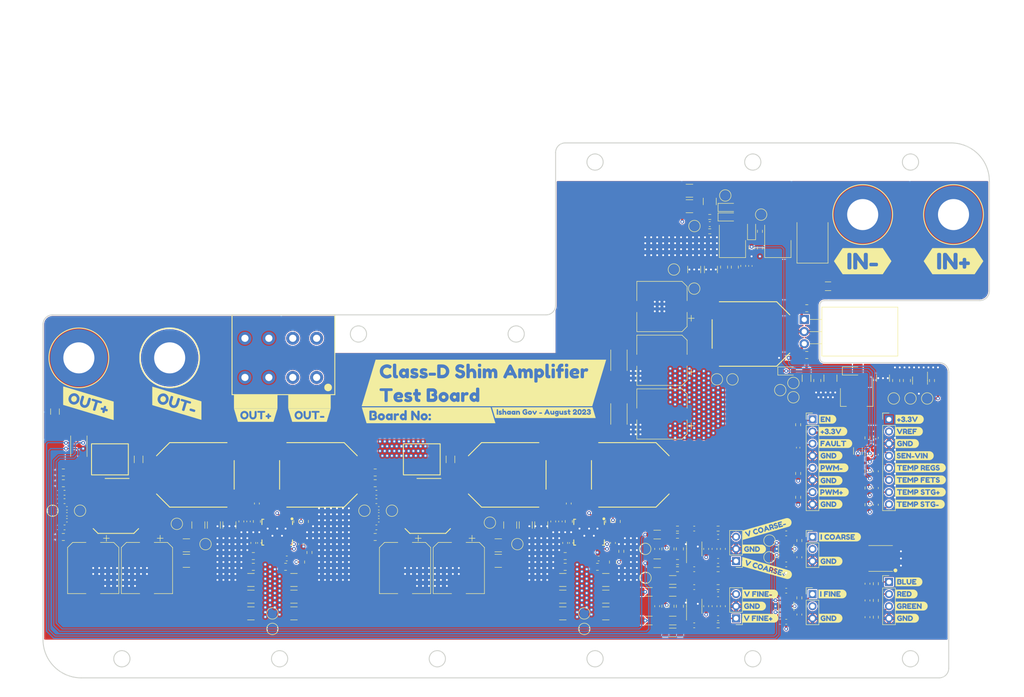
<source format=kicad_pcb>
(kicad_pcb (version 20221018) (generator pcbnew)
  (layers (0 "F.Cu" signal) (1 "In1.Cu" signal) (2 "In2.Cu" signal) (31 "B.Cu" signal) (34 "B.Paste" user) (35 "F.Paste" user) (36 "B.SilkS" user "B.Silkscreen") (37 "F.SilkS" user "F.Silkscreen") (38 "B.Mask" user) (39 "F.Mask" user) (44 "Edge.Cuts" user))
  (net 0 "")
  (net 1 "Net-(D1-BA)")
  (net 2 "GND")
  (net 3 "+3.3V")
  (net 4 "V_{IN}")
  (net 5 "+5V")
  (net 6 "/Input Protection and Filtering/RC")
  (net 7 "/Input Protection and Filtering/VIN_RPP-")
  (net 8 "/Input Protection and Filtering/G_ICL")
  (net 9 "/Input Protection and Filtering/VIN_ICL+")
  (net 10 "/T_REGS")
  (net 11 "/SEN_VIN")
  (net 12 "/T_PS1")
  (net 13 "/T_PS2")
  (net 14 "/T_INFET")
  (net 15 "/FAULT")
  (net 16 "Net-(D1-RA)")
  (net 17 "Net-(D1-GA)")
  (net 18 "/Input Protection and Filtering/INPUT-")
  (net 19 "/Input Protection and Filtering/G_RPP")
  (net 20 "Net-(F1-Pad1)")
  (net 21 "/Power Stage/Power Stage Half Bridge+/SW")
  (net 22 "V_{REF}")
  (net 23 "/ENABLE")
  (net 24 "/PWM-")
  (net 25 "/PWM+")
  (net 26 "/BLUE")
  (net 27 "/RED")
  (net 28 "/GREEN")
  (net 29 "/Output Sensor/IS-")
  (net 30 "/Output Sensor/IS+")
  (net 34 "/Power Stage/Power Stage Half Bridge-/SW")
  (net 35 "Net-(L2-Pad1)")
  (net 36 "/Output Filter/Output Filter+/FILT_MID")
  (net 37 "/Output Sensor/IN+")
  (net 38 "/Output Filter/Output Filter-/FILT_MID")
  (net 39 "/Output Sensor/OUT+")
  (net 40 "Net-(L5-Pad1)")
  (net 41 "Net-(L6-Pad1)")
  (net 44 "Net-(L9-Pad1)")
  (net 45 "/Power Stage/Power Stage Half Bridge+/PWM")
  (net 46 "/Power Stage/Power Stage Half Bridge-/PWM")
  (net 47 "Net-(C5-Pad2)")
  (net 48 "Net-(U4-BOOT)")
  (net 49 "Net-(U5-BOOT)")
  (net 50 "/Output Sensor/Voltage Sensor 10x/V1+")
  (net 51 "/Output Sensor/Voltage Sensor 10x/V1-")
  (net 52 "/Output Sensor/Voltage Sensor 10x/V2+")
  (net 53 "/Output Sensor/Voltage Sensor 10x/VO+")
  (net 54 "/Output Sensor/Voltage Sensor 10x/V2-")
  (net 55 "/Output Sensor/Voltage Sensor 10x/VO-")
  (net 56 "/Output Sensor/Voltage Sensor 10x/V_{OCM}")
  (net 57 "/VSEN10x-")
  (net 58 "/VSEN10x+")
  (net 59 "/Output Sensor/Voltage Sensor 1x/V1+")
  (net 60 "/Output Sensor/Voltage Sensor 1x/V1-")
  (net 61 "/Output Sensor/Voltage Sensor 1x/V2+")
  (net 62 "/Output Sensor/Voltage Sensor 1x/VO+")
  (net 63 "/Output Sensor/Voltage Sensor 1x/V2-")
  (net 64 "/Output Sensor/Voltage Sensor 1x/VO-")
  (net 65 "/Output Sensor/Voltage Sensor 1x/V_{OCM}")
  (net 66 "/VSEN1x-")
  (net 67 "/VSEN1x+")
  (net 68 "/ISEN10x")
  (net 69 "/ISEN1x")
  (net 72 "Net-(U4-BOOTR)")
  (net 73 "Net-(U4-NC{slash}PGND)")
  (net 74 "Net-(U4-NC{slash}REFIN)")
  (net 75 "Net-(U5-BOOTR)")
  (net 76 "Net-(U5-NC{slash}PGND)")
  (net 77 "Net-(U5-NC{slash}REFIN)")
  (net 78 "Net-(C13-Pad2)")
  (net 81 "/Rail Generation/+5VF")
  (net 82 "Net-(C36-Pad2)")
  (net 83 "Net-(C35-Pad2)")
  (net 84 "Net-(C50-Pad2)")
  (net 85 "Net-(C49-Pad2)")
  (net 86 "Net-(C14-Pad2)")
  (net 87 "/Output Sensor/IN-")
  (net 88 "Net-(F2-Pad2)")
  (net 89 "Net-(R58-Pad2)")
  (net 90 "Net-(R59-Pad2)")
  (footprint "Custom-Electromechanical:Keystone 6095" (layer "F.Cu") (at 252.5 58)
    (fp_text reference "J7" hide)
    (fp_text value "6095" hide)
  )
  (footprint "Capacitor_SMD:C_0603_1608Metric_Pad1.08x0.95mm_HandSolder" (layer "F.Cu") (at 198.25 132.25)
    (fp_text reference "C96" hide)
    (fp_text value "470p")
  )
  (footprint "Capacitor_SMD:C_0603_1608Metric_Pad1.08x0.95mm_HandSolder" (layer "F.Cu") (at 234.5 142.29 90)
    (fp_text reference "C3" hide)
    (fp_text value "100n")
  )
  (footprint "kibuzzard-64CF1C96" (layer "F.Cu") (at 252.5 67.75)
    (fp_text reference "kibuzzard-64CF1C96" hide)
    (fp_text value "G***" hide)
  )
  (footprint "Resistor_SMD:R_1206_3216Metric_Pad1.30x1.75mm_HandSolder" (layer "F.Cu") (at 193.75 145.5 180)
    (fp_text reference "R53" hide)
    (fp_text value "2.2k 0.1%")
  )
  (footprint "Capacitor_SMD:C_0603_1608Metric_Pad1.08x0.95mm_HandSolder" (layer "F.Cu") (at 234.5 135.29 90)
    (fp_text reference "C1" hide)
    (fp_text value "100n")
  )
  (footprint "Diode_SMD:D_SMC" (layer "F.Cu") (at 223 63.25 90)
    (fp_text reference "D2" hide)
    (fp_text value "20V")
  )
  (footprint "Resistor_SMD:R_1206_3216Metric_Pad1.30x1.75mm_HandSolder" (layer "F.Cu") (at 190.5 131 180)
    (fp_text reference "R39" hide)
    (fp_text value "2.2k 0.1%")
  )
  (footprint "Package_TO_SOT_SMD:SOT-23-6" (layer "F.Cu") (at 245.5 92.75 -90)
    (fp_text reference "U2" hide)
    (fp_text value "MCP1501T-20E/CHY")
  )
  (footprint "Capacitor_SMD:C_0603_1608Metric_Pad1.08x0.95mm_HandSolder" (layer "F.Cu") (at 202.5 128 90)
    (fp_text reference "C92" hide)
    (fp_text value "100n")
  )
  (footprint "TestPoint:TestPoint_Pad_D2.0mm" (layer "F.Cu") (at 198.3 60.4)
    (fp_text reference "TP3" hide)
    (fp_text value "-")
  )
  (footprint "Custom-RLC:COILCRAFT_2014" (layer "F.Cu") (at 183.75 112.5 -90)
    (fp_text reference "L6" hide)
    (fp_text value "257n" hide)
  )
  (footprint "TestPoint:TestPoint_Pad_D2.0mm" (layer "F.Cu") (at 247 96.5 -90)
    (fp_text reference "TP13" hide)
    (fp_text value "-")
  )
  (footprint "Capacitor_SMD:C_0805_2012Metric_Pad1.18x1.45mm_HandSolder" (layer "F.Cu") (at 224 92.75 -90)
    (fp_text reference "C19" hide)
    (fp_text value "4.7u")
  )
  (footprint "Resistor_SMD:R_0603_1608Metric_Pad0.98x0.95mm_HandSolder" (layer "F.Cu") (at 234.5 111.75 -90)
    (fp_text reference "R35" hide)
    (fp_text value "4.7k")
  )
  (footprint "TestPoint:TestPoint_Pad_D2.0mm" (layer "F.Cu") (at 188 128)
    (fp_text reference "TP28" hide)
    (fp_text value "-")
  )
  (footprint "Package_DFN_QFN:PQFN-8-EP_6x5mm_P1.27mm_Generic" (layer "F.Cu") (at 215.75 63.3 -90)
    (fp_text reference "Q1" hide)
    (fp_text value "SIRA60DP")
  )
  (footprint "kibuzzard-64CF1E29" (layer "F.Cu") (at 227.445 111.02)
    (fp_text reference "kibuzzard-64CF1E29" hide)
    (fp_text value "G***" hide)
  )
  (footprint "Capacitor_SMD:C_0805_2012Metric_Pad1.18x1.45mm_HandSolder" (layer "F.Cu") (at 131.5 125.5 180)
    (fp_text reference "C76" hide)
    (fp_text value "4.7u")
  )
  (footprint "Capacitor_SMD:C_0603_1608Metric_Pad1.08x0.95mm_HandSolder" (layer "F.Cu") (at 217.5 136.75 180)
    (fp_text reference "C114" hide)
    (fp_text value "100n")
  )
  (footprint "kibuzzard-64CF1F11" (layer "F.Cu") (at 245.606 113.56)
    (fp_text reference "kibuzzard-64CF1F11" hide)
    (fp_text value "G***" hide)
  )
  (footprint "Resistor_SMD:R_0603_1608Metric_Pad0.98x0.95mm_HandSolder" (layer "F.Cu") (at 194.75 125.25 180)
    (fp_text reference "R40" hide)
    (fp_text value "220R 0.1%")
  )
  (footprint "Resistor_SMD:R_0603_1608Metric_Pad0.98x0.95mm_HandSolder" (layer "F.Cu") (at 210.25 65 -90)
    (fp_text reference "R36" hide)
    (fp_text value "10k NTC")
  )
  (footprint "Capacitor_SMD:C_0603_1608Metric_Pad1.08x0.95mm_HandSolder" (layer "F.Cu") (at 204.25 140 -90)
    (fp_text reference "C107" hide)
    (fp_text value "1n")
  )
  (footprint "Capacitor_SMD:C_0603_1608Metric_Pad1.08x0.95mm_HandSolder" (layer "F.Cu") (at 203.25 142.5 180)
    (fp_text reference "C108" hide)
    (fp_text value "1n")
  )
  (footprint "Resistor_SMD:R_0603_1608Metric_Pad0.98x0.95mm_HandSolder" (layer "F.Cu") (at 234.5 104.75 90)
    (fp_text reference "R30" hide)
    (fp_text value "220R 0.1%")
  )
  (footprint "Capacitor_SMD:C_1210_3225Metric_Pad1.33x2.70mm_HandSolder" (layer "F.Cu") (at 201.5 55.25 90)
    (fp_text reference "C4" hide)
    (fp_text value "22u")
  )
  (footprint "Resistor_SMD:R_0603_1608Metric_Pad0.98x0.95mm_HandSolder" (layer "F.Cu") (at 194.75 130.75 180)
    (fp_text reference "R41" hide)
    (fp_text value "220R 0.1%")
  )
  (footprint "Capacitor_SMD:C_0402_1005Metric_Pad0.74x0.62mm_HandSolder" (layer "F.Cu") (at 105 122.25 -90)
    (fp_text reference "C61" hide)
    (fp_text value "4.7n")
  )
  (footprint "Capacitor_SMD:C_0603_1608Metric_Pad1.08x0.95mm_HandSolder" (layer "F.Cu") (at 171.25 126.75 -90)
    (fp_text reference "C46" hide)
    (fp_text value "100n")
  )
  (footprint "kibuzzard-64CF1EC8" (layer "F.Cu") (at 243.193 103.4)
    (fp_text reference "kibuzzard-64CF1EC8" hide)
    (fp_text value "G***" hide)
  )
  (footprint "Diode_SMD:D_SOD-323_HandSoldering" (layer "F.Cu") (at 231.25 90.75)
    (fp_text reference "D7" hide)
    (fp_text value "NSR0340HT1G")
  )
  (footprint "Fuse:Fuse_1206_3216Metric_Pad1.42x1.75mm_HandSolder" (layer "F.Cu") (at 64.5 99.25 90)
    (fp_text reference "F2" hide)
    (fp_text value "12A")
  )
  (footprint "Custom-RLC:COILCRAFT_1212" (layer "F.Cu") (at 77.5 119 180)
    (fp_text reference "L4" hide)
    (fp_text value "90n" hide)
  )
  (footprint "Resistor_SMD:R_1206_3216Metric_Pad1.30x1.75mm_HandSolder" (layer "F.Cu") (at 188.75 137 180)
    (fp_text reference "R48" hide)
    (fp_text value "2.2k 0.1%")
  )
  (footprint "Capacitor_SMD:C_0603_1608Metric_Pad1.08x0.95mm_HandSolder" (layer "F.Cu") (at 116 127 -90)
    (fp_text reference "C34" hide)
    (fp_text value "100n")
  )
  (footprint "Resistor_SMD:R_0603_1608Metric_Pad0.98x0.95mm_HandSolder" (layer "F.Cu") (at 183 128.5 90)
    (fp_text reference "R32" hide)
    (fp_text value "10k NTC")
  )
  (footprint "kibuzzard-64CF22E7" (layer "F.Cu") (at 213.348 132.102 -16)
    (fp_text reference "kibuzzard-64CF22E7" hide)
    (fp_text value "G***" hide)
  )
  (footprint "Capacitor_SMD:C_1210_3225Metric_Pad1.33x2.70mm_HandSolder" (layer "F.Cu") (at 157.25 127.25)
    (fp_text reference "C74" hide)
    (fp_text value "22u")
  )
  (footprint "TestPoint:TestPoint_Pad_D2.0mm" (layer "F.Cu") (at 204.75 54)
    (fp_text reference "TP2" hide)
    (fp_text value "-")
  )
  (footprint "Resistor_SMD:R_1210_3225Metric_Pad1.30x2.65mm_HandSolder" (layer "F.Cu") (at 197.25 56.25)
    (fp_text reference "R7" hide)
    (fp_text value "1k 1/2W")
  )
  (footprint "Custom-RLC:WURTH_3168" (layer "F.Cu") (at 141.25 109.25 180)
    (fp_text reference "L9" hide)
    (fp_text value "22n" hide)
  )
  (footprint "Capacitor_SMD:C_0603_1608Metric_Pad1.08x0.95mm_HandSolder" (layer "F.Cu") (at 113 130)
    (fp_text reference "C35" hide)
    (fp_text value "100n")
  )
  (footprint "Resistor_SMD:R_0603_1608Metric_Pad0.98x0.95mm_HandSolder" (layer "F.Cu") (at 203.25 144 180)
    (fp_text reference "R55" hide)
    (fp_text value "75R 0.1%")
  )
  (footprint "Diode_SMD:D_SOD-323_HandSoldering" (layer "F.Cu") (at 210.25 61.25 90)
    (fp_text reference "D3" hide)
    (fp_text value "10V")
  )
  (footprint "Resistor_SMD:R_1206_3216Metric_Pad1.30x1.75mm_HandSolder" (layer "F.Cu") (at 190.5 125 180)
    (fp_text reference "R38" hide)
    (fp_text value "2.2k 0.1%")
  )
  (footprint "Connector_PinHeader_2.54mm:PinHeader_1x03_P2.54mm_Vertical" (layer "F.Cu") (at 223 137.46)
    (fp_text reference "J5" hide)
    (fp_text value "DNP")
  )
  (footprint "Capacitor_SMD:C_0603_1608Metric_Pad1.08x0.95mm_HandSolder" (layer "F.Cu") (at 198.25 144)
    (fp_text reference "C105" hide)
    (fp_text value "33p")
  )
  (footprint "Capacitor_SMD:C_1210_3225Metric_Pad1.33x2.70mm_HandSolder" (layer "F.Cu") (at 105.5 141.5 180)
    (fp_text reference "C26" hide)
    (fp_text value "22u")
  )
  (footprint "kibuzzard-64CF2245" (layer "F.Cu") (at 212.078 137.436)
    (fp_text reference "kibuzzard-64CF2245" hide)
    (fp_text value "G***" hide)
  )
  (footprint "Capacitor_SMD:C_1210_3225Metric_Pad1.33x2.70mm_HandSolder" (layer "F.Cu") (at 198.25 69.5 90)
    (fp_text reference "C8" hide)
    (fp_text value "22u")
  )
  (footprint "TestPoint:TestPoint_Pad_D2.0mm" (layer "F.Cu") (at 240 96.5)
    (fp_text reference "TP11" hide)
    (fp_text value "-")
  )
  (footprint "TestPoint:TestPoint_Pad_D2.0mm" (layer "F.Cu") (at 198.25 73.5)
    (fp_text reference "TP1" hide)
    (fp_text value "-")
  )
  (footprint "Diode_SMD:D_SOD-323_HandSoldering" (layer "F.Cu") (at 217.75 90.75)
    (fp_text reference "D6" hide)
    (fp_text value "NSR0340HT1G")
  )
  (footprint "kibuzzard-64CF1FB5" (layer "F.Cu") (at 210.808 139.976)
    (fp_text reference "kibuzzard-64CF1FB5" hide)
    (fp_text value "G***" hide)
  )
  (footprint "kibuzzard-64CF1F79" (layer "F.Cu") (at 226.81 142.516)
    (fp_text reference "kibuzzard-64CF1F79" hide)
    (fp_text value "G***" hide)
  )
  (footprint "Resistor_SMD:R_0603_1608Metric_Pad0.98x0.95mm_HandSolder" (layer "F.Cu") (at 203.25 123.75 180)
    (fp_text reference "R44" hide)
    (fp_text value "75R 0.1%")
  )
  (footprint "Capacitor_SMD:C_0603_1608Metric_Pad1.08x0.95mm_HandSolder" (layer "F.Cu") (at 201.5 60 180)
    (fp_text reference "C5" hide)
    (fp_text value "100n")
  )
  (footprint "kibuzzard-64CF1FAA" (layer "F.Cu") (at 210.808 128.038)
    (fp_text reference "kibuzzard-64CF1FAA" hide)
    (fp_text value "G***" hide)
  )
  (footprint "Capacitor_SMD:C_0805_2012Metric_Pad1.18x1.45mm_HandSolder" (layer "F.Cu") (at 106 129.5 180)
    (fp_text reference "C30" hide)
    (fp_text value "1u")
  )
  (footprint "Capacitor_SMD:C_0402_1005Metric_Pad0.74x0.62mm_HandSolder" (layer "F.Cu") (at 210 68.75 90)
    (fp_text reference "C12" hide)
    (fp_text value "4.7n")
  )
  (footprint "Capacitor_SMD:C_0603_1608Metric_Pad1.08x0.95mm_HandSolder" (layer "F.Cu") (at 236.25 118.75 90)
    (fp_text reference "C89" hide)
    (fp_text value "100n")
  )
  (footprint "Capacitor_SMD:C_0603_1608Metric_Pad1.08x0.95mm_HandSolder" (layer "F.Cu") (at 203.25 125.5 180)
    (fp_text reference "C100" hide)
    (fp_text value "1n")
  )
  (footprint "Custom-Electromechanical:Keystone 6095" (layer "F.Cu") (at 69.5 88)
    (fp_text reference "J11" hide)
    (fp_text value "6095" hide)
  )
  (footprint "Capacitor_SMD:C_1210_3225Metric_Pad1.33x2.70mm_HandSolder" (layer "F.Cu") (at 170.75 138 180)
    (fp_text reference "C41" hide)
    (fp_text value "22u")
  )
  (footprint "Capacitor_SMD:C_0805_2012Metric_Pad1.18x1.45mm_HandSolder" (layer "F.Cu") (at 171.25 129.5 180)
    (fp_text reference "C44" hide)
    (fp_text value "1u")
  )
  (footprint "Capacitor_SMD:C_0603_1608Metric_Pad1.08x0.95mm_HandSolder" (layer "F.Cu") (at 106 126.75 -90)
    (fp_text reference "C32" hide)
    (fp_text value "100n")
  )
  (footprint "kibuzzard-64CF1F01" (layer "F.Cu") (at 245.606 111.02)
    (fp_text reference "kibuzzard-64CF1F01" hide)
    (fp_text value "G***" hide)
  )
  (footprint "Resistor_SMD:R_0603_1608Metric_Pad0.98x0.95mm_HandSolder" (layer "F.Cu") (at 192 128 -90)
    (fp_text reference "R46" hide)
    (fp_text value "4.7k")
  )
  (footprint "Capacitor_SMD:CP_Elec_10x12.5" (layer "F.Cu") (at 72.5 132 -90)
    (fp_text reference "C52" hide)
    (fp_text value "220u")
  )
  (footprint "Capacitor_SMD:C_1210_3225Metric_Pad1.33x2.70mm_HandSolder" (layer "F.Cu") (at 170.75 134.5 180)
    (fp_text reference "C42" hide)
    (fp_text value "22u")
  )
  (footprint "Capacitor_SMD:C_0805_2012Metric_Pad1.18x1.45mm_HandSolder" (layer "F.Cu") (at 195.25 140 90)
    (fp_text reference "C106" hide)
    (fp_text value "1u")
  )
  (footprint "Resistor_SMD:R_0805_2012Metric_Pad1.20x1.40mm_HandSolder" (layer "F.Cu") (at 106.75 122.25 -90)
    (fp_text reference "R20" hide)
    (fp_text value "2.2R")
  )
  (footprint "TestPoint:TestPoint_Pad_D2.0mm" (layer "F.Cu") (at 129.25 120)
    (fp_text reference "TP25" hide)
    (fp_text value "-")
  )
  (footprint "Capacitor_SMD:C_0603_1608Metric_Pad1.08x0.95mm_HandSolder" (layer "F.Cu") (at 66.5 118 180)
    (fp_text reference "C65" hide)
    (fp_text value "100n")
  )
  (footprint "TestPoint:TestPoint_Pad_D2.0mm" (layer "F.Cu") (at 216.25 94.75)
    (fp_text reference "TP12" hide)
    (fp_text value "-")
  )
  (footprint "Capacitor_SMD:C_0603_1608Metric_Pad1.08x0.95mm_HandSolder" (layer "F.Cu") (at 66.5 123.5 180)
    (fp_text reference "C60" hide)
    (fp_text value "100n")
  )
  (footprint "Connector_PinHeader_2.54mm:PinHeader_1x03_P2.54mm_Vertical" (layer "F.Cu") (at 207 142.54 180)
    (fp_text reference "J4" hide)
    (fp_text value "DNP")
  )
  (footprint "Capacitor_SMD:C_0603_1608Metric_Pad1.08x0.95mm_HandSolder" (layer "F.Cu") (at 220.25 141.75 -90)
    (fp_text reference "C112" hide)
    (fp_text value "1n")
  )
  (footprint "Capacitor_SMD:C_0805_2012Metric_Pad1.18x1.45mm_HandSolder" (layer "F.Cu") (at 181.25 130.75 -90)
    (fp_text reference "C47" hide)
    (fp_text value "1u")
  )
  (footprint "Custom-DiscreteSemi:LED_RGB_5050-6-WURTH" (layer "F.Cu") (at 237.25 130 180)
    (fp_text reference "D1" hide)
    (fp_text value "RGB" hide)
  )
  (footprint "Capacitor_SMD:C_0805_2012Metric_Pad1.18x1.45mm_HandSolder" (layer "F.Cu") (at 66.25 112 180)
    (fp_text reference "C63" hide)
    (fp_text value "1u")
  )
  (footprint "TestPoint:TestPoint_Pad_D2.0mm" (layer "F.Cu") (at 194 69.5)
    (fp_text reference "TP7" hide)
    (fp_text value "-")
  )
  (footprint "kibuzzard-64CF1E34" (layer "F.Cu") (at 226.81 113.687)
    (fp_text reference "kibuzzard-64CF1E34" hide)
    (fp_text value "G***" hide)
  )
  (footprint "Capacitor_SMD:C_0805_2012Metric_Pad1.18x1.45mm_HandSolder" (layer "F.Cu") (at 221.8 87.4)
    (fp_text reference "C17" hide)
    (fp_text value "4.7u")
  )
  (footprint "Custom-RLC:COILCRAFT_2014" (layer "F.Cu") (at 118.5 112.5 -90)
    (fp_text reference "L2" hide)
    (fp_text value "257n" hide)
  )
  (footprint "TestPoint:TestPoint_Pad_D2.0mm" (layer "F.Cu") (at 175.25 141.5 -90)
    (fp_text reference "TP16" hide)
    (fp_text value "-")
  )
  (footprint "Custom-RLC:DNP_R_0603_1608Metric_Pad0.98x0.95mm_HandSolder" (layer "F.Cu") (at 117 122.25 -90)
    (fp_text reference "R18" hide)
    (fp_text value "DNP")
  )
  (footprint "Capacitor_SMD:C_0603_1608Metric_Pad1.08x0.95mm_HandSolder" (layer "F.Cu") (at 106.75 118.5 -90)
    (fp_text reference "C36" hide)
    (fp_text value "150p")
  )
  (footprint "Capacitor_SMD:C_0603_1608Metric_Pad1.08x0.95mm_HandSolder" (layer "F.Cu") (at 236.25 111.75 90)
    (fp_text reference "C91" hide)
    (fp_text value "100n")
  )
  (footprint "kibuzzard-64CF1F4F" (layer "F.Cu") (at 243.193 134.896)
    (fp_text reference "kibuzzard-64CF1F4F" hide)
    (fp_text value "G***" hide)
  )
  (footprint "Capacitor_SMD:C_0603_1608Metric_Pad1.08x0.95mm_HandSolder" (layer "F.Cu") (at 66.5 116.25 180)
    (fp_text reference "C66" hide)
    (fp_text value "100n")
  )
  (footprint "Resistor_SMD:R_1206_3216Metric_Pad1.30x1.75mm_HandSolder" (layer "F.Cu") (at 193.75 134.5 180)
    (fp_text reference "R52" hide)
    (fp_text value "2.2k 0.1%")
  )
  (footprint "Capacitor_SMD:C_1210_3225Metric_Pad1.33x2.70mm_HandSolder" (layer "F.Cu") (at 105.5 134.5 180)
    (fp_text reference "C28" hide)
    (fp_text value "22u")
  )
  (footprint "Capacitor_SMD:C_0603_1608Metric_Pad1.08x0.95mm_HandSolder" (layer "F.Cu") (at 200.75 140 90)
    (fp_text reference "C103" hide)
    (fp_text value "1n")
  )
  (footprint "Capacitor_SMD:C_0805_2012Metric_Pad1.18x1.45mm_HandSolder" (layer "F.Cu") (at 106 131.75 180)
    (fp_text reference "C29" hide)
    (fp_text value "4.7u")
  )
  (footprint "Capacitor_SMD:C_1210_3225Metric_Pad1.33x2.70mm_HandSolder" (layer "F.Cu") (at 179.75 138)
    (fp_text reference "C38" hide)
    (fp_text value "22u")
  )
  (footprint "TestPoint:TestPoint_Pad_D2.0mm" (layer "F.Cu") (at 214 126.25)
    (fp_text reference "TP26" hide)
    (fp_text value "-")
  )
  (footprint "Capacitor_SMD:C_0402_1005Metric_Pad0.74x0.62mm_HandSolder" (layer "F.Cu") (at 170.25 122.25 -90)
    (fp_text reference "C79" hide)
    (fp_text value "4.7n")
  )
  (footprint "Custom-RLC:COILCRAFT_2014" (layer "F.Cu") (at 160.25 112.5 90)
    (fp_text reference "L7" hide)
    (fp_text value "257n" hide)
  )
  (footprint "Resistor_SMD:R_0603_1608Metric_Pad0.98x0.95mm_HandSolder" (layer "F.Cu") (at 212 61.5 90)
    (fp_text reference "R5" hide)
    (fp_text value "100k")
  )
  (footprint "Custom-RLC:DNP_R_0603_1608Metric_Pad0.98x0.95mm_HandSolder" (layer "F.Cu") (at 115 122.25 -90)
    (fp_text reference "R19" hide)
    (fp_text value "DNP")
  )
  (footprint "TestPoint:TestPoint_Pad_D2.0mm" (layer "F.Cu") (at 212.25 58)
    (fp_text reference "TP4" hide)
    (fp_text value "-")
  )
  (footprint "Resistor_SMD:R_1206_3216Metric_Pad1.30x1.75mm_HandSolder" (layer "F.Cu") (at 147.25 109.25 90)
    (fp_text reference "R26" hide)
    (fp_text value "120m")
  )
  (footprint "kibuzzard-64CF1EB5" (layer "F.Cu") (at 243.32 100.86)
    (fp_text reference "kibuzzard-64CF1EB5" hide)
    (fp_text value "G***" hide)
  )
  (footprint "Custom-IC:LSON-12-1EP_5x6mm" (layer "F.Cu") (at 111 124.5 -90)
    (fp_text reference "U4" hide)
    (fp_text value "CSD95372AQ5M" hide)
  )
  (footprint "kibuzzard-64CF24C8" (layer "F.Cu") (at 90 97.5 -16.75)
    (fp_text reference "kibuzzard-64CF24C8" hide)
    (fp_text value "G***" hide)
  )
  (footprint "Resistor_SMD:R_1206_3216Metric_Pad1.30x1.75mm_HandSolder" (layer "F.Cu") (at 188.75 143 180)
    (fp_text reference "R49" hide)
    (fp_text value "2.2k 0.1%")
  )
  (footprint "Capacitor_SMD:C_0402_1005Metric_Pad0.74x0.62mm_HandSolder" (layer "F.Cu") (at 67 122 180)
    (fp_text reference "C62" hide)
    (fp_text value "4.7n")
  )
  (footprint "Capacitor_SMD:C_0805_2012Metric_Pad1.18x1.45mm_HandSolder" (layer "F.Cu") (at 195.25 128 90)
    (fp_text reference "C97" hide)
    (fp_text value "1u")
  )
  (footprint "Connector_PinHeader_2.54mm:PinHeader_1x08_P2.54mm_Vertical" (layer "F.Cu") (at 223 100.875)
    (fp_text reference "J2" hide)
    (fp_text value "DNP")
  )
  (footprint "Capacitor_SMD:C_0402_1005Metric_Pad0.74x0.62mm_HandSolder" (layer "F.Cu") (at 132.25 119.5 180)
    (fp_text reference "C86" hide)
    (fp_text value "4.7n")
  )
  (footprint "TestPoint:TestPoint_Pad_D2.0mm" (layer "F.Cu") (at 110 144.75 -90)
    (fp_text reference "TP15" hide)
    (fp_text value "-")
  )
  (footprint "Capacitor_SMD:C_1210_3225Metric_Pad1.33x2.70mm_HandSolder" (layer "F.Cu") (at 114.5 134.5)
    (fp_text reference "C23" hide)
    (fp_text value "22u")
  )
  (footprint "kibuzzard-64CF1E8F" (layer "F.Cu") (at 226.175 100.86)
    (fp_text reference "kibuzzard-64CF1E8F" hide)
    (fp_text value "G***" hide)
  )
  (footprint "Capacitor_SMD:C_1210_3225Metric_Pad1.33x2.70mm_HandSolder" (layer "F.Cu") (at 201.75 69.5 90)
    (fp_text reference "C7" hide)
    (fp_text value "22u")
  )
  (footprint "kibuzzard-64CF1F61" (layer "F.Cu") (at 242.685 137.436)
    (fp_text reference "kibuzzard-64CF1F61" hide)
    (fp_text value "G***" hide)
  )
  (footprint "Capacitor_SMD:C_1210_3225Metric_Pad1.33x2.70mm_HandSolder" (layer "F.Cu") (at 166.25 123 -90)
    (fp_text reference "C71" hide)
    (fp_text value "22u")
  )
  (footprint "Package_TO_SOT_THT:TO-220-3_Horizontal_TabDown" (layer "F.Cu") (at 221.27 79.96 -90)
    (fp_text reference "U1" hide)
    (fp_text value "MC7805ACTG")
  )
  (footprint "Resistor_SMD:R_1210_3225Metric_Pad1.30x2.65mm_HandSolder" (layer "F.Cu") (at 197.25 53)
    (fp_text reference "R6" hide)
    (fp_text value "1k 1/2W")
  )
  (footprint "Capacitor_SMD:C_1210_3225Metric_Pad1.33x2.70mm_HandSolder" (layer "F.Cu") (at 105.5 138 180)
    (fp_text reference "C27" hide)
    (fp_text value "22u")
  )
  (footprint "Capacitor_SMD:CP_Elec_10x12.5" (layer "F.Cu") (at 137.75 132 -90)
    (fp_text reference "C70" hide)
    (fp_text value "220u")
  )
  (footprint "Capacitor_SMD:C_1210_3225Metric_Pad1.33x2.70mm_HandSolder" (layer "F.Cu") (at 157.25 130.5)
    (fp_text reference "C75" hide)
    (fp_text value "22u")
  )
  (footprint "Connector_PinHeader_2.54mm:PinHeader_1x04_P2.54mm_Vertical" (layer "F.Cu") (at 239 134.92)
    (fp_text reference "J9" hide)
    (fp_text value "DNP")
  )
  (footprint "Package_DFN_QFN:PQFN-8-EP_6x5mm_P1.27mm_Generic" (layer "F.Cu") (at 206.25 63.3 -90)
    (fp_text reference "Q2" hide)
    (fp_text value "SIRA60DP")
  )
  (footprint "kibuzzard-64CF222A" (layer "F.Cu") (at 227.191 137.436)
    (fp_text reference "kibuzzard-64CF222A" hide)
    (fp_text value "G***" hide)
  )
  (footprint "Diode_SMD:D_SOD-323_HandSoldering" (layer "F.Cu") (at 205.25 58.5)
    (fp_text reference "D5" hide)
    (fp_text value "10V")
  )
  (footprint "Connector_PinHeader_2.54mm:PinHeader_1x03_P2.54mm_Vertical" (layer "F.Cu") (at 223 125.475)
    (fp_text reference "J6" hide)
    (fp_text value "DNP")
  )
  (footprint "Resistor_SMD:R_0603_1608Metric_Pad0.98x0.95mm_HandSolder" (layer "F.Cu") (at 236.25 142.29 -90)
    (fp_text reference "R3" hide)
    (fp_text value "750R")
  )
  (footprint "Fuse:Fuse_1206_3216Metric_Pad1.42x1.75mm_HandSolder" (layer "F.Cu") (at 226.25 73 180)
    (fp_text reference "F1" hide)
    (fp_text value "25A")
  )
  (footprint "Resistor_SMD:R_0603_1608Metric_Pad0.98x0.95mm_HandSolder" (layer "F.Cu") (at 212 65 90)
    (fp_text reference "R4" hide)
    (fp_text value "4.7k")
  )
  (footprint "Capacitor_SMD:C_1210_3225Metric_Pad1.33x2.70mm_HandSolder" (layer "F.Cu") (at 97.75 123 -90)
    (fp_text reference "C54" hide)
    (fp_text value "22u")
  )
  (footprint "Capacitor_SMD:C_0603_1608Metric_Pad1.08x0.95mm_HandSolder" (layer "F.Cu") (at 198.25 123.75)
    (fp_text reference "C95" hide)
    (fp_text value "470p")
  )
  (footprint "Capacitor_SMD:C_1210_3225Metric_Pad1.33x2.70mm_HandSolder" (layer "F.Cu") (at 92 127.25)
    (fp_text reference "C56" hide)
    (fp_text value "22u")
  )
  (footprint "Capacitor_SMD:C_0603_1608Metric_Pad1.08x0.95mm_HandSolder" (layer "F.Cu") (at 217.5 131.25 180)
    (fp_text reference "C110" hide)
    (fp_text value "1n")
  )
  (footprint "Capacitor_SMD:C_1210_3225Metric_Pad1.33x2.70mm_HandSolder" (layer "F.Cu") (at 159.75 123 -90)
    (fp_text reference "C73" hide)
    (fp_text value "22u")
  )
  (footprint "Resistor_SMD:R_0603_1608Metric_Pad0.98x0.95mm_HandSolder" (layer "F.Cu") (at 236.25 138.79 -90)
    (fp_text reference "R2" hide)
    (fp_text value "750R")
  )
  (footprint "Capacitor_SMD:C_1210_3225Metric_Pad1.33x2.70mm_HandSolder" (layer "F.Cu") (at 170.75 141.5 180)
    (fp_text reference "C40" hide)
    (fp_text value "22u")
  )
  (footprint "Resistor_SMD:R_0603_1608Metric_Pad0.98x0.95mm_HandSolder" (layer "F.Cu") (at 193.5 140 90)
    (fp_text reference "R57" hide)
    (fp_text value "4.7k")
  )
  (footprint "TestPoint:TestPoint_Pad_D2.0mm" (layer "F.Cu") (at 214 129.75)
    (fp_text reference "TP27" hide)
    (fp_text value "-")
  )
  (footprint "kibuzzard-64CF1E82" (layer "F.Cu") (at 227.318 103.4)
    (fp_text reference "kibuzzard-64CF1E82" hide)
    (fp_text value "G***" hide)
  )
  (footprint "Resistor_SMD:R_0603_1608Metric_Pad0.98x0.95mm_HandSolder" (layer "F.Cu") (at 220 102 90)
    (fp_text reference "R14" hide)
    (fp_text value "4.7k")
  )
  (footprint "kibuzzard-64CF24F4" (layer "F.Cu") (at 71.5 97.5 -16.75)
    (fp_text reference "kibuzzard-64CF24F4" hide)
    (fp_text value "G***" hide)
  )
  (footprint "Capacitor_SMD:C_0402_1005Metric_Pad0.74x0.62mm_HandSolder" (layer "F.Cu") (at 172.5 126.75 90)
    (fp_text reference "C45" hide)
    (fp_text value "4.7n")
  )
  (footprint "Custom-RLC:DNP_R_0603_1608Metric_Pad0.98x0.95mm_HandSolder" (layer "F.Cu") (at 182.25 122.25 -90)
    (fp_text reference "R22" hide)
    (fp_text value "DNP")
  )
  (footprint "kibuzzard-64CFD6AE" (layer "F.Cu") (at 228.75 125.5)
    (fp_text reference "kibuzzard-64CFD6AE" hide)
    (fp_text value "G***" hide)
  )
  (footprint "Resistor_SMD:R_1206_3216Metric_Pad1.30x1.75mm_HandSolder" (layer "F.Cu") (at 193.75 137 180)
    (fp_text reference "R50" hide)
    (fp_text value "2.2k 0.1%")
  )
  (footprint "Capacitor_SMD:C_0603_1608Metric_Pad1.08x0.95mm_HandSolder" (layer "F.Cu") (at 204.25 128 -90)
    (fp_text reference "C98" hide)
    (fp_text value "1n")
  )
  (footprint "kibuzzard-64CF2417" (layer "F.Cu") (at 117.75 100)
    (fp_text reference "kibuzzard-64CF2417" hide)
    (fp_text value "G***" hide)
  )
  (footprint "Connector_PinHeader_2.54mm:PinHeader_1x08_P2.54mm_Vertical" (layer "F.Cu") (at 239 100.875)
    (fp_text reference "J1" hide)
    (fp_text value "DNP")
  )
  (footprint "Capacitor_SMD:C_0603_1608Metric_Pad1.08x0.95mm_HandSolder" (layer "F.Cu") (at 181.25 126.75 -90)
    (fp_text reference "C48" hide)
    (fp_text value "100n")
  )
  (footprint "Package_SO:MSOP-8_3x3mm_P0.65mm" (layer "F.Cu") (at 198.25 140 90)
    (fp_text reference "U7" hide)
    (fp_text value "LTC6362")
  )
  (footprint "Capacitor_SMD:C_1210_3225Metric_Pad1.33x2.70mm_HandSolder" (layer "F.Cu") (at 114.5 141.5)
    (fp_text reference "C25" hide)
    (fp_text value "22u")
  )
  (footprint "kibuzzard-64CF22CA" (layer "F.Cu") (at 213.348 123.72 16)
    (fp_text reference "kibuzzard-64CF22CA" hide)
    (fp_text value "G***" hide)
  )
  (footprint "Resistor_SMD:R_0603_1608Metric_Pad0.98x0.95mm_HandSolder" (layer "F.Cu") (at 234.5 108.25 -90)
    (fp_text reference "R27" hide)
    (fp_text value "4.7k")
  )
  (footprint "Capacitor_SMD:C_0603_1608Metric_Pad1.08x0.95mm_HandSolder" (layer "F.Cu") (at 131.75 118 180)
    (fp_text reference "C83" hide)
    (fp_text value "100n")
  )
  (footprint "kibuzzard-64CFDF65" (layer "F.Cu") (at 154.25 93.25)
    (fp_text reference "kibuzzard-64CFDF65" hide)
    (fp_text value "G***" hide)
  )
  (footprint "Custom-RLC:WURTH_3168" (layer "F.Cu") (at 76 109.25 180)
    (fp_text reference "L5" hide)
    (fp_text value "22n" hide)
  )
  (footprint "Capacitor_SMD:C_0402_1005Metric_Pad0.74x0.62mm_HandSolder" (layer "F.Cu") (at 67 120.75 180)
    (fp_text reference "C67" hide)
    (fp_text value "4.7n")
  )
  (footprint "Capacitor_SMD:C_0402_1005Metric_Pad0.74x0.62mm_HandSolder" (layer "F.Cu") (at 220 106.8 -90)
    (fp_text reference "C22" hide)
    (fp_text value "4.7n")
  )
  (footprint "Capacitor_SMD:C_0805_2012Metric_Pad1.18x1.45mm_HandSolder" (layer "F.Cu") (at 221.8 77.6)
    (fp_text reference "C15" hide)
    (fp_text value "4.7u")
  )
  (footprint "Connector_PinHeader_2.54mm:PinHeader_1x03_P2.54mm_Vertical" (layer "F.Cu") (at 207 130.54 180)
    (fp_text reference "J3" hide)
    (fp_text value "DNP")
  )
  (footprint "Capacitor_SMD:C_0603_1608Metric_Pad1.08x0.95mm_HandSolder" (layer "F.Cu") (at 198.25 136)
    (fp_text reference "C104" hide)
    (fp_text value "33p")
  )
  (footprint "TestPoint:TestPoint_Pad_D2.0mm" (layer "F.Cu") (at 175.25 144.75 -90)
    (fp_text reference "TP17" hide)
    (fp_text value "-")
  )
  (footprint "Capacitor_SMD:C_0603_1608Metric_Pad1.08x0.95mm_HandSolder" (layer "F.Cu") (at 203.25 130.5 180)
    (fp_text reference "C99" hide)
    (fp_text value "1n")
  )
  (footprint "Custom-IC:LSON-12-1EP_5x6mm" (layer "F.Cu") (at 176.25 124.5 -90)
    (fp_text reference "U5" hide)
    (fp_text value "CSD95372AQ5M" hide)
  )
  (footprint "Capacitor_SMD:C_1210_3225Metric_Pad1.33x2.70mm_HandSolder" (layer "F.Cu") (at 163 123 -90)
    (fp_text reference "C72" hide)
    (fp_text value "22u")
  )
  (footprint "kibuzzard-64CF1ED1" (layer "F.Cu") (at 242.812 105.94)
    (fp_text reference "kibuzzard-64CF1ED1" hide)
    (fp_text value "G***" hide)
  )
  (footprint "Resistor_SMD:R_2512_6332Metric_Pad1.40x3.35mm_HandSolder" (layer "F.Cu") (at 182.5 99.75 -90)
    (fp_text reference "R11" hide)
    (fp_text value "50mR")
  )
  (footprint "Diode_SMD:D_SOD-323_HandSoldering" (layer "F.Cu") (at 205.25 56.5)
    (fp_text reference "D4" hide)
    (fp_text value "NSR0340HT1G")
  )
  (footprint "Capacitor_SMD:C_0603_1608Metric_Pad1.08x0.95mm_HandSolder" (layer "F.Cu") (at 236.25 115.25 90)
    (fp_text reference "C90" hide)
    (fp_text value "100n")
  )
  (footprint "Package_TO_SOT_SMD:SOT-23-8_Handsoldering" (layer "F.Cu") (at 217.5 128 90)
    (fp_text reference "U9" hide)
    (fp_text value "INA241A1")
  )
  (footprint "TestPoint:TestPoint_Pad_D2.0mm" (layer "F.Cu") (at 203 92.5)
    (fp_text reference "TP6" hide)
    (fp_text value "-")
  )
  (footprint "Capacitor_SMD:C_0603_1608Metric_Pad1.08x0.95mm_HandSolder" (layer "F.Cu") (at 190.5 128 -90)
    (fp_text reference "C93" hide)
    (fp_text value "1n")
  )
  (footprint "Custom-Connector:Wago_2604-3104" (layer "F.Cu") (at 111.75 88 180)
    (fp_text reference "J10" hide)
    (fp_text value "2604-3104" hide)
  )
  (footprint "TestPoint:TestPoint_Pad_D2.0mm" (layer "F.Cu") (at 110 141.5 -90)
    (fp_text reference "TP14" hide)
    (fp_text value "-")
  )
  (footprint "Capacitor_SMD:C_0603_1608Metric_Pad1.08x0.95mm_HandSolder" (layer "F.Cu") (at 178.25 130)
    (fp_text reference "C49" hide)
    (fp_text value "100n")
  )
  (footprint "Capacitor_SMD:CP_Elec_10x12.6" (layer "F.Cu") (at 191.5 88.5 180)
    (fp_text reference "C13" hide)
    (fp_text value "330u")
  )
  (footprint "kibuzzard-64CF1F6F" (layer "F.Cu") (at 242.812 142.516)
    (fp_text reference "kibuzzard-64CF1F6F" hide)
    (fp_text value "G***" hide)
  )
  (footprint "Capacitor_SMD:C_0603_1608Metric_Pad1.08x0.95mm_HandSolder" (layer "F.Cu") (at 190.5 140 -90)
    (fp_text reference "C102" hide)
    (fp_text value "150p")
  )
  (footprint "Capacitor_SMD:C_1210_3225Metric_Pad1.33x2.70mm_HandSolder" (layer "F.Cu") (at 179.75 141.5)
    (fp_text reference "C39" hide)
    (fp_text value "22u")
  )
  (footprint "Custom-Electromechanical:Keystone 6095" (layer "F.Cu") (at 233.5 58)
    (fp_text reference "J8" hide)
    (fp_text value "6095" hide)
  )
  (footprint "Capacitor_SMD:C_0402_1005Metric_Pad0.74x0.62mm_HandSolder" (layer "F.Cu") (at 132.25 122 180)
    (fp_text reference "C80" hide)
    (fp_text value "4.7n")
  )
  (footprint "Capacitor_SMD:C_0805_2012Metric_Pad1.18x1.45mm_HandSolder" (layer "F.Cu") (at 240.5 92.75 90)
    (fp_text reference "C20" hide)
    (fp_text value "4.7u")
  )
  (footprint "kibuzzard-64CFD751" (layer "F.Cu") (at 245.477 118.64)
    (fp_text reference "kibuzzard-64CFD751" hide)
    (fp_text value "G***" hide)
  )
  (footprint "TestPoint:TestPoint_Pad_D2.0mm" (layer "F.Cu") (at 243.5 96.5)
    (fp_text reference "TP10" hide)
    (fp_text value "-")
  )
  (footprint "Resistor_SMD:R_2512_6332Metric_Pad1.40x3.35mm_HandSolder" (layer "F.Cu") (at 182.5 88.5 -90)
    (fp_text reference "R10" hide)
    (fp_text value "50mR")
  )
  (footprint "Resistor_SMD:R_0603_1608Metric_Pad0.98x0.95mm_HandSolder" (layer "F.Cu") (at 217.75 88 180)
    (fp_text reference "R28" hide)
    (fp_text value "10k NTC")
  )
  (footprint "Capacitor_SMD:C_0603_1608Metric_Pad1.08x0.95mm_HandSolder" (layer "F.Cu") (at 220.25 129.75 -90)
    (fp_text reference "C115" hide)
    (fp_text value "1n")
  )
  (footprint "kibuzzard-64CF1E1A" (layer "F.Cu") (at 226.81 108.48)
    (fp_text reference "kibuzzard-64CF1E1A" hide)
    (fp_text value "G***" hide)
  )
  (footprint "kibuzzard-64CF1F69" (layer "F.Cu") (at 243.701 139.976)
    (fp_text reference "kibuzzard-64CF1F69" hide)
    (fp_text value "G***" hide)
  )
  (footprint "TestPoint:TestPoint_Pad_D2.0mm" (layer "F.Cu") (at 188.05 134.05)
    (fp_text reference "TP29" hide)
    (fp_text value "-")
  )
  (footprint "Capacitor_SMD:CP_Elec_10x12.6" (layer "F.Cu") (at 191.5 77.25 180)
    (fp_text reference "C6" hide)
    (fp_text value "330u")
  )
  (footprint "TestPoint:TestPoint_Pad_D2.0mm" (layer "F.Cu") (at 64 120)
    (fp_text reference "TP21" hide)
    (fp_text value "-")
  )
  (footprint "Custom-RLC:DNP_R_0603_1608Metric_Pad0.98x0.95mm_HandSolder" (layer "F.Cu") (at 180.25 122.25 -90)
    (fp_text reference "R23" hide)
    (fp_text value "DNP")
  )
  (footprint "Resistor_SMD:R_0603_1608Metric_Pad0.98x0.95mm_HandSolder" (layer "F.Cu") (at 234.5 118.75 -90)
    (fp_text reference "R31" hide)
    (fp_text value "4.7k")
  )
  (footprint "Capacitor_SMD:C_0603_1608Metric_Pad1.08x0.95mm_HandSolder" (layer "F.Cu") (at 172 118.5 -90)
    (fp_text reference "C50" hide)
    (fp_text value "150p")
  )
  (footprint "kibuzzard-64CF223D" (layer "F.Cu") (at 212.078 142.516)
    (fp_text reference "kibuzzard-64CF223D" hide)
    (fp_text value "G***" hide)
  )
  (footprint "Capacitor_SMD:C_0603_1608Metric_Pad1.08x0.95mm_HandSolder" (layer "F.Cu") (at 131.75 123.5 180)
    (fp_text reference "C78" hide)
    (fp_text value "100n")
  )
  (footprint "Custom-RLC:R_2512_6332_CURRENT_SHUNT" (layer "F.Cu") (at 69.5 106.5 -90)
    (fp_text reference "R37" hide)
    (fp_text value "10mR 4W" hide)
  )
  (footprint "Capacitor_SMD:CP_Elec_10x12.5" (layer "F.Cu") (at 83.75 132 -90)
    (fp_text reference "C51" hide)
    (fp_text value "220u")
  )
  (footprint "Capacitor_SMD:C_0805_2012Metric_Pad1.18x1.45mm_HandSolder" (layer "F.Cu") (at 66.25 125.5 180)
    (fp_text reference "C58" hide)
    (fp_text value "4.7u")
  )
  (footprint "kibuzzard-64CFDF40" (layer "F.Cu") (at 166.784016 99.474512)
    (fp_text reference "kibuzzard-64CFDF40" hide)
    (fp_text value "G***" hide)
  )
  (footprint "Package_TO_SOT_SMD:SOT-23-8_Handsoldering" (layer "F.Cu") (at 217.5 140 90)
    (fp_text reference "U8" hide)
    (fp_text value "INA241A4")
  )
  (footprint "Capacitor_SMD:C_0805_2012Metric_Pad1.18x1.45mm_HandSolder" (layer "F.Cu") (at 206.75 69 90)
    (fp_text reference "C9" hide)
    (fp_text value "4.7u")
  )
  (footprint "Capacitor_SMD:C_0603_1608Metric_Pad1.08x0.95mm_HandSolder" (layer "F.Cu") (at 168.75 122.25 -90)
    (fp_text reference "C77" hide)
    (fp_text value "100n")
  )
  (footprint "kibuzzard-64CF1EE4" (layer "F.Cu") (at 244.336 108.48)
    (fp_text reference "kibuzzard-64CF1EE4" hide)
    (fp_text value "G***" hide)
  )
  (footprint "kibuzzard-64CF1FA1" (layer "F.Cu") (at 226.81 130.578)
    (fp_text reference "kibuzzard-64CF1FA1" hide)
    (fp_text value "G***" hide)
  )
  (footprint "TestPoint:TestPoint_Pad_D2.0mm" (layer "F.Cu") (at 155.5 122.5 -90)
    (fp_text reference "TP22" hide)
    (fp_text value "-")
  )
  (footprint "Capacitor_SMD:C_1210_3225Metric_Pad1.33x2.70mm_HandSolder" (layer "F.Cu") (at 226.75 92.25 -90)
    (fp_text reference "C18" hide)
    (fp_text value "22u")
  )
  (footprint "Resistor_SMD:R_1206_3216Metric_Pad1.30x1.75mm_HandSolder" (layer "F.Cu") (at 232.5 107.5 90)
    (fp_text reference "R29" hide)
    (fp_text value "2.2k 0.1%")
  )
  (footprint "Resistor_SMD:R_0603_1608Metric_Pad0.98x0.95mm_HandSolder" (layer "F.Cu") (at 220.25 126.25 90)
    (fp_text reference "R59" hide)
    (fp_text value "750R")
  )
  (footprint "Capacitor_SMD:C_0805_2012Metric_Pad1.18x1.45mm_HandSolder" (layer "F.Cu") (at 66.25 114.25 180)
    (fp_text reference "C64" hide)
    (fp_text value "1u")
  )
  (footprint "Capacitor_SMD:C_0805_2012Metric_Pad1.18x1.45mm_HandSolder" (layer "F.Cu") (at 242.75 92.75 90)
    (fp_text reference "C16" hide)
    (fp_text value "1u")
  )
  (footprint "Capacitor_SMD:C_0603_1608Metric_Pad1.08x0.95mm_HandSolder" (layer "F.Cu") (at 103.5 122.25 -90)
    (fp_text reference "C59" hide)
    (fp_text value "100n")
  )
  (footprint "Package_SO:MSOP-8_3x3mm_P0.65mm" (layer "F.Cu") (at 198.25 128 90)
    (fp_text reference "U6" hide)
    (fp_text value "LTC6362")
  )
  (footprint "Custom-RLC:COILCRAFT_2014" (layer "F.Cu") (at 209 83 -90)
    (fp_text reference "L1" hide)
    (fp_text value "257n" hide)
  )
  (footprint "Capacitor_SMD:C_0805_2012Metric_Pad1.18x1.45mm_HandSolder" (layer "F.Cu") (at 131.5 112 180)
    (fp_text reference "C81" hide)
    (fp_text value "1u")
  )
  (footprint "Resistor_SMD:R_0603_1608Metric_Pad0.98x0.95mm_HandSolder" (layer "F.Cu") (at 234.5 115.25 -90)
    (fp_text reference "R33" hide)
    (fp_text value "4.7k")
  )
  (footprint "Resistor_SMD:R_0603_1608Metric_Pad0.98x0.95mm_HandSolder" (layer "F.Cu") (at 117.75 128.75 90)
    (fp_text reference "R34" hide)
    (fp_text value "10k NTC")
  )
  (footprint "TestPoint:TestPoint_Pad_D2.0mm" (layer "F.Cu") (at 161.25 127 -90)
    (fp_text reference "TP23" hide)
    (fp_text value "-")
  )
  (footprint "Resistor_SMD:R_0603_1608Metric_Pad0.98x0.95mm_HandSolder" (layer "F.Cu") (at 201.5 58.5)
    (fp_text reference "R8" hide)
    (fp_text value "100k")
  )
  (footprint "Capacitor_SMD:C_1210_3225Metric_Pad1.33x2.70mm_HandSolder" (layer "F.Cu") (at 179.75 134.5)
    (fp_text reference "C37" hide)
    (fp_text value "22u")
  )
  (footprint "Capacitor_SMD:C_0603_1608Metric_Pad1.08x0.95mm_HandSolder" (layer "F.Cu") (at 236.25 108.25 90)
    (fp_text reference "C87" hide)
    (fp_text value "100n")
  )
  (footprint "kibuzzard-64CF2468" (layer "F.Cu") (at 106.5 100)
    (fp_text reference "kibuzzard-64CF2468" hide)
    (fp_text value "G***" hide)
  )
  (footprint "Custom-Electromechanical:Keystone 6095" (layer "F.Cu") (at 88.5 88)
    (fp_text reference "J12" hide)
    (fp_text value "6095" hide)
  )
  (footprint "Capacitor_SMD:C_0603_1608Metric_Pad1.08x0.95mm_HandSolder" (layer "F.Cu") (at 203.25 137.5 180)
    (fp_text reference "C109" hide)
    (fp_text value "1n")
  )
  (footprint "Resistor_SMD:R_0603_1608Metric_Pad0.98x0.95mm_HandSolder" (layer "F.Cu") (at 203.25 132.25 180)
    (fp_text reference "R45" hide)
    (fp_text value "75R 0.1%")
  )
  (footprint "TestPoint:TestPoint_Pad_D2.0mm" (layer "F.Cu") (at 219 93.25)
    (fp_text reference "TP9" hide)
    (fp_text value "-")
  )
  (footprint "Custom-RLC:COILCRAFT_1212" (layer "F.Cu") (at 142.75 119 180)
    (fp_text reference "L8" hide)
    (fp_text value "90n" hide)
  )
  (footprint "Capacitor_SMD:C_1210_3225Metric_Pad1.33x2.70mm_HandSolder" (layer "F.Cu") (at 92 130.5)
    (fp_text reference "C57" hide)
    (fp_text value "22u")
  )
  (footprint "kibuzzard-64CF1E44" (layer "F.Cu") (at 226.81 118.64)
    (fp_text reference "kibuzzard-64CF1E44" hide)
    (fp_text value "G***" hide)
  )
  (footprint "TestPoint:TestPoint_Pad_D2.0mm" (layer "F.Cu") (at 90 122.75 -90)
    (fp_text reference "TP18" hide)
    (fp_text value "-")
  )
  (footprint "Resistor_SMD:R_1206_3216Metric_Pad1.30x1.75mm_HandSolder" (layer "F.Cu") (at 82 109.25 90)
    (fp_text reference "R25" hide)
    (fp_text value "120m")
  )
  (footprint "Capacitor_SMD:C_0805_2012Metric_Pad1.18x1.45mm_HandSolder" (layer "F.Cu") (at 204.5 69 90)
    (fp_text reference "C10" hide)
    (fp_text value "4.7u")
  )
  (footprint "Capacitor_SMD:C_1210_3225Metric_Pad1.33x2.70mm_HandSolder" (layer "F.Cu") (at 237.75 92.25 90)
    (fp_text reference "C21" hide)
    (fp_text value "22u")
  )
  (footprint "Resistor_SMD:R_0603_1608Metric_Pad0.98x0.95mm_HandSolder" (layer "F.Cu") (at 194.75 132.25 180)
    (fp_text reference "R43" hide)
    (fp_text value "220R 0.1%")
  )
  (footprint "Capacitor_SMD:C_1210_3225Metric_Pad1.33x2.70mm_HandSolder" (layer "F.Cu") (at 101 123 -90)
    (fp_text reference "C53" hide)
    (fp_text value "22u")
  )
  (footprint "Capacitor_SMD:C_0402_1005Metric_Pad0.74x0.62mm_HandSolder" (layer "F.Cu") (at 107.25 126.75 90)
    (fp_text reference "C31" hide)
    (fp_text value "4.7n")
  )
  (footprint "Capacitor_SMD:C_0603_1608Metric_Pad1.08x0.95mm_HandSolder" (layer "F.Cu") (at 131.75 116.25 180)
    (fp_text reference "C84" hide)
    (fp_text value "100n")
  )
  (footprint "TestPoint:TestPoint_Pad_D2.0mm" (layer "F.Cu") (at 96 127 -90)
    (fp_text reference "TP19" hide)
    (fp_text value "-")
  )
  (footprint "Resistor_SMD:R_0805_2012Metric_Pad1.20x1.40mm_HandSolder" (layer "F.Cu") (at 112.75 131.75)
    (fp_text reference "R17" hide)
    (fp_text value "2.2R")
  )
  (footprint "Capacitor_SMD:C_0805_2012Metric_Pad1.18x1.45mm_HandSolder" (layer "F.Cu") (at 116 130.75 -90)
    (fp_text reference "C33" hide)
    (fp_text value "1u")
  )
  (footprint "Resistor_SMD:R_0603_1608Metric_Pad0.98x0.95mm_HandSolder" (layer "F.Cu") (at 194.75 123.75 180)
    (fp_text reference "R42" hide)
    (fp_text value "220R 0.1%")
  )
  (footprint "Resistor_SMD:R_0603_1608Metric_Pad0.98x0.95mm_HandSolder" (layer "F.Cu") (at 201.5 61.5)
    (fp_text reference "R9" hide)
    (fp_text value "22R")
  )
  (footprint "Capacitor_SMD:C_0805_2012Metric_Pad1.18x1.45mm_HandSolder" (layer "F.Cu") (at 131.5 114.25 180)
    (fp_text reference "C82" hide)
    (fp_text value "1u")
  )
  (footprint "Capacitor_SMD:CP_Elec_10x12.5" (layer "F.Cu") (at 149 132 -90)
    (fp_text reference "C69" hide)
    (fp_text value "220u")
  )
  (footprint "Capacitor_SMD:C_0402_1005Metric_Pad0.74x0.62mm_HandSolder" (layer "F.Cu") (at 67 119.5 180)
    (fp_text reference "C68" hide)
    (fp_text value "4.7n")
  )
  (footprint "Capacitor_SMD:C_0402_1005Metric_Pad0.74x0.62mm_HandSolder" (layer "F.Cu") (at 132.25 120.75 180)
    (fp_text reference "C85" hide)
    (fp_text value "4.7n")
  )
  (footprint "Resistor_SMD:R_0603_1608Metric_Pad0.98x0.95mm_HandSolder" (layer "F.Cu") (at 193.5 128 90)
    (fp_text reference "R47" hide)
    (fp_text value "4.7k")
  )
  (footprint "Resistor_SMD:R_0805_2012Metric_Pad1.20x1.40mm_HandSolder" (layer "F.Cu") (at 172 122.25 -90)
    (fp_text reference "R24" hide)
    (fp_text value "2.2R")
  )
  (footprint "Resistor_SMD:R_0603_1608Metric_Pad0.98x0.95mm_HandSolder" (layer "F.Cu") (at 236.25 135.29 -90)
    (fp_text reference "R1" hide)
    (fp_text value "750R")
  )
  (footprint "Capacitor_SMD:C_0603_1608Metric_Pad1.08x0.95mm_HandSolder" (layer "F.Cu") (at 234.5 138.79 90)
    (fp_text reference "C2" hide)
    (fp_text value "100n")
  )
  (footprint "Capacitor_SMD:C_0603_1608Metric_Pad1.08x0.95mm_HandSolder" (layer "F.Cu") (at 200.75 128 90)
    (fp_text reference "C94" hide)
    (fp_text value "1n")
  )
  (footprint "kibuzzard-64CF1E3D" (layer "F.Cu") (at 227.445 116.1)
    (fp_text reference "kibuzzard-64CF1E3D" hide)
    (fp_text value "G***" hide)
  )
  (footprint "Resistor_SMD:R_0603_1608Metric_Pad0.98x0.95mm_HandSolder" (layer "F.Cu") (at 220.25 138.25 90)
    (fp_text reference "R58" hide)
    (fp_text value "750R")
  )
  (footprint "Package_TO_SOT_SMD:SOT-223-3_TabPin2" (layer "F.Cu") (at 232.25 96.25 -90)
    (fp_text reference "U3" hide)
    (fp_text value "SPX1117M3-L-3-3/TR")
  )
  (footprint "kibuzzard-64CF1E0D" (layer "F.Cu") (at 227.826 105.94)
    (fp_text reference "kibuzzard-64CF1E0D" hide)
    (fp_text value "G***" hide)
  )
  (footprint "Resistor_SMD:R_0603_1608Metric_Pad0.98x0.95mm_HandSolder" (layer "F.Cu") (at 220 117.2 -90)
    (fp_text reference "R15" hide)
    (fp_text value "22R")
  )
  (footprint "Resistor_SMD:R_0603_1608Metric_Pad0.98x0.95mm_HandSolder" (layer "F.Cu") (at 220 112.2 -90)
    (fp_text reference "R16" hide)
    (fp_text value "22R")
  )
  (footprint "TestPoint:TestPoint_Pad_D2.0mm" (layer "F.Cu") (at 206.25 92.5)
    (fp_text reference "TP5" hide)
    (fp_text value "-")
  )
  (footprint "kibuzzard-64CFDFD1" (layer "F.Cu") (at 142.677142 100.023202)
    (fp_text reference "kibuzzard-64CFDFD1" hide)
    (fp_text value "G***" hide)
  )
  (footprint "TestPoint:TestPoint_Pad_D2.0mm" (layer "F.Cu") (at 219 96.25)
    (fp_text reference "TP8" hide)
    (fp_text value "-")
  )
  (footprint "Capacitor_SMD:C_0603_1608Metric_Pad1.08x0.95mm_HandSolder" (layer "F.Cu") (at 236.25 104.75 90)
    (fp_text reference "C88" hide)
    (fp_text value "100n")
  )
  (footprint "Capacitor_SMD:C_1210_3225Metric_Pad1.33x2.70mm_HandSolder" (layer "F.Cu") (at 114.5 138)
    (fp_text reference "C24" hide)
    (fp_text value "22u")
  )
  (footprint "kibuzzard-64CFD733" (layer "F.Cu") (at 245.604 116.1)
    (fp_text reference "kibuzzard-64CFD733" hide)
    (fp_text value "G***" hide)
  )
  (footprint "Capacitor_SMD:C_0603_1608Metric_Pad1.08x0.95mm_HandSolder" (layer "F.Cu") (at 208.5 68.75 90)
    (fp_text reference "C11" hide)
    (fp_text value "100n")
  )
  (footprint "Capacitor_SMD:CP_Elec_10x12.6" (layer "F.Cu") (at 191.5 99.75 180)
    (fp_text reference "C14" hide)
    (fp_text value "330u")
  )
  (footprint "Capacitor_SMD:C_0603_1608Metric_Pad1.08x0.95mm_HandSolder" (layer "F.Cu") (at 217.5 124.75 180)
    (fp_text reference "C111" hide)
    (fp_text value "100n")
  )
  (footprint "Capacitor_SMD:C_1210_3225Metric_Pad1.33x2.70mm_HandSolder" (layer "F.Cu") (at 94.5 123 -90)
    (fp_text reference "C55" hide)
    (fp_text value "22u")
  )
  (footprint "Resistor_SMD:R_1206_3216Metric_Pad1.30x1.75mm_HandSolder" (layer "F.Cu") (at 193.75 143 180)
    (fp_text reference "R51" hide)
    (fp_text value "2.2k 0.1%")
  )
  (footprint "Resistor_SMD:R_0603_1608Metric_Pad0.98x0.95mm_HandSolder" (layer "F.Cu") (at 192 140 -90)
    (fp_text reference "R56" hide)
    (fp_text value "4.7k")
  )
  (footprint "Capacitor_SMD:C_0603_1608Metric_Pad1.08x0.95mm_HandSolder" (layer "F.Cu") (at 202.5 140 90)
    (fp_text reference "C101" hide)
    (fp_text value "100n")
  )
  (footprint "Capacitor_SMD:C_0603_1608Metric_Pad1.08x0.95mm_HandSolder" (layer "F.Cu") (at 217.5 143.25 180)
    (fp_text reference "C113" hide)
    (fp_text value "1n")
  )
  (footprint "TestPoint:TestPoint_Pad_D2.0mm" (layer "F.Cu") (at 135 120)
    (fp_text reference "TP24" hide)
    (fp_text value "-")
  )
  (footprint "Custom-RLC:COILCRAFT_2014" (layer "F.Cu") (at 95 112.5 90)
    (fp_text reference "L3" hide)
    (fp_text value "257n" hide)
  )
  (footprint "TestPoint:TestPoint_Pad_D2.0mm" (layer "F.Cu") (at 69.75 120)
    (fp_text reference "TP20" hide)
    (fp_text value "-")
  )
  (footprint "Resistor_SMD:R_0805_2012Metric_Pad1.20x1.40mm_HandSolder" (layer "F.Cu") (at 178 131.75)
    (fp_text reference "R21" hide)
    (fp_text value "2.2R")
  )
  (footprint "Resistor_SMD:R_0603_1608Metric_Pad0.98x0.95mm_HandSolder" (layer "F.Cu") (at 203.25 136 180)
    (fp_text reference "R54" hide)
    (fp_text value "75R 0.1%")
  )
  (footprint "kibuzzard-64CF1CEA" (layer "F.Cu") (at 233.5 67.75)
    (fp_text reference "kibuzzard-64CF1CEA" hide)
    (fp_text value "G***" hide)
  )
  (footprint "Capacitor_SMD:C_0805_2012Metric_Pad1.18x1.45mm_HandSolder" (layer "F.Cu") (at 171.25 131.75 180)
    (fp_text reference "C43" hide)
    (fp_text value "4.7u")
  )
  (footprint "Resistor_SMD:R_0603_1608Metric_Pad0.98x0.95mm_HandSolder" (layer "F.Cu") (at 248 92.75 90)
    (fp_text reference "R13" hide)
    (fp_text value "750R")
  )
  (footprint "Resistor_SMD:R_1206_3216Metric_Pad1.30x1.75mm_HandSolder" (layer "F.Cu") (at 221.75 92.25 -90)
    (fp_text reference "R12" hide)
    (fp_text value "500m")
  )
  (gr_rect (start 101.94937 95.75) (end 111.054359 98.606226) (fill solid) (layer "F.SilkS"))
  (gr_rect (start 154.177142 100.273202) (end 155.427142 101.273202) (stroke (width 0.2)) (fill solid) (layer "F.SilkS"))
  (gr_rect (start 113.30432 95.75) (end 122.195039 98.606226) (fill solid) (layer "F.SilkS"))
  (gr_circle (center 177.5 47) (end 179.2 47) (stroke (width 0.2)) (fill none) (layer "Edge.Cuts"))
  (gr_arc (start 251.5 153) (mid 250.914214 154.414214) (end 249.5 155) (stroke (width 0.2)) (layer "Edge.Cuts"))
  (gr_line (start 224.5 88) (end 224.5 77) (stroke (width 0.2)) (layer "Edge.Cuts"))
  (gr_circle (center 210.5 151) (end 212.2 151) (stroke (width 0.2)) (fill none) (layer "Edge.Cuts"))
  (gr_line (start 251.5 153) (end 251.5 91) (stroke (width 0.2)) (layer "Edge.Cuts"))
  (gr_line (start 225.5 76) (end 258 76) (stroke (width 0.2)) (layer "Edge.Cuts"))
  (gr_circle (center 243.5 151) (end 245.2 151) (stroke (width 0.2)) (fill none) (layer "Edge.Cuts"))
  (gr_circle (center 144.5 151) (end 146.2 151) (stroke (width 0.2)) (fill none) (layer "Edge.Cuts"))
  (gr_circle (center 128 83) (end 129.7 83) (stroke (width 0.2)) (fill none) (layer "Edge.Cuts"))
  (gr_line (start 169.25 45) (end 169.25 77) (stroke (width 0.2)) (layer "Edge.Cuts"))
  (gr_arc (start 224.5 77) (mid 224.792893 76.292893) (end 225.5 76) (stroke (width 0.2)) (layer "Edge.Cuts"))
  (gr_arc (start 252 43) (mid 257.656854 45.343146) (end 260 51) (stroke (width 0.2)) (layer "Edge.Cuts"))
  (gr_circle (center 243.5 47) (end 245.2 47) (stroke (width 0.2)) (fill none) (layer "Edge.Cuts"))
  (gr_line (start 252 43) (end 171.25 43) (stroke (width 0.2)) (layer "Edge.Cuts"))
  (gr_line (start 62 81) (end 62 147) (stroke (width 0.2)) (layer "Edge.Cuts"))
  (gr_circle (center 177.5 151) (end 179.2 151) (stroke (width 0.2)) (fill none) (layer "Edge.Cuts"))
  (gr_circle (center 78.5 151) (end 80.2 151) (stroke (width 0.2)) (fill none) (layer "Edge.Cuts"))
  (gr_arc (start 169.25 45) (mid 169.835786 43.585786) (end 171.25 43) (stroke (width 0.2)) (layer "Edge.Cuts"))
  (gr_arc (start 249.5 89) (mid 250.914214 89.585786) (end 251.5 91) (stroke (width 0.2)) (layer "Edge.Cuts"))
  (gr_arc (start 70 155) (mid 64.343146 152.656854) (end 62 147) (stroke (width 0.2)) (layer "Edge.Cuts"))
  (gr_line (start 249.5 89) (end 225.5 89) (stroke (width 0.2)) (layer "Edge.Cuts"))
  (gr_arc (start 169.25 77) (mid 168.664214 78.414214) (end 167.25 79) (stroke (width 0.2)) (layer "Edge.Cuts"))
  (gr_arc (start 62 81) (mid 62.585786 79.585786) (end 64 79) (stroke (width 0.2)) (layer "Edge.Cuts"))
  (gr_line (start 260 74) (end 260 51) (stroke (width 0.2)) (layer "Edge.Cuts"))
  (gr_arc (start 225.5 89) (mid 224.792893 88.707107) (end 224.5 88) (stroke (width 0.2)) (layer "Edge.Cuts"))
  (gr_circle (center 210.5 47) (end 212.2 47) (stroke (width 0.2)) (fill none) (layer "Edge.Cuts"))
  (gr_circle (center 161 83) (end 162.7 83) (stroke (width 0.2)) (fill none) (layer "Edge.Cuts"))
  (gr_arc (start 260 74) (mid 259.414214 75.414214) (end 258 76) (stroke (width 0.2)) (layer "Edge.Cuts"))
  (gr_line (start 70 155) (end 249.5 155) (stroke (width 0.2)) (layer "Edge.Cuts"))
  (gr_line (start 167.25 79) (end 64 79) (stroke (width 0.2)) (layer "Edge.Cuts"))
  (gr_circle (center 111.5 151) (end 113.2 151) (stroke (width 0.2)) (fill none) (layer "Edge.Cuts"))
  (segment (start 233.25 131.5) (end 235.05 131.5) (width 0.25) (layer "F.Cu") (net 1))
  (segment (start 234.5 136.1525) (end 233.4025 136.1525) (width 0.25) (layer "F.Cu") (net 1))
  (segment (start 233 135.75) (end 233 131.75) (width 0.25) (layer "F.Cu") (net 1))
  (segment (start 233.4025 136.1525) (end 233 135.75) (width 0.25) (layer "F.Cu") (net 1))
  (segment (start 233 131.75) (end 233.25 131.5) (width 0.25) (layer "F.Cu") (net 1))
  (segment (start 236.25 136.2025) (end 234.55 136.2025) (width 0.25) (layer "F.Cu") (net 1))
  (via (at 240.25 112.25) (size 0.8) (drill 0.4) (layers "F.Cu" "B.Cu") (net 2))
  (via (at 238.75 92.25) (size 0.8) (drill 0.4) (layers "F.Cu" "B.Cu") (net 2))
  (via (at 167.5 123.25) (size 0.8) (drill 0.4) (layers "F.Cu" "B.Cu") (net 2))
  (via (at 199.25 66.5) (size 0.8) (drill 0.4) (layers "F.Cu" "B.Cu") (net 2))
  (via (at 166.25 129.5) (size 0.8) (drill 0.4) (layers "F.Cu" "B.Cu") (net 2))
  (via (at 185 127) (size 0.8) (drill 0.4) (layers "F.Cu" "B.Cu") (net 2))
  (via (at 76.25 132) (size 0.8) (drill 0.4) (layers "F.Cu" "B.Cu") (net 2))
  (via (at 247.25 90) (size 0.8) (drill 0.4) (layers "F.Cu" "B.Cu") (net 2))
  (via (at 122.25 134.5) (size 0.8) (drill 0.4) (layers "F.Cu" "B.Cu") (net 2))
  (via (at 80 133.25) (size 0.8) (drill 0.4) (layers "F.Cu" "B.Cu") (net 2))
  (via (at 98.5 129.5) (size 0.8) (drill 0.4) (layers "F.Cu" "B.Cu") (net 2))
  (via (at 101 128.25) (size 0.8) (drill 0.4) (layers "F.Cu" "B.Cu") (net 2))
  (via (at 99.75 133.25) (size 0.8) (drill 0.4) (layers "F.Cu" "B.Cu") (net 2))
  (via (at 83.75 132) (size 0.8) (drill 0.4) (layers "F.Cu" "B.Cu") (net 2))
  (via (at 139 133.25) (size 0.8) (drill 0.4) (layers "F.Cu" "B.Cu") (net 2))
  (via (at 245.25 95.5) (size 0.8) (drill 0.4) (layers "F.Cu" "B.Cu") (net 2))
  (via (at 72.5 132) (size 0.8) (drill 0.4) (layers "F.Cu" "B.Cu") (net 2))
  (via (at 166.25 133.25) (size 0.8) (drill 0.4) (layers "F.Cu" "B.Cu") (net 2))
  (via (at 124.75 127) (size 0.8) (drill 0.4) (layers "F.Cu" "B.Cu") (net 2))
  (via (at 99.75 127) (size 0.8) (drill 0.4) (layers "F.Cu" "B.Cu") (net 2))
  (via (at 241.5 131.5) (size 0.8) (drill 0.4) (layers "F.Cu" "B.Cu") (net 2))
  (via (at 117.25 125.75) (size 0.8) (drill 0.4) (layers "F.Cu" "B.Cu") (net 2))
  (via (at 147.75 132) (size 0.8) (drill 0.4) (layers "F.Cu" "B.Cu") (net 2))
  (via (at 80 134.5) (size 0.8) (drill 0.4) (layers "F.Cu" "B.Cu") (net 2))
  (via (at 119.75 132) (size 0.8) (drill 0.4) (layers "F.Cu" "B.Cu") (net 2))
  (via (at 199 127.5) (size 0.8) (drill 0.4) (layers "F.Cu" "B.Cu") (net 2))
  (via (at 242.25 90) (size 0.8) (drill 0.4) (layers "F.Cu" "B.Cu") (net 2))
  (via (at 122.25 128.25) (size 0.8) (drill 0.4) (layers "F.Cu" "B.Cu") (net 2))
  (via (at 168.75 124.5) (size 0.8) (drill 0.4) (layers "F.Cu" "B.Cu") (net 2))
  (via (at 123.5 128.25) (size 0.8) (drill 0.4) (layers "F.Cu" "B.Cu") (net 2))
  (via (at 119.75 129.5) (size 0.8) (drill 0.4) (layers "F.Cu" "B.Cu") (net 2))
  (via (at 121 120.75) (size 0.8) (drill 0.4) (layers "F.Cu" "B.Cu") (net 2))
  (via (at 98.5 127) (size 0.8) (drill 0.4) (layers "F.Cu" "B.Cu") (net 2))
  (via (at 227.25 96.25) (size 0.8) (drill 0.4) (layers "F.Cu" "B.Cu") (net 2))
  (via (at 140.25 135.75) (size 0.8) (drill 0.4) (layers "F.Cu" "B.Cu") (net 2))
  (via (at 201.75 66.5) (size 0.8) (drill 0.4) (layers "F.Cu" "B.Cu") (net 2))
  (via (at 119.75 127) (size 0.8) (drill 0.4) (layers "F.Cu" "B.Cu") (net 2))
  (via (at 82.5 133.25) (size 0.8) (drill 0.4) (layers "F.Cu" "B.Cu") (net 2))
  (via (at 186.25 134.5) (size 0.8) (drill 0.4) (layers "F.Cu" "B.Cu") (net 2))
  (via (at 170 124.5) (size 0.8) (drill 0.4) (layers "F.Cu" "B.Cu") (net 2))
  (via (at 81.25 132) (size 0.8) (drill 0.4) (layers "F.Cu" "B.Cu") (net 2))
  (via (at 168.75 130.75) (size 0.8) (drill 0.4) (layers "F.Cu" "B.Cu") (net 2))
  (via (at 183.75 132) (size 0.8) (drill 0.4) (layers "F.Cu" "B.Cu") (net 2))
  (via (at 101 127) (size 0.8) (drill 0.4) (layers "F.Cu" "B.Cu") (net 2))
  (via (at 99.75 134.5) (size 0.8) (drill 0.4) (layers "F.Cu" "B.Cu") (net 2))
  (via (at 119.75 119.5) (size 0.8) (drill 0.4) (layers "F.Cu" "B.Cu") (net 2))
  (via (at 145.25 132) (size 0.8) (drill 0.4) (layers "F.Cu" "B.Cu") (net 2))
  (via (at 102.25 132) (size 0.8) (drill 0.4) (layers "F.Cu" "B.Cu") (net 2))
  (via (at 167.5 125.75) (size 0.8) (drill 0.4) (layers "F.Cu" "B.Cu") (net 2))
  (via (at 145.25 133.25) (size 0.8) (drill 0.4) (layers "F.Cu" "B.Cu") (net 2))
  (via (at 188 62.75) (size 0.8) (drill 0.4) (layers "F.Cu" "B.Cu") (net 2))
  (via (at 165 130.75) (size 0.8) (drill 0.4) (layers "F.Cu" "B.Cu") (net 2))
  (via (at 194.25 65.25) (size 0.8) (drill 0.4) (layers "F.Cu" "B.Cu") (net 2))
  (via (at 210.25 66.75) (size 0.8) (drill 0.4) (layers "F.Cu" "B.Cu") (net 2))
  (via (at 202.75 69.5) (size 0.8) (drill 0.4) (layers "F.Cu" "B.Cu") (net 2))
  (via (at 163.75 128.25) (size 0.8) (drill 0.4) (layers "F.Cu" "B.Cu") (net 2))
  (via (at 185 128.25) (size 0.8) (drill 0.4) (layers "F.Cu" "B.Cu") (net 2))
  (via (at 101 133.25) (size 0.8) (drill 0.4) (layers "F.Cu" "B.Cu") (net 2))
  (via (at 165 123.25) (size 0.8) (drill 0.4) (layers "F.Cu" "B.Cu") (net 2))
  (via (at 190.5 64) (size 0.8) (drill 0.4) (layers "F.Cu" "B.Cu") (net 2))
  (via (at 102.25 127) (size 0.8) (drill 0.4) (layers "F.Cu" "B.Cu") (net 2))
  (via (at 191 78.25) (size 0.8) (drill 0.4) (layers "F.Cu" "B.Cu") (net 2))
  (via (at 126 133.25) (size 0.8) (drill 0.4) (layers "F.Cu" "B.Cu") (net 2))
  (via (at 182.5 133.25) (size 0.8) (drill 0.4) (layers "F.Cu" "B.Cu") (net 2))
  (via (at 225.25 96.25) (size 0.8) (drill 0.4) (layers "F.Cu" "B.Cu") (net 2))
  (via (at 80 132) (size 0.8) (drill 0.4) (layers "F.Cu" "B.Cu") (net 2))
  (via (at 126 119.5) (size 0.8) (drill 0.4) (layers "F.Cu" "B.Cu") (net 2))
  (via (at 193 62.75) (size 0.8) (drill 0.4) (layers "F.Cu" "B.Cu") (net 2))
  (via (at 78.75 135.75) (size 0.8) (drill 0.4) (layers "F.Cu" "B.Cu") (net 2))
  (via (at 137.75 132) (size 0.8) (drill 0.4) (layers "F.Cu" "B.Cu") (net 2))
  (via (at 111 123.75) (size 0.8) (drill 0.4) (layers "F.Cu" "B.Cu") (net 2))
  (via (at 168.75 125.75) (size 0.8) (drill 0.4) (layers "F.Cu" "B.Cu") (net 2))
  (via (at 102.25 133.25) (size 0.8) (drill 0.4) (layers "F.Cu" "B.Cu") (net 2))
  (via (at 200.75 69.5) (size 0.8) (drill 0.4) (layers "F.Cu" "B.Cu") (net 2))
  (via (at 182.5 132) (size 0.8) (drill 0.4) (layers "F.Cu" "B.Cu") (net 2))
  (via (at 140.25 134.5) (size 0.8) (drill 0.4) (layers "F.Cu" "B.Cu") (net 2))
  (via (at 141.5 134.5) (size 0.8) (drill 0.4) (layers "F.Cu" "B.Cu") (net 2))
  (via (at 166.25 134.5) (size 0.8) (drill 0.4) (layers "F.Cu" "B.Cu") (net 2))
  (via (at 101 125.75) (size 0.8) (drill 0.4) (layers "F.Cu" "B.Cu") (net 2))
  (via (at 185 132) (size 0.8) (drill 0.4) (layers "F.Cu" "B.Cu") (net 2))
  (via (at 187 90.75) (size 0.8) (drill 0.4) (layers "F.Cu" "B.Cu") (net 2))
  (via (at 203 64) (size 0.8) (drill 0.4) (layers "F.Cu" "B.Cu") (net 2))
  (via (at 123.5 133.25) (size 0.8) (drill 0.4) (layers "F.Cu" "B.Cu") (net 2))
  (via (at 119.75 128.25) (size 0.8) (drill 0.4) (layers "F.Cu" "B.Cu") (net 2))
  (via (at 124.75 132) (size 0.8) (drill 0.4) (layers "F.Cu" "B.Cu") (net 2))
  (via (at 166.25 125.75) (size 0.8) (drill 0.4) (layers "F.Cu" "B.Cu") (net 2))
  (via (at 240.25 117.25) (size 0.8) (drill 0.4) (layers "F.Cu" "B.Cu") (net 2))
  (via (at 183.75 133.25) (size 0.8) (drill 0.4) (layers "F.Cu" "B.Cu") (net 2))
  (via (at 163.75 129.5) (size 0.8) (drill 0.4) (layers "F.Cu" "B.Cu") (net 2))
  (via (at 126 132) (size 0.8) (drill 0.4) (layers "F.Cu" "B.Cu") (net 2))
  (via (at 215.25 140) (size 0.8) (drill 0.4) (layers "F.Cu" "B.Cu") (net 2))
  (via (at 196.75 64) (size 0.8) (drill 0.4) (layers "F.Cu" "B.Cu") (net 2))
  (via (at 240.25 109.75) (size 0.8) (drill 0.4) (layers "F.Cu" "B.Cu") (net 2))
  (via (at 141.5 132) (size 0.8) (drill 0.4) (layers "F.Cu" "B.Cu") (net 2))
  (via (at 199 139.5) (size 0.8) (drill 0.4) (layers "F.Cu" "B.Cu") (net 2))
  (via (at 201.75 69.5) (size 0.8) (drill 0.4) (layers "F.Cu" "B.Cu") (net 2))
  (via (at 98.5 128.25) (size 0.8) (drill 0.4) (layers "F.Cu" "B.Cu") (net 2))
  (via (at 141.5 133.25) (size 0.8) (drill 0.4) (layers "F.Cu" "B.Cu") (net 2))
  (via (at 226.25 96.25) (size 0.8) (drill 0.4) (layers "F.Cu" "B.Cu") (net 2))
  (via (at 199.25 62.75) (size 0.8) (drill 0.4) (layers "F.Cu" "B.Cu") (net 2))
  (via (at 83.75 133.25) (size 0.8) (drill 0.4) (layers "F.Cu" "B.Cu") (net 2))
  (via (at 124.75 122) (size 0.8) (drill 0.4) (layers "F.Cu" "B.Cu") (net 2))
  (via (at 248.25 90) (size 0.8) (drill 0.4) (layers "F.Cu" "B.Cu") (net 2))
  (via (at 192 78.25) (size 0.8) (drill 0.4) (layers "F.Cu" "B.Cu") (net 2))
  (via (at 77.5 132) (size 0.8) (drill 0.4) (layers "F.Cu" "B.Cu") (net 2))
  (via (at 198 64) (size 0.8) (drill 0.4) (layers "F.Cu" "B.Cu") (net 2))
  (via (at 172.5 124.5) (size 0.8) (drill 0.4) (layers "F.Cu" "B.Cu") (net 2))
  (via (at 104.75 128.25) (size 0.8) (drill 0.4) (layers "F.Cu" "B.Cu") (net 2))
  (via (at 102.25 129.5) (size 0.8) (drill 0.4) (layers "F.Cu" "B.Cu") (net 2))
  (via (at 165 129.5) (size 0.8) (drill 0.4) (layers "F.Cu" "B.Cu") (net 2))
  (via (at 163.75 132) (size 0.8) (drill 0.4) (layers "F.Cu" "B.Cu") (net 2))
  (via (at 166.25 132) (size 0.8) (drill 0.4) (layers "F.Cu" "B.Cu") (net 2))
  (via (at 249.25 90) (size 0.8) (drill 0.4) (layers "F.Cu" "B.Cu") (net 2))
  (via (at 123.5 134.5) (size 0.8) (drill 0.4) (layers "F.Cu" "B.Cu") (net 2))
  (via (at 99.75 128.25) (size 0.8) (drill 0.4) (layers "F.Cu" "B.Cu") (net 2))
  (via (at 121 127) (size 0.8) (drill 0.4) (layers "F.Cu" "B.Cu") (net 2))
  (via (at 240.25 107.25) (size 0.8) (drill 0.4) (layers "F.Cu" "B.Cu") (net 2))
  (via (at 200.5 62.75) (size 0.8) (drill 0.4) (layers "F.Cu" "B.Cu") (net 2))
  (via (at 198 66.5) (size 0.8) (drill 0.4) (layers "F.Cu" "B.Cu") (net 2))
  (via (at 191.75 66.5) (size 0.8) (drill 0.4) (layers "F.Cu" "B.Cu") (net 2))
  (via (at 103.5 125.75) (size 0.8) (drill 0.4) (layers "F.Cu" "B.Cu") (net 2))
  (via (at 146.5 133.25) (size 0.8) (drill 0.4) (layers "F.Cu" "B.Cu") (net 2))
  (via (at 188 65.25) (size 0.8) (drill 0.4) (layers "F.Cu" "B.Cu") (net 2))
  (via (at 144 132) (size 0.8) (drill 0.4) (layers "F.Cu" "B.Cu") (net 2))
  (via (at 107.25 124.5) (size 0.8) (drill 0.4) (layers "F.Cu" "B.Cu") (net 2))
  (via (at 119.75 122) (size 0.8) (drill 0.4) (layers "F.Cu" "B.Cu") (net 2))
  (via (at 149 133.25) (size 0.8) (drill 0.4) (layers "F.Cu" "B.Cu") (net 2))
  (via (at 122.25 129.5) (size 0.8) (drill 0.4) (layers "F.Cu" "B.Cu") (net 2))
  (via (at 98.5 132) (size 0.8) (drill 0.4) (layers "F.Cu" "B.Cu") (net 2))
  (via (at 76.25 135.75) (size 0.8) (drill 0.4) (layers "F.Cu" "B.Cu") (net 2))
  (via (at 99.75 132) (size 0.8) (drill 0.4) (layers "F.Cu" "B.Cu") (net 2))
  (via (at 98.5 133.25) (size 0.8) (drill 0.4) (layers "F.Cu" "B.Cu") (net 2))
  (via (at 195.5 62.75) (size 0.8) (drill 0.4) (layers "F.Cu" "B.Cu") (net 2))
  (via (at 77.5 134.5) (size 0.8) (drill 0.4) (layers "F.Cu" "B.Cu") (net 2))
  (via (at 246.25 90) (size 0.8) (drill 0.4) (layers "F.Cu" "B.Cu") (net 2))
  (via (at 187 92.75) (size 0.8) (drill 0.4) (layers "F.Cu" "B.Cu") (net 2))
  (via (at 122.25 127) (size 0.8) (drill 0.4) (layers "F.Cu" "B.Cu") (net 2))
  (via (at 124.75 119.5) (size 0.8) (drill 0.4) (layers "F.Cu" "B.Cu") (net 2))
  (via (at 123.5 127) (size 0.8) (drill 0.4) (layers "F.Cu" "B.Cu") (net 2))
  (via (at 119.75 133.25) (size 0.8) (drill 0.4) (layers "F.Cu" "B.Cu") (net 2))
  (via (at 178 123.75) (size 0.8) (drill 0.4) (layers "F.Cu" "B.Cu") (net 2))
  (via (at 185 104) (size 0.8) (drill 0.4) (layers "F.Cu" "B.Cu") (net 2))
  (via (at 165 127) (size 0.8) (drill 0.4) (layers "F.Cu" "B.Cu") (net 2))
  (via (at 190.5 62.75) (size 0.8) (drill 0.4) (layers "F.Cu" "B.Cu") (net 2))
  (via (at 198 65.25) (size 0.8) (drill 0.4) (layers "F.Cu" "B.Cu") (net 2))
  (via (at 168.75 127) (size 0.8) (drill 0.4) (layers "F.Cu" "B.Cu") (net 2))
  (via (at 183.75 127) (size 0.8) (drill 0.4) (layers "F.Cu" "B.Cu") (net 2))
  (via (at 201.75 65.25) (size 0.8) (drill 0.4) (layers "F.Cu" "B.Cu") (net 2))
  (via (at 144 133.25) (size 0.8) (drill 0.4) (layers "F.Cu" "B.Cu") (net 2))
  (via (at 102.25 125.75) (size 0.8) (drill 0.4) (layers "F.Cu" "B.Cu") (net 2))
  (via (at 123.5 122) (size 0.8) (drill 0.4) (layers "F.Cu" "B.Cu") (net 2))
  (via (at 102.25 130.75) (size 0.8) (drill 0.4) (layers "F.Cu" "B.Cu") (net 2))
  (via (at 147.75 133.25) (size 0.8) (drill 0.4) (layers "F.Cu" "B.Cu") (net 2))
  (via (at 186 91.75) (size 0.8) (drill 0.4) (layers "F.Cu" "B.Cu") (net 2))
  (via (at 186 103) (size 0.8) (drill 0.4) (layers "F.Cu" "B.Cu") (net 2))
  (via (at 167.5 130.75) (size 0.8) (drill 0.4) (layers "F.Cu" "B.Cu") (net 2))
  (via (at 167.5 129.5) (size 0.8) (drill 0.4) (layers "F.Cu" "B.Cu") (net 2))
  (via (at 103.5 127) (size 0.8) (drill 0.4) (layers "F.Cu" "B.Cu") (net 2))
  (via (at 101 134.5) (size 0.8) (drill 0.4) (layers "F.Cu" "B.Cu") (net 2))
  (via (at 223.75 95.25) (size 0.8) (drill 0.4) (layers "F.Cu" "B.Cu") (net 2))
  (via (at 122.25 119.5) (size 0.8) (drill 0.4) (layers "F.Cu" "B.Cu") (net 2))
  (via (at 81.25 135.75) (size 0.8) (drill 0.4) (layers "F.Cu" "B.Cu") (net 2))
  (via (at 165 133.25) (size 0.8) (drill 0.4) (layers "F.Cu" "B.Cu") (net 2))
  (via (at 126 129.5) (size 0.8) (drill 0.4) (layers "F.Cu" "B.Cu") (net 2))
  (via (at 75 132) (size 0.8) (drill 0.4) (layers "F.Cu" "B.Cu") (net 2))
  (via (at 122.25 130.75) (size 0.8) (drill 0.4) (layers "F.Cu" "B.Cu") (net 2))
  (via (at 191 77.25) (size 0.8) (drill 0.4) (layers "F.Cu" "B.Cu") (net 2))
  (via (at 188 66.5) (size 0.8) (drill 0.4) (layers "F.Cu" "B.Cu") (net 2))
  (via (at 186 90.75) (size 0.8) (drill 0.4) (layers "F.Cu" "B.Cu") (net 2))
  (via (at 123.5 120.75) (size 0.8) (drill 0.4) (layers "F.Cu" "B.Cu") (net 2))
  (via (at 226.75 95.25) (size 0.8) (drill 0.4) (layers "F.Cu" "B.Cu") (net 2))
  (via (at 198 62.75) (size 0.8) (drill 0.4) (layers "F.Cu" "B.Cu") (net 2))
  (via (at 196.75 66.5) (size 0.8) (drill 0.4) (layers "F.Cu" "B.Cu") (net 2))
  (via (at 118.5 125.75) (size 0.8) (drill 0.4) (layers "F.Cu" "B.Cu") (net 2))
  (via (at 126 134.5) (size 0.8) (drill 0.4) (layers "F.Cu" "B.Cu") (net 2))
  (via (at 194.25 62.75) (size 0.8) (drill 0.4) (layers "F.Cu" "B.Cu") (net 2))
  (via (at 124.75 120.75) (size 0.8) (drill 0.4) (layers "F.Cu" "B.Cu") (net 2))
  (via (at 192 76.25) (size 0.8) (drill 0.4) (layers "F.Cu" "B.Cu") (net 2))
  (via (at 119.75 130.75) (size 0.8) (drill 0.4) (layers "F.Cu" "B.Cu") (net 2))
  (via (at 142.75 132) (size 0.8) (drill 0.4) (layers "F.Cu" "B.Cu") (net 2))
  (via (at 200.5 64) (size 0.8) (drill 0.4) (layers "F.Cu" "B.Cu") (net 2))
  (via (at 121 124.5) (size 0.8) (drill 0.4) (layers "F.Cu" "B.Cu") (net 2))
  (via (at 102.25 128.25) (size 0.8) (drill 0.4) (layers "F.Cu" "B.Cu") (net 2))
  (via (at 187 103) (size 0.8) (drill 0.4) (layers "F.Cu" "B.Cu") (net 2))
  (via (at 167.5 128.25) (size 0.8) (drill 0.4) (layers "F.Cu" "B.Cu") (net 2))
  (via (at 185 133.25) (size 0.8) (drill 0.4) (layers "F.Cu" "B.Cu") (net 2))
  (via (at 99.75 125.75) (size 0.8) (drill 0.4) (layers "F.Cu" "B.Cu") (net 2))
  (via (at 200.5 66.5) (size 0.8) (drill 0.4) (layers "F.Cu" "B.Cu") (net 2))
  (via (at 185 102) (size 0.8) (drill 0.4) (layers "F.Cu" "B.Cu") (net 2))
  (via (at 121 134.5) (size 0.8) (drill 0.4) (layers "F.Cu" "B.Cu") (net 2))
  (via (at 124.75 130.75) (size 0.8) (drill 0.4) (layers "F.Cu" "B.Cu") (net 2))
  (via (at 195.5 66.5) (size 0.8) (drill 0.4) (layers "F.Cu" "B.Cu") (net 2))
  (via (at 186.25 128.25) (size 0.8) (drill 0.4) (layers "F.Cu" "B.Cu") (net 2))
  (via (at 187 102) (size 0.8) (drill 0.4) (layers "F.Cu" "B.Cu") (net 2))
  (via (at 240.25 90) (size 0.8) (drill 0.4) (layers "F.Cu" "B.Cu") (net 2))
  (via (at 190 77.25) (size 0.8) (drill 0.4) (layers "F.Cu" "B.Cu") (net 2))
  (via (at 170 128.25) (size 0.8) (drill 0.4) (layers "F.Cu" "B.Cu") (net 2))
  (via (at 121 119.5) (size 0.8) (drill 0.4) (layers "F.Cu" "B.Cu") (net 2))
  (via (at 124.75 128.25) (size 0.8) (drill 0.4) (layers "F.Cu" "B.Cu") (net 2))
  (via (at 196.5 139.25) (size 0.8) (drill 0.4) (layers "F.Cu" "B.Cu") (net 2))
  (via (at 197.25 69.5) (size 0.8) (drill 0.4) (layers "F.Cu" "B.Cu") (net 2))
  (via (at 144 135.75) (size 0.8) (drill 0.4) (layers "F.Cu" "B.Cu") (net 2))
  (via (at 109 123.75) (size 0.8) (drill 0.4) (layers "F.Cu" "B.Cu") (net 2))
  (via (at 103.5 129.5) (size 0.8) (drill 0.4) (layers "F.Cu" "B.Cu") (net 2))
  (via (at 98.5 125.75) (size 0.8) (drill 0.4) (layers "F.Cu" "B.Cu") (net 2))
  (via (at 166.25 127) (size 0.8) (drill 0.4) (layers "F.Cu" "B.Cu") (net 2))
  (via (at 76.25 134.5) (size 0.8) (drill 0.4) (layers "F.Cu" "B.Cu") (net 2))
  (via (at 186.25 125.75) (size 0.8) (drill 0.4) (layers "F.Cu" "B.Cu") (net 2))
  (via (at 236.75 92.25) (size 0.8) (drill 0.4) (layers "F.Cu" "B.Cu") (net 2))
  (via (at 99.75 129.5) (size 0.8) (drill 0.4) (layers "F.Cu" "B.Cu") (net 2))
  (via (at 185 125.75) (size 0.8) (drill 0.4) (layers "F.Cu" "B.Cu") (net 2))
  (via (at 101 129.5) (size 0.8) (drill 0.4) (layers "F.Cu" "B.Cu") (net 2))
  (via (at 241.5 128.5) (size 0.8) (drill 0.4) (layers "F.Cu" "B.Cu") (net 2))
  (via (at 124.75 133.25) (size 0.8) (drill 0.4) (layers "F.Cu" "B.Cu") (net 2))
  (via (at 163.75 123.25) (size 0.8) (drill 0.4) (layers "F.Cu" "B.Cu") (net 2))
  (via (at 200.5 65.25) (size 0.8) (drill 0.4) (layers "F.Cu" "B.Cu") (net 2))
  (via (at 123.5 124.5) (size 0.8) (drill 0.4) (layers "F.Cu" "B.Cu") (net 2))
  (via (at 122.25 123.25) (size 0.8) (drill 0.4) (layers "F.Cu" "B.Cu") (net 2))
  (via (at 110 125.25) (size 0.8) (drill 0.4) (layers "F.Cu" "B.Cu") (net 2))
  (via (at 104.75 124.5) (size 0.8) (drill 0.4) (layers "F.Cu" "B.Cu") (net 2))
  (via (at 201.75 62.75) (size 0.8) (drill 0.4) (layers "F.Cu" "B.Cu") (net 2))
  (via (at 142.75 133.25) (size 0.8) (drill 0.4) (layers "F.Cu" "B.Cu") (net 2))
  (via (at 191.75 65.25) (size 0.8) (drill 0.4) (layers "F.Cu" "B.Cu") (net 2))
  (via (at 101 130.75) (size 0.8) (drill 0.4) (layers "F.Cu" "B.Cu") (net 2))
  (via (at 175.25 125.25) (size 0.8) (drill 0.4) (layers "F.Cu" "B.Cu") (net 2))
  (via (at 126 130.75) (size 0.8) (drill 0.4) (layers "F.Cu" "B.Cu") (net 2))
  (via (at 122.25 133.25) (size 0.8) (drill 0.4) (layers "F.Cu" "B.Cu") (net 2))
  (via (at 104.75 127) (size 0.8) (drill 0.4) (layers "F.Cu" "B.Cu") (net 2))
  (via (at 126 123.25) (size 0.8) (drill 0.4) (layers "F.Cu" "B.Cu") (net 2))
  (via (at 122.25 132) (size 0.8) (drill 0.4) (layers "F.Cu" "B.Cu") (net 2))
  (via (at 99.75 123.25) (size 0.8) (drill 0.4) (layers "F.Cu" "B.Cu") (net 2))
  (via (at 185 91.75) (size 0.8) (drill 0.4) (layers "F.Cu" "B.Cu") (net 2))
  (via (at 166.25 130.75) (size 0.8) (drill 0.4) (layers "F.Cu" "B.Cu") (net 2))
  (via (at 168.75 132) (size 0.8) (drill 0.4) (layers "F.Cu" "B.Cu") (net 2))
  (via (at 185 92.75) (size 0.8) (drill 0.4) (layers "F.Cu" "B.Cu") (net 2))
  (via (at 189.25 64) (size 0.8) (drill 0.4) (layers "F.Cu" "B.Cu") (net 2))
  (via (at 165 132) (size 0.8) (drill 0.4) (layers "F.Cu" "B.Cu") (net 2))
  (via (at 167.5 127) (size 0.8) (drill 0.4) (layers "F.Cu" "B.Cu") (net 2))
  (via (at 186.25 132) (size 0.8) (drill 0.4) (layers "F.Cu" "B.Cu") (net 2))
  (via (at 185 129.5) (size 0.8) (drill 0.4) (layers "F.Cu" "B.Cu") (net 2))
  (via (at 163.75 127) (size 0.8) (drill 0.4) (layers "F.Cu" "B.Cu") (net 2))
  (via (at 112.75 123.75) (size 0.8) (drill 0.4) (layers "F.Cu" "B.Cu") (net 2))
  (via (at 121 133.25) (size 0.8) (drill 0.4) (layers "F.Cu" "B.Cu") (net 2))
  (via (at 98.5 123.25) (size 0.8) (drill 0.4) (layers "F.Cu" "B.Cu") (net 2))
  (via (at 199.25 69.5) (size 0.8) (drill 0.4) (layers "F.Cu" "B.Cu") (net 2))
  (via (at 185 130.75) (size 0.8) (drill 0.4) (layers "F.Cu" "B.Cu") (net 2))
  (via (at 142.75 134.5) (size 0.8) (drill 0.4) (layers "F.Cu" "B.Cu") (net 2))
  (via (at 183.75 125.75) (size 0.8) (drill 0.4) (layers "F.Cu" "B.Cu") (net 2))
  (via (at 167.5 134.5) (size 0.8) (drill 0.4) (layers "F.Cu" "B.Cu") (net 2))
  (via (at 186.25 130.75) (size 0.8) (drill 0.4) (layers "F.Cu" "B.Cu") (net 2))
  (via (at 124.75 123.25) (size 0.8) (drill 0.4) (layers "F.Cu" "B.Cu") (net 2))
  (via (at 193 65.25) (size 0.8) (drill 0.4) (layers "F.Cu" "B.Cu") (net 2))
  (via (at 168.75 128.25) (size 0.8) (drill 0.4) (layers "F.Cu" "B.Cu") (net 2))
  (via (at 174.25 123.75) (size 0.8) (drill 0.4) (layers "F.Cu" "B.Cu") (net 2))
  (via (at 119.75 123.25) (size 0.8) (drill 0.4) (layers "F.Cu" "B.Cu") (net 2))
  (via (at 216 88) (size 0.8) (drill 0.4) (layers "F.Cu" "B.Cu") (net 2))
  (via (at 123.5 123.25) (size 0.8) (drill 0.4) (layers "F.Cu" "B.Cu") (net 2))
  (via (at 76.25 133.25) (size 0.8) (drill 0.4) (layers "F.Cu" "B.Cu") (net 2))
  (via (at 103.5 128.25) (size 0.8) (drill 0.4) (layers "F.Cu" "B.Cu") (net 2))
  (via (at 122.25 122) (size 0.8) (drill 0.4) (layers "F.Cu" "B.Cu") (net 2))
  (via (at 167.5 133.25) (size 0.8) (drill 0.4) (layers "F.Cu" "B.Cu") (net 2))
  (via (at 146.5 132) (size 0.8) (drill 0.4) (layers "F.Cu" "B.Cu") (net 2))
  (via (at 163.75 125.75) (size 0.8) (drill 0.4) (layers "F.Cu" "B.Cu") (net 2))
  (via (at 121 130.75) (size 0.8) (drill 0.4) (layers "F.Cu" "B.Cu") (net 2))
  (via (at 118.5 123.25) (size 0.8) (drill 0.4) (layers "F.Cu" "B.Cu") (net 2))
  (via (at 196.75 65.25) (size 0.8) (drill 0.4) (layers "F.Cu" "B.Cu") (net 2))
  (via (at 195.5 64) (size 0.8) (drill 0.4) (layers "F.Cu" "B.Cu") (net 2))
  (via (at 102.25 134.5) (size 0.8) (drill 0.4) (layers "F.Cu" "B.Cu") (net 2))
  (via (at 203 66.5) (size 0.8) (drill 0.4) (layers "F.Cu" "B.Cu") (net 2))
  (via (at 121 123.25) (size 0.8) (drill 0.4) (layers "F.Cu" "B.Cu") (net 2))
  (via (at 112 125.25) (size 0.8) (drill 0.4) (layers "F.Cu" "B.Cu") (net 2))
  (via (at 166.25 123.25) (size 0.8) (drill 0.4) (layers "F.Cu" "B.Cu") (net 2))
  (via (at 190.5 66.5) (size 0.8) (drill 0.4) (layers "F.Cu" "B.Cu") (net 2))
  (via (at 126 124.5) (size 0.8) (drill 0.4) (layers "F.Cu" "B.Cu") (net 2))
  (via (at 126 125.75) (size 0.8) (drill 0.4) (layers "F.Cu" "B.Cu") (net 2))
  (via (at 224.25 96.25) (size 0.8) (drill 0.4) (layers "F.Cu" "B.Cu") (net 2))
  (via (at 189.25 66.5) (size 0.8) (drill 0.4) (layers "F.Cu" "B.Cu") (net 2))
  (via (at 189.25 62.75) (size 0.8) (drill 0.4) (layers "F.Cu" "B.Cu") (net 2))
  (via (at 196.5 127) (size 0.8) (drill 0.4) (layers "F.Cu" "B.Cu") (net 2))
  (via (at 190 76.25) (size 0.8) (drill 0.4) (layers "F.Cu" "B.Cu") (net 2))
  (via (at 124.75 125.75) (size 0.8) (drill 0.4) (layers "F.Cu" "B.Cu") (net 2))
  (via (at 122.25 124.5) (size 0.8) (drill 0.4) (layers "F.Cu" "B.Cu") (net 2))
  (via (at 186 104) (size 0.8) (drill 0.4) (layers "F.Cu" "B.Cu") (net 2))
  (via (at 144 134.5) (size 0.8) (drill 0.4) (layers "F.Cu" "B.Cu") (net 2))
  (via (at 186.25 129.5) (size 0.8) (drill 0.4) (layers "F.Cu" "B.Cu") (net 2))
  (via (at 193 66.5) (size 0.8) (drill 0.4) (layers "F.Cu" "B.Cu") (net 2))
  (via (at 121 128.25) (size 0.8) (drill 0.4) (layers "F.Cu" "B.Cu") (net 2))
  (via (at 165 128.25) (size 0.8) (drill 0.4) (layers "F.Cu" "B.Cu") (net 2))
  (via (at 146.5 134.5) (size 0.8) (drill 0.4) (layers "F.Cu" "B.Cu") (net 2))
  (via (at 139 132) (size 0.8) (drill 0.4) (layers "F.Cu" "B.Cu") (net 2))
  (via (at 165 134.5) (size 0.8) (drill 0.4) (layers "F.Cu" "B.Cu") (net 2))
  (via (at 104.75 125.75) (size 0.8) (drill 0.4) (layers "F.Cu" "B.Cu") (net 2))
  (via (at 146.5 135.75) (size 0.8) (drill 0.4) (layers "F.Cu" "B.Cu") (net 2))
  (via (at 77.5 135.75) (size 0.8) (drill 0.4) (layers "F.Cu" "B.Cu") (net 2))
  (via (at 75 135.75) (size 0.8) (drill 0.4) (layers "F.Cu" "B.Cu") (net 2))
  (via (at 78.75 133.25) (size 0.8) (drill 0.4) (layers "F.Cu" "B.Cu") (net 2))
  (via (at 191.75 64) (size 0.8) (drill 0.4) (layers "F.Cu" "B.Cu") (net 2))
  (via (at 124.75 124.5) (size 0.8) (drill 0.4) (layers "F.Cu" "B.Cu") (net 2))
  (via (at 73.75 133.25) (size 0.8) (drill 0.4) (layers "F.Cu" "B.Cu") (net 2))
  (via (at 140.25 133.25) (size 0.8) (drill 0.4) (layers "F.Cu" "B.Cu") (net 2))
  (via (at 119.75 134.5) (size 0.8) (drill 0.4) (layers "F.Cu" "B.Cu") (net 2))
  (via (at 183.75 134.5) (size 0.8) (drill 0.4) (layers "F.Cu" "B.Cu") (net 2))
  (via (at 240.25 114.75) (size 0.8) (drill 0.4) (layers "F.Cu" "B.Cu") (net 2))
  (via (at 225.75 95.25) (size 0.8) (drill 0.4) (layers "F.Cu" "B.Cu") (net 2))
  (via (at 241.25 90) (size 0.8) (drill 0.4) (layers "F.Cu" "B.Cu") (net 2))
  (via (at 241.5 130) (size 0.8) (drill 0.4) (layers "F.Cu" "B.Cu") (net 2))
  (via (at 243.25 90) (size 0.8) (drill 0.4) (layers "F.Cu" "B.Cu") (net 2))
  (via (at 244.25 90) (size 0.8) (drill 0.4) (layers "F.Cu" "B.Cu") (net 2))
  (via (at 237.75 92.25) (size 0.8) (drill 0.4) (layers "F.Cu" "B.Cu") (net 2))
  (via (at 240.25 104.75) (size 0.8) (drill 0.4) (layers "F.Cu" "B.Cu") (net 2))
  (via (at 186.25 133.25) (size 0.8) (drill 0.4) (layers "F.Cu" "B.Cu") (net 2))
  (via (at 227.75 95.25) (size 0.8) (drill 0.4) (layers "F.Cu" "B.Cu") (net 2))
  (via (at 119.75 124.5) (size 0.8) (drill 0.4) (layers "F.Cu" "B.Cu") (net 2))
  (via (at 126 127) (size 0.8) (drill 0.4) (layers "F.Cu" "B.Cu") (net 2))
  (via (at 145.25 135.75) (size 0.8) (drill 0.4) (layers "F.Cu" "B.Cu") (net 2))
  (via (at 75 134.5) (size 0.8) (drill 0.4) (layers "F.Cu" "B.Cu") (net 2))
  (via (at 166.25 128.25) (size 0.8) (drill 0.4) (layers "F.Cu" "B.Cu") (net 2))
  (via (at 118.5 124.5) (size 0.8) (drill 0.4) (layers "F.Cu" "B.Cu") (net 2))
  (via (at 186.25 127) (size 0.8) (drill 0.4) (layers "F.Cu" "B.Cu") (net 2))
  (via (at 187 91.75) (size 0.8) (drill 0.4) (layers "F.Cu" "B.Cu") (net 2))
  (via (at 119.75 120.75) (size 0.8) (drill 0.4) (layers "F.Cu" "B.Cu") (net 2))
  (via (at 170 127) (size 0.8) (drill 0.4) (layers "F.Cu" "B.Cu") (net 2))
  (via (at 82.5 132) (size 0.8) (drill 0.4) (layers "F.Cu" "B.Cu") (net 2))
  (via (at 186 102) (size 0.8) (drill 0.4) (layers "F.Cu" "B.Cu") (net 2))
  (via (at 99.75 130.75) (size 0.8) (drill 0.4) (layers "F.Cu" "B.Cu") (net 2))
  (via (at 122.25 120.75) (size 0.8) (drill 0.4) (layers "F.Cu" "B.Cu") (net 2))
  (via (at 123.5 119.5) (size 0.8) (drill 0.4) (layers "F.Cu" "B.Cu") (net 2))
  (via (at 78.75 134.5) (size 0.8) (drill 0.4) (layers "F.Cu" "B.Cu") (net 2))
  (via (at 193 64) (size 0.8) (drill 0.4) (layers "F.Cu" "B.Cu") (net 2))
  (via (at 121 129.5) (size 0.8) (drill 0.4) (layers "F.Cu" "B.Cu") (net 2))
  (via (at 126 128.25) (size 0.8) (drill 0.4) (layers "F.Cu" "B.Cu") (net 2))
  (via (at 192 77.25) (size 0.8) (drill 0.4) (layers "F.Cu" "B.Cu") (net 2))
  (via (at 98.5 130.75) (size 0.8) (drill 0.4) (layers "F.Cu" "B.Cu") (net 2))
  (via (at 171.25 124.5) (size 0.8) (drill 0.4) (layers "F.Cu" "B.Cu") (net 2))
  (via (at 186 92.75) (size 0.8) (drill 0.4) (layers "F.Cu" "B.Cu") (net 2))
  (via (at 182.5 134.5) (size 0.8) (drill 0.4) (layers "F.Cu" "B.Cu") (net 2))
  (via (at 106 124.5) (size 0.8) (drill 0.4) (layers "F.Cu" "B.Cu") (net 2))
  (via (at 185 90.75) (size 0.8) (drill 0.4) (layers "F.Cu" "B.Cu") (net 2))
  (via (at 77.5 133.25) (size 0.8) (drill 0.4) (layers "F.Cu" "B.Cu") (net 2))
  (via (at 126 122) (size 0.8) (drill 0.4) (layers "F.Cu" "B.Cu") (net 2))
  (via (at 122.25 125.75) (size 0.8) (drill 0.4) (layers "F.Cu" "B.Cu") (net 2))
  (via (at 163.75 134.5) (size 0.8) (drill 0.4) (layers "F.Cu" "B.Cu") (net 2))
  (via (at 224.75 95.25) (size 0.8) (drill 0.4) (layers "F.Cu" "B.Cu") (net 2))
  (via (at 188 64) (size 0.8) (drill 0.4) (layers "F.Cu" "B.Cu") (net 2))
  (via (at 119.75 125.75) (size 0.8) (drill 0.4) (layers "F.Cu" "B.Cu") (net 2))
  (via (at 201.75 64) (size 0.8) (drill 0.4) (layers "F.Cu" "B.Cu") (net 2))
  (via (at 199.25 65.25) (size 0.8) (drill 0.4) (layers "F.Cu" "B.Cu") (net 2))
  (via (at 185 103) (size 0.8) (drill 0.4) (layers "F.Cu" "B.Cu") (net 2))
  (via (at 81.25 134.5) (size 0.8) (drill 0.4) (layers "F.Cu" "B.Cu") (net 2))
  (via (at 191 76.25) (size 0.8) (drill 0.4) (layers "F.Cu" "B.Cu") (net 2))
  (via (at 190 78.25) (size 0.8) (drill 0.4) (layers "F.Cu" "B.Cu") (net 2))
  (via (at 124.75 134.5) (size 0.8) (drill 0.4) (layers "F.Cu" "B.Cu") (net 2))
  (via (at 103.5 124.5) (size 0.8) (drill 0.4) (layers "F.Cu" "B.Cu") (net 2))
  (via (at 73.75 132) (size 0.8) (drill 0.4) (layers "F.Cu" "B.Cu") (net 2))
  (via (at 141.5 135.75) (size 0.8) (drill 0.4) (layers "F.Cu" "B.Cu") (net 2))
  (via (at 123.5 125.75) (size 0.8) (drill 0.4) (layers "F.Cu" "B.Cu") (net 2))
  (via (at 245.25 90) (size 0.8) (drill 0.4) (layers "F.Cu" "B.Cu") (net 2))
  (via (at 194.25 66.5) (size 0.8) (drill 0.4) (layers "F.Cu" "B.Cu") (net 2))
  (via (at 203 62.75) (size 0.8) (drill 0.4) (layers "F.Cu" "B.Cu") (net 2))
  (via (at 215.5 128) (size 0.8) (drill 0.4) (layers "F.Cu" "B.Cu") (net 2))
  (via (at 165 125.75) (size 0.8) (drill 0.4) (layers "F.Cu" "B.Cu") (net 2))
  (via (at 103.5 132) (size 0.8) (drill 0.4) (layers "F.Cu" "B.Cu") (net 2))
  (via (at 98.5 134.5) (size 0.8) (drill 0.4) (layers "F.Cu" "B.Cu") (net 2))
  (via (at 189.25 65.25) (size 0.8) (drill 0.4) (layers "F.Cu" "B.Cu") (net 2))
  (via (at 185 134.5) (size 0.8) (drill 0.4) (layers "F.Cu" "B.Cu") (net 2))
  (via (at 170 125.75) (size 0.8) (drill 0.4) (layers "F.Cu" "B.Cu") (net 2))
  (via (at 187 104) (size 0.8) (drill 0.4) (layers "F.Cu" "B.Cu") (net 2))
  (via (at 123.5 129.5) (size 0.8) (drill 0.4) (layers "F.Cu" "B.Cu") (net 2))
  (via (at 145.25 134.5) (size 0.8) (drill 0.4) (layers "F.Cu" "B.Cu") (net 2))
  (via (at 195.5 65.25) (size 0.8) (drill 0.4) (layers "F.Cu" "B.Cu") (net 2))
  (via (at 203 65.25) (size 0.8) (drill 0.4) (layers "F.Cu" "B.Cu") (net 2))
  (via (at 121 122) (size 0.8) (drill 0.4) (layers "F.Cu" "B.Cu") (net 2))
  (via (at 142.75 135.75) (size 0.8) (drill 0.4) (layers "F.Cu" "B.Cu") (net 2))
  (via (at 101 123.25) (size 0.8) (drill 0.4) (layers "F.Cu" "B.Cu") (net 2))
  (via (at 72.5 133.25) (size 0.8) (drill 0.4) (layers "F.Cu" "B.Cu") (net 2))
  (via (at 75 133.25) (size 0.8) (drill 0.4) (layers "F.Cu" "B.Cu") (net 2))
  (via (at 78.75 132) (size 0.8) (drill 0.4) (layers "F.Cu" "B.Cu") (net 2))
  (via (at 102.25 123.25) (size 0.8) (drill 0.4) (layers "F.Cu" "B.Cu") (net 2))
  (via (at 126 120.75) (size 0.8) (drill 0.4) (layers "F.Cu" "B.Cu") (net 2))
  (via (at 199.25 64) (size 0.8) (drill 0.4) (layers "F.Cu" "B.Cu") (net 2))
  (via (at 123.5 132) (size 0.8) (drill 0.4) (layers "F.Cu" "B.Cu") (net 2))
  (via (at 191.75 62.75) (size 0.8) (drill 0.4) (layers "F.Cu" "B.Cu") (net 2))
  (via (at 168.75 129.5) (size 0.8) (drill 0.4) (layers "F.Cu" "B.Cu") (net 2))
  (via (at 194.25 64) (size 0.8) (drill 0.4) (layers "F.Cu" "B.Cu") (net 2))
  (via (at 117.25 124.5) (size 0.8) (drill 0.4) (layers "F.Cu" "B.Cu") (net 2))
  (via (at 124.75 129.5) (size 0.8) (drill 0.4) (layers "F.Cu" "B.Cu") (net 2))
  (via (at 137.75 133.25) (size 0.8) (drill 0.4) (layers "F.Cu" "B.Cu") (net 2))
  (via (at 123.5 130.75) (size 0.8) (drill 0.4) (layers "F.Cu" "B.Cu") (net 2))
  (via (at 198.25 69.5) (size 0.8) (drill 0.4) (layers "F.Cu" "B.Cu") (net 2))
  (via (at 121 132) (size 0.8) (drill 0.4) (layers "F.Cu" "B.Cu") (net 2))
  (via (at 121 125.75) (size 0.8) (drill 0.4) (layers "F.Cu" "B.Cu") (net 2))
  (via (at 149 132) (size 0.8) (drill 0.4) (layers "F.Cu" "B.Cu") (net 2))
  (via (at 163.75 133.25) (size 0.8) (drill 0.4) (layers "F.Cu" "B.Cu") (net 2))
  (via (at 167.5 132) (size 0.8) (drill 0.4) (layers "F.Cu" "B.Cu") (net 2))
  (via (at 163.75 130.75) (size 0.8) (drill 0.4) (layers "F.Cu" "B.Cu") (net 2))
  (via (at 101 132) (size 0.8) (drill 0.4) (layers "F.Cu" "B.Cu") (net 2))
  (via (at 182.5 127) (size 0.8) (drill 0.4) (layers "F.Cu" "B.Cu") (net 2))
  (via (at 176.25 123.75) (size 0.8) (drill 0.4) (layers "F.Cu" "B.Cu") (net 2))
  (via (at 103.5 130.75) (size 0.8) (drill 0.4) (layers "F.Cu" "B.Cu") (net 2))
  (via (at 81.25 133.25) (size 0.8) (drill 0.4) (layers "F.Cu" "B.Cu") (net 2))
  (via (at 80 135.75) (size 0.8) (drill 0.4) (layers "F.Cu" "B.Cu") (net 2))
  (via (at 177.25 125.25) (size 0.8) (drill 0.4) (layers "F.Cu" "B.Cu") (net 2))
  (via (at 190.5 65.25) (size 0.8) (drill 0.4) (layers "F.Cu" "B.Cu") (net 2))
  (via (at 140.25 132) (size 0.8) (drill 0.4) (layers "F.Cu" "B.Cu") (net 2))
  (via (at 196.75 62.75) (size 0.8) (drill 0.4) (layers "F.Cu" "B.Cu") (net 2))
  (segment (start 198.575 142.1125) (end 198.575 140.575) (width 0.25) (layer "F.Cu") (net 3))
  (segment (start 218.25 128) (end 219.25 128) (width 0.25) (layer "F.Cu") (net 3))
  (segment (start 217.83 138.65) (end 217.83 137.2825) (width 0.25) (layer "F.Cu") (net 3))
  (segment (start 199.8625 128.8625) (end 199.575 128.575) (width 0.25) (layer "F.Cu") (net 3))
  (segment (start 217.83 126.65) (end 217.83 125.2825) (width 0.25) (layer "F.Cu") (net 3))
  (segment (start 197.925 127.925) (end 198.575 128.575) (width 0.25) (layer "F.Cu") (net 3))
  (segment (start 200.75 140.8625) (end 202.5 140.8625) (width 0.25) (layer "F.Cu") (net 3))
  (segment (start 217.83 139.83) (end 218 140) (width 0.25) (layer "F.Cu") (net 3))
  (segment (start 227.1 103.65) (end 229.25 101.5) (width 0.5) (layer "F.Cu") (net 3))
  (segment (start 198.575 128.575) (end 198.575 130.1125) (width 0.25) (layer "F.Cu") (net 3))
  (segment (start 200.75 128.8625) (end 199.8625 128.8625) (width 0.25) (layer "F.Cu") (net 3))
  (segment (start 199.575 128.575) (end 198.575 128.575) (width 0.25) (layer "F.Cu") (net 3))
  (segment (start 200.75 140.8625) (end 199.8625 140.8625) (width 0.25) (layer "F.Cu") (net 3))
  (segment (start 197.925 125.8875) (end 197.925 127.925) (width 0.25) (layer "F.Cu") (net 3))
  (segment (start 217.83 137.2825) (end 218.3625 136.75) (width 0.25) (layer "F.Cu") (net 3))
  (segment (start 217.83 125.2825) (end 218.3625 124.75) (width 0.25) (layer "F.Cu") (net 3))
  (segment (start 218 140) (end 219.25 140) (width 0.25) (layer "F.Cu") (net 3))
  (segment (start 199.575 140.575) (end 198.575 140.575) (width 0.25) (layer "F.Cu") (net 3))
  (segment (start 217.83 126.65) (end 217.83 127.58) (width 0.25) (layer "F.Cu") (net 3))
  (segment (start 229.25 101.5) (end 229.25 100.75) (width 0.5) (layer "F.Cu") (net 3))
  (segment (start 199.8625 140.8625) (end 199.575 140.575) (width 0.25) (layer "F.Cu") (net 3))
  (segment (start 200.75 128.8625) (end 200.75 129.75) (width 0.25) (layer "F.Cu") (net 3))
  (segment (start 198.575 140.575) (end 197.925 139.925) (width 0.25) (layer "F.Cu") (net 3))
  (segment (start 222.75 103.65) (end 227.1 103.65) (width 0.5) (layer "F.Cu") (net 3))
  (segment (start 200.75 128.8625) (end 202.5 128.8625) (width 0.25) (layer "F.Cu") (net 3))
  (segment (start 197.925 139.925) (end 197.925 137.8875) (width 0.25) (layer "F.Cu") (net 3))
  (segment (start 200.75 140.8625) (end 200.75 141.75) (width 0.25) (layer "F.Cu") (net 3))
  (segment (start 217.83 138.65) (end 217.83 139.83) (width 0.25) (layer "F.Cu") (net 3))
  (segment (start 217.83 127.58) (end 218.25 128) (width 0.25) (layer "F.Cu") (net 3))
  (via (at 219.25 140) (size 0.8) (drill 0.4) (layers "F.Cu" "B.Cu") (net 3))
  (via (at 200.75 129.75) (size 0.8) (drill 0.4) (layers "F.Cu" "B.Cu") (net 3))
  (via (at 219.25 128) (size 0.8) (drill 0.4) (layers "F.Cu" "B.Cu") (net 3))
  (via (at 200.75 141.75) (size 0.8) (drill 0.4) (layers "F.Cu" "B.Cu") (net 3))
  (segment (start 217.5 90.75) (end 216.5 90.75) (width 0.25) (layer "F.Cu") (net 4))
  (segment (start 232.5 109.05) (end 232.5 108) (width 0.25) (layer "F.Cu") (net 4))
  (segment (start 220.7325 77.15) (end 220.7325 79.4225) (width 0.5) (layer "F.Cu") (net 4))
  (via (at 197.25 91.25) (size 0.8) (drill 0.4) (layers "F.Cu" "B.Cu") (net 4))
  (via (at 200.25 97.75) (size 0.8) (drill 0.4) (layers "F.Cu" "B.Cu") (net 4))
  (via (at 199.25 102.25) (size 0.8) (drill 0.4) (layers "F.Cu" "B.Cu") (net 4))
  (via (at 193.25 93.25) (size 0.8) (drill 0.4) (layers "F.Cu" "B.Cu") (net 4))
  (via (at 110.5 140.25) (size 0.8) (drill 0.4) (layers "F.Cu" "B.Cu") (net 4))
  (via (at 202.25 99.75) (size 0.8) (drill 0.4) (layers "F.Cu" "B.Cu") (net 4))
  (via (at 196.25 102.75) (size 0.8) (drill 0.4) (layers "F.Cu" "B.Cu") (net 4))
  (via (at 109.5 132.75) (size 0.8) (drill 0.4) (layers "F.Cu" "B.Cu") (net 4))
  (via (at 108.5 134.25) (size 0.8) (drill 0.4) (layers "F.Cu" "B.Cu") (net 4))
  (via (at 196.25 95.75) (size 0.8) (drill 0.4) (layers "F.Cu" "B.Cu") (net 4))
  (via (at 176.75 137.75) (size 0.8) (drill 0.4) (layers "F.Cu" "B.Cu") (net 4))
  (via (at 173.75 132.25) (size 0.8) (drill 0.4) (layers "F.Cu" "B.Cu") (net 4))
  (via (at 201.25 92.25) (size 0.8) (drill 0.4) (layers "F.Cu" "B.Cu") (net 4))
  (via (at 200.25 103.75) (size 0.8) (drill 0.4) (layers "F.Cu" "B.Cu") (net 4))
  (via (at 194.25 101.75) (size 0.8) (drill 0.4) (layers "F.Cu" "B.Cu") (net 4))
  (via (at 196.25 90.75) (size 0.8) (drill 0.4) (layers "F.Cu" "B.Cu") (net 4))
  (via (at 196.25 91.75) (size 0.8) (drill 0.4) (layers "F.Cu" "B.Cu") (net 4))
  (via (at 203.25 94.25) (size 0.8) (drill 0.4) (layers "F.Cu" "B.Cu") (net 4))
  (via (at 197.25 95.25) (size 0.8) (drill 0.4) (layers "F.Cu" "B.Cu") (net 4))
  (via (at 201.25 100.25) (size 0.8) (drill 0.4) (layers "F.Cu" "B.Cu") (net 4))
  (via (at 204.25 98.75) (size 0.8) (drill 0.4) (layers "F.Cu" "B.Cu") (net 4))
  (via (at 173.75 133.25) (size 0.8) (drill 0.4) (layers "F.Cu" "B.Cu") (net 4))
  (via (at 202.25 95.75) (size 0.8) (drill 0.4) (layers "F.Cu" "B.Cu") (net 4))
  (via (at 201.25 95.25) (size 0.8) (drill 0.4) (layers "F.Cu" "B.Cu") (net 4))
  (via (at 176.75 139.75) (size 0.8) (drill 0.4) (layers "F.Cu" "B.Cu") (net 4))
  (via (at 200.25 91.75) (size 0.8) (drill 0.4) (layers "F.Cu" "B.Cu") (net 4))
  (via (at 199.25 94.25) (size 0.8) (drill 0.4) (layers "F.Cu" "B.Cu") (net 4))
  (via (at 199.25 97.25) (size 0.8) (drill 0.4) (layers "F.Cu" "B.Cu") (net 4))
  (via (at 201.25 98.25) (size 0.8) (drill 0.4) (layers "F.Cu" "B.Cu") (net 4))
  (via (at 195.25 104.25) (size 0.8) (drill 0.4) (layers "F.Cu" "B.Cu") (net 4))
  (via (at 109.5 136.75) (size 0.8) (drill 0.4) (layers "F.Cu" "B.Cu") (net 4))
  (via (at 176.75 138.75) (size 0.8) (drill 0.4) (layers "F.Cu" "B.Cu") (net 4))
  (via (at 197.25 94.25) (size 0.8) (drill 0.4) (layers "F.Cu" "B.Cu") (net 4))
  (via (at 200.25 96.75) (size 0.8) (drill 0.4) (layers "F.Cu" "B.Cu") (net 4))
  (via (at 173.75 134.25) (size 0.8) (drill 0.4) (layers "F.Cu" "B.Cu") (net 4))
  (via (at 175.75 139.25) (size 0.8) (drill 0.4) (layers "F.Cu" "B.Cu") (net 4))
  (via (at 200.25 94.75) (size 0.8) (drill 0.4) (layers "F.Cu" "B.Cu") (net 4))
  (via (at 109.5 133.75) (size 0.8) (drill 0.4) (layers "F.Cu" "B.Cu") (net 4))
  (via (at 197.25 96.25) (size 0.8) (drill 0.4) (layers "F.Cu" "B.Cu") (net 4))
  (via (at 194.25 95.75) (size 0.8) (drill 0.4) (layers "F.Cu" "B.Cu") (net 4))
  (via (at 195.25 102.25) (size 0.8) (drill 0.4) (layers "F.Cu" "B.Cu") (net 4))
  (via (at 193.25 102.25) (size 0.8) (drill 0.4) (layers "F.Cu" "B.Cu") (net 4))
  (via (at 196.25 93.75) (size 0.8) (drill 0.4) (layers "F.Cu" "B.Cu") (net 4))
  (via (at 173.75 135.25) (size 0.8) (drill 0.4) (layers "F.Cu" "B.Cu") (net 4))
  (via (at 195.25 94.25) (size 0.8) (drill 0.4) (layers "F.Cu" "B.Cu") (net 4))
  (via (at 176.75 136.75) (size 0.8) (drill 0.4) (layers "F.Cu" "B.Cu") (net 4))
  (via (at 193.25 96.25) (size 0.8) (drill 0.4) (layers "F.Cu" "B.Cu") (net 4))
  (via (at 199.25 91.25) (size 0.8) (drill 0.4) (layers "F.Cu" "B.Cu") (net 4))
  (via (at 109.5 138.75) (size 0.8) (drill 0.4) (layers "F.Cu" "B.Cu") (net 4))
  (via (at 199.25 100.25) (size 0.8) (drill 0.4) (layers "F.Cu" "B.Cu") (net 4))
  (via (at 202.25 100.75) (size 0.8) (drill 0.4) (layers "F.Cu" "B.Cu") (net 4))
  (via (at 193.25 90.25) (size 0.8) (drill 0.4) (layers "F.Cu" "B.Cu") (net 4))
  (via (at 173.75 141.25) (size 0.8) (drill 0.4) (layers "F.Cu" "B.Cu") (net 4))
  (via (at 195.25 97.25) (size 0.8) (drill 0.4) (layers "F.Cu" "B.Cu") (net 4))
  (via (at 175.75 137.25) (size 0.8) (drill 0.4) (layers "F.Cu" "B.Cu") (net 4))
  (via (at 174.75 131.75) (size 0.8) (drill 0.4) (layers "F.Cu" "B.Cu") (net 4))
  (via (at 193.25 94.25) (size 0.8) (drill 0.4) (layers "F.Cu" "B.Cu") (net 4))
  (via (at 196.25 97.75) (size 0.8) (drill 0.4) (layers "F.Cu" "B.Cu") (net 4))
  (via (at 111.5 137.75) (size 0.8) (drill 0.4) (layers "F.Cu" "B.Cu") (net 4))
  (via (at 175.75 138.25) (size 0.8) (drill 0.4) (layers "F.Cu" "B.Cu") (net 4))
  (via (at 109.5 131.75) (size 0.8) (drill 0.4) (layers "F.Cu" "B.Cu") (net 4))
  (via (at 198.25 102.75) (size 0.8) (drill 0.4) (layers "F.Cu" "B.Cu") (net 4))
  (via (at 198.25 100.75) (size 0.8) (drill 0.4) (layers "F.Cu" "B.Cu") (net 4))
  (via (at 195.25 91.25) (size 0.8) (drill 0.4) (layers "F.Cu" "B.Cu") (net 4))
  (via (at 108.5 135.25) (size 0.8) (drill 0.4) (layers "F.Cu" "B.Cu") (net 4))
  (via (at 108.5 141.25) (size 0.8) (drill 0.4) (layers "F.Cu" "B.Cu") (net 4))
  (via (at 193.25 91.25) (size 0.8) (drill 0.4) (layers "F.Cu" "B.Cu") (net 4))
  (via (at 194.25 97.75) (size 0.8) (drill 0.4) (layers "F.Cu" "B.Cu") (net 4))
  (via (at 200.25 90.75) (size 0.8) (drill 0.4) (layers "F.Cu" "B.Cu") (net 4))
  (via (at 202.25 94.75) (size 0.8) (drill 0.4) (layers "F.Cu" "B.Cu") (net 4))
  (via (at 176.75 133.75) (size 0.8) (drill 0.4) (layers "F.Cu" "B.Cu") (net 4))
  (via (at 199.25 92.25) (size 0.8) (drill 0.4) (layers "F.Cu" "B.Cu") (net 4))
  (via (at 200.25 92.75) (size 0.8) (drill 0.4) (layers "F.Cu" "B.Cu") (net 4))
  (via (at 200.25 104.75) (size 0.8) (drill 0.4) (layers "F.Cu" "B.Cu") (net 4))
  (via (at 194.25 90.75) (size 0.8) (drill 0.4) (layers "F.Cu" "B.Cu") (net 4))
  (via (at 173.75 138.25) (size 0.8) (drill 0.4) (layers "F.Cu" "B.Cu") (net 4))
  (via (at 108.5 139.25) (size 0.8) (drill 0.4) (layers "F.Cu" "B.Cu") (net 4))
  (via (at 194.25 104.75) (size 0.8) (drill 0.4) (layers "F.Cu" "B.Cu") (net 4))
  (via (at 174.75 139.75) (size 0.8) (drill 0.4) (layers "F.Cu" "B.Cu") (net 4))
  (via (at 202.25 103.75) (size 0.8) (drill 0.4) (layers "F.Cu" "B.Cu") (net 4))
  (via (at 174.75 136.75) (size 0.8) (drill 0.4) (layers "F.Cu" "B.Cu") (net 4))
  (via (at 198.25 98.75) (size 0.8) (drill 0.4) (layers "F.Cu" "B.Cu") (net 4))
  (via (at 203.25 102.25) (size 0.8) (drill 0.4) (layers "F.Cu" "B.Cu") (net 4))
  (via (at 110.5 137.25) (size 0.8) (drill 0.4) (layers "F.Cu" "B.Cu") (net 4))
  (via (at 203.25 99.25) (size 0.8) (drill 0.4) (layers "F.Cu" "B.Cu") (net 4))
  (via (at 193.25 92.25) (size 0.8) (drill 0.4) (layers "F.Cu" "B.Cu") (net 4))
  (via (at 173.75 131.25) (size 0.8) (drill 0.4) (layers "F.Cu" "B.Cu") (net 4))
  (via (at 196.25 96.75) (size 0.8) (drill 0.4) (layers "F.Cu" "B.Cu") (net 4))
  (via (at 232.5 108) (size 0.8) (drill 0.4) (layers "F.Cu" "B.Cu") (net 4))
  (via (at 200.25 93.75) (size 0.8) (drill 0.4) (layers "F.Cu" "B.Cu") (net 4))
  (via (at 173.75 139.25) (size 0.8) (drill 0.4) (layers "F.Cu" "B.Cu") (net 4))
  (via (at 198.25 96.75) (size 0.8) (drill 0.4) (layers "F.Cu" "B.Cu") (net 4))
  (via (at 108.5 131.25) (size 0.8) (drill 0.4) (layers "F.Cu" "B.Cu") (net 4))
  (via (at 110.5 133.25) (size 0.8) (drill 0.4) (layers "F.Cu" "B.Cu") (net 4))
  (via (at 195.25 96.25) (size 0.8) (drill 0.4) (layers "F.Cu" "B.Cu") (net 4))
  (via (at 202.25 98.75) (size 0.8) (drill 0.4) (layers "F.Cu" "B.Cu") (net 4))
  (via (at 176.75 140.75) (size 0.8) (drill 0.4) (layers "F.Cu" "B.Cu") (net 4))
  (via (at 204.25 94.75) (size 0.8) (drill 0.4) (layers "F.Cu" "B.Cu") (net 4))
  (via (at 197.25 104.25) (size 0.8) (drill 0.4) (layers "F.Cu" "B.Cu") (net 4))
  (via (at 108.5 137.25) (size 0.8) (drill 0.4) (layers "F.Cu" "B.Cu") (net 4))
  (via (at 108.5 138.25) (size 0.8) (drill 0.4) (layers "F.Cu" "B.Cu") (net 4))
  (via (at 201.25 93.25) (size 0.8) (drill 0.4) (layers "F.Cu" "B.Cu") (net 4))
  (via (at 193.25 97.25) (size 0.8) (drill 0.4) (layers "F.Cu" "B.Cu") (net 4))
  (via (at 109.5 134.75) (size 0.8) (drill 0.4) (layers "F.Cu" "B.Cu") (net 4))
  (via (at 203.25 98.25) (size 0.8) (drill 0.4) (layers "F.Cu" "B.Cu") (net 4))
  (via (at 174.75 132.75) (size 0.8) (drill 0.4) (layers "F.Cu" "B.Cu") (net 4))
  (via (at 194.25 96.75) (size 0.8) (drill 0.4) (layers "F.Cu" "B.Cu") (net 4))
  (via (at 173.75 142.25) (size 0.8) (drill 0.4) (layers "F.Cu" "B.Cu") (net 4))
  (via (at 198.25 94.75) (size 0.8) (drill 0.4) (layers "F.Cu" "B.Cu") (net 4))
  (via (at 109.5 137.75) (size 0.8) (drill 0.4) (layers "F.Cu" "B.Cu") (net 4))
  (via (at 196.25 101.75) (size 0.8) (drill 0.4) (layers "F.Cu" "B.Cu") (net 4))
  (via (at 198.25 93.75) (size 0.8) (drill 0.4) (layers "F.Cu" "B.Cu") (net 4))
  (via (at 111.5 141.75) (size 0.8) (drill 0.4) (layers "F.Cu" "B.Cu") (net 4))
  (via (at 200.25 99.75) (size 0.8) (drill 0.4) (layers "F.Cu" "B.Cu") (net 4))
  (via (at 198.25 97.75) (size 0.8) (drill 0.4) (layers "F.Cu" "B.Cu") (net 4))
  (via (at 111.5 135.75) (size 0.8) (drill 0.4) (layers "F.Cu" "B.Cu") (net 4))
  (via (at 199.25 103.25) (size 0.8) (drill 0.4) (layers "F.Cu" "B.Cu") (net 4))
  (via (at 197.25 103.25) (size 0.8) (drill 0.4) (layers "F.Cu" "B.Cu") (net 4))
  (via (at 204.25 96.75) (size 0.8) (drill 0.4) (layers "F.Cu" "B.Cu") (net 4))
  (via (at 198.25 92.75) (size 0.8) (drill 0.4) (layers "F.Cu" "B.Cu") (net 4))
  (via (at 174.75 133.75) (size 0.8) (drill 0.4) (layers "F.Cu" "B.Cu") (net 4))
  (via (at 204.25 99.75) (size 0.8) (drill 0.4) (layers "F.Cu" "B.Cu") (net 4))
  (via (at 201.25 102.25) (size 0.8) (drill 0.4) (layers "F.Cu" "B.Cu") (net 4))
  (via (at 198.25 103.75) (size 0.8) (drill 0.4) (layers "F.Cu" "B.Cu") (net 4))
  (via (at 199.25 101.25) (size 0.8) (drill 0.4) (layers "F.Cu" "B.Cu") (net 4))
  (via (at 195.25 103.25) (size 0.8) (drill 0.4) (layers "F.Cu" "B.Cu") (net 4))
  (via (at 204.25 100.75) (size 0.8) (drill 0.4) (layers "F.Cu" "B.Cu") (net 4))
  (via (at 108.5 140.25) (size 0.8) (drill 0.4) (layers "F.Cu" "B.Cu") (net 4))
  (via (at 111.5 139.75) (size 0.8) (drill 0.4) (layers "F.Cu" "B.Cu") (net 4))
  (via (at 197.25 102.25) (size 0.8) (drill 0.4) (layers "F.Cu" "B.Cu") (net 4))
  (via (at 202.25 101.75) (size 0.8) (drill 0.4) (layers "F.Cu" "B.Cu") (net 4))
  (via (at 109.5 139.75) (size 0.8) (drill 0.4) (layers "F.Cu" "B.Cu") (net 4))
  (via (at 196.25 104.75) (size 0.8) (drill 0.4) (layers "F.Cu" "B.Cu") (net 4))
  (via (at 198.25 104.75) (size 0.8) (drill 0.4) (layers "F.Cu" "B.Cu") (net 4))
  (via (at 174.75 135.75) (size 0.8) (drill 0.4) (layers "F.Cu" "B.Cu") (net 4))
  (via (at 196.25 94.75) (size 0.8) (drill 0.4) (layers "F.Cu" "B.Cu") (net 4))
  (via (at 201.25 104.25) (size 0.8) (drill 0.4) (layers "F.Cu" "B.Cu") (net 4))
  (via (at 176.75 135.75) (size 0.8) (drill 0.4) (layers "F.Cu" "B.Cu") (net 4))
  (via (at 197.25 97.25) (size 0.8) (drill 0.4) (layers "F.Cu" "B.Cu") (net 4))
  (via (at 202.25 102.75) (size 0.8) (drill 0.4) (layers "F.Cu" "B.Cu") (net 4))
  (via (at 110.5 139.25) (size 0.8) (drill 0.4) (layers "F.Cu" "B.Cu") (net 4))
  (via (at 198.25 99.75) (size 0.8) (drill 0.4) (layers "F.Cu" "B.Cu") (net 4))
  (via (at 199.25 95.25) (size 0.8) (drill 0.4) (layers "F.Cu" "B.Cu") (net 4))
  (via (at 110.5 134.25) (size 0.8) (drill 0.4) (layers "F.Cu" "B.Cu") (net 4))
  (via (at 194.25 103.75) (size 0.8) (drill 0.4) (layers "F.Cu" "B.Cu") (net 4))
  (via (at 108.5 142.25) (size 0.8) (drill 0.4) (layers "F.Cu" "B.Cu") (net 4))
  (via (at 110.5 135.25) (size 0.8) (drill 0.4) (layers "F.Cu" "B.Cu") (net 4))
  (via (at 173.75 137.25) (size 0.8) (drill 0.4) (layers "F.Cu" "B.Cu") (net 4))
  (via (at 195.25 95.25) (size 0.8) (drill 0.4) (layers "F.Cu" "B.Cu") (net 4))
  (via (at 111.5 136.75) (size 0.8) (drill 0.4) (layers "F.Cu" "B.Cu") (net 4))
  (via (at 202.25 97.75) (size 0.8) (drill 0.4) (layers "F.Cu" "B.Cu") (net 4))
  (via (at 109.5 135.75) (size 0.8) (drill 0.4) (layers "F.Cu" "B.Cu") (net 4))
  (via (at 110.5 132.25) (size 0.8) (drill 0.4) (layers "F.Cu" "B.Cu") (net 4))
  (via (at 111.5 133.75) (size 0.8) (drill 0.4) (layers "F.Cu" "B.Cu") (net 4))
  (via (at 201.25 94.25) (size 0.8) (drill 0.4) (layers "F.Cu" "B.Cu") (net 4))
  (via (at 175.75 136.25) (size 0.8) (drill 0.4) (layers "F.Cu" "B.Cu") (net 4))
  (via (at 203.25 95.25) (size 0.8) (drill 0.4) (layers "F.Cu" "B.Cu") (net 4))
  (via (at 175.75 134.25) (size 0.8) (drill 0.4) (layers "F.Cu" "B.Cu") (net 4))
  (via (at 173.75 136.25) (size 0.8) (drill 0.4) (layers "F.Cu" "B.Cu") (net 4))
  (via (at 110.5 136.25) (size 0.8) (drill 0.4) (layers "F.Cu" "B.Cu") (net 4))
  (via (at 197.25 93.25) (size 0.8) (drill 0.4) (layers "F.Cu" "B.Cu") (net 4))
  (via (at 198.25 101.75) (size 0.8) (drill 0.4) (layers "F.Cu" "B.Cu") (net 4))
  (via (at 194.25 102.75) (size 0.8) (drill 0.4) (layers "F.Cu" "B.Cu") (net 4))
  (via (at 199.25 93.25) (size 0.8) (drill 0.4) (layers "F.Cu" "B.Cu") (net 4))
  (via (at 194.25 93.75) (size 0.8) (drill 0.4) (layers "F.Cu" "B.Cu") (net 4))
  (via (at 203.25 96.25) (size 0.8) (drill 0.4) (layers "F.Cu" "B.Cu") (net 4))
  (via (at 195.25 93.25) (size 0.8) (drill 0.4) (layers "F.Cu" "B.Cu") (net 4))
  (via (at 196.25 92.75) (size 0.8) (drill 0.4) (layers "F.Cu" "B.Cu") (net 4))
  (via (at 196.25 103.75) (size 0.8) (drill 0.4) (layers "F.Cu" "B.Cu") (net 4))
  (via (at 174.75 134.75) (size 0.8) (drill 0.4) (layers "F.Cu" "B.Cu") (net 4))
  (via (at 198.25 90.75) (size 0.8) (drill 0.4) (layers "F.Cu" "B.Cu") (net 4))
  (via (at 111.5 140.75) (size 0.8) (drill 0.4) (layers "F.Cu" "B.Cu") (net 4))
  (via (at 175.75 132.25) (size 0.8) (drill 0.4) (layers "F.Cu" "B.Cu") (net 4))
  (via (at 200.25 95.75) (size 0.8) (drill 0.4) (layers "F.Cu" "B.Cu") (net 4))
  (via (at 199.25 98.25) (size 0.8) (drill 0.4) (layers "F.Cu" "B.Cu") (net 4))
  (via (at 199.25 99.25) (size 0.8) (drill 0.4) (layers "F.Cu" "B.Cu") (net 4))
  (via (at 198.25 95.75) (size 0.8) (drill 0.4) (layers "F.Cu" "B.Cu") (net 4))
  (via (at 204.25 95.75) (size 0.8) (drill 0.4) (layers "F.Cu" "B.Cu") (net 4))
  (via (at 201.25 91.25) (size 0.8) (drill 0.4) (layers "F.Cu" "B.Cu") (net 4))
  (via (at 200.25 102.75) (size 0.8) (drill 0.4) (layers "F.Cu" "B.Cu") (net 4))
  (via (at 203.25 100.25) (size 0.8) (drill 0.4) (layers "F.Cu" "B.Cu") (net 4))
  (via (at 217.5 90.75) (size 0.8) (drill 0.4) (layers "F.Cu" "B.Cu") (net 4))
  (via (at 200.25 98.75) (size 0.8) (drill 0.4) (layers "F.Cu" "B.Cu") (net 4))
  (via (at 108.5 133.25) (size 0.8) (drill 0.4) (layers "F.Cu" "B.Cu") (net 4))
  (via (at 200.25 101.75) (size 0.8) (drill 0.4) (layers "F.Cu" "B.Cu") (net 4))
  (via (at 197.25 90.25) (size 0.8) (drill 0.4) (layers "F.Cu" "B.Cu") (net 4))
  (via (at 111.5 138.75) (size 0.8) (drill 0.4) (layers "F.Cu" "B.Cu") (net 4))
  (via (at 108.5 132.25) (size 0.8) (drill 0.4) (layers "F.Cu" "B.Cu") (net 4))
  (via (at 201.25 101.25) (size 0.8) (drill 0.4) (layers "F.Cu" "B.Cu") (net 4))
  (via (at 176.75 141.75) (size 0.8) (drill 0.4) (layers "F.Cu" "B.Cu") (net 4))
  (via (at 175.75 135.25) (size 0.8) (drill 0.4) (layers "F.Cu" "B.Cu") (net 4))
  (via (at 201.25 103.25) (size 0.8) (drill 0.4) (layers "F.Cu" "B.Cu") (net 4))
  (via (at 199.25 104.25) (size 0.8) (drill 0.4) (layers "F.Cu" "B.Cu") (net 4))
  (via (at 195.25 92.25) (size 0.8) (drill 0.4) (layers "F.Cu" "B.Cu") (net 4))
  (via (at 202.25 96.75) (size 0.8) (drill 0.4) (layers "F.Cu" "B.Cu") (net 4))
  (via (at 203.25 97.25) (size 0.8) (drill 0.4) (layers "F.Cu" "B.Cu") (net 4))
  (via (at 194.25 92.75) (size 0.8) (drill 0.4) (layers "F.Cu" "B.Cu") (net 4))
  (via (at 203.25 101.25) (size 0.8) (drill 0.4) (layers "F.Cu" "B.Cu") (net 4))
  (via (at 201.25 99.25) (size 0.8) (drill 0.4) (layers "F.Cu" "B.Cu") (net 4))
  (via (at 173.75 140.25) (size 0.8) (drill 0.4) (layers "F.Cu" "B.Cu") (net 4))
  (via (at 194.25 91.75) (size 0.8) (drill 0.4) (layers "F.Cu" "B.Cu") (net 4))
  (via (at 174.75 138.75) (size 0.8) (drill 0.4) (layers "F.Cu" "B.Cu") (net 4))
  (via (at 108.5 136.25) (size 0.8) (drill 0.4) (layers "F.Cu" "B.Cu") (net 4))
  (via (at 175.75 133.25) (size 0.8) (drill 0.4) (layers "F.Cu" "B.Cu") (net 4))
  (via (at 197.25 92.25) (size 0.8) (drill 0.4) (layers "F.Cu" "B.Cu") (net 4))
  (via (at 204.25 97.75) (size 0.8) (drill 0.4) (layers "F.Cu" "B.Cu") (net 4))
  (via (at 195.25 90.25) (size 0.8) (drill 0.4) (layers "F.Cu" "B.Cu") (net 4))
  (via (at 201.25 97.25) (size 0.8) (drill 0.4) (layers "F.Cu" "B.Cu") (net 4))
  (via (at 204.25 101.75) (size 0.8) (drill 0.4) (layers "F.Cu" "B.Cu") (net 4))
  (via (at 176.75 134.75) (size 0.8) (drill 0.4) (layers "F.Cu" "B.Cu") (net 4))
  (via (at 201.25 96.25) (size 0.8) (drill 0.4) (layers "F.Cu" "B.Cu") (net 4))
  (via (at 174.75 137.75) (size 0.8) (drill 0.4) (layers "F.Cu" "B.Cu") (net 4))
  (via (at 193.25 104.25) (size 0.8) (drill 0.4) (layers "F.Cu" "B.Cu") (net 4))
  (via (at 111.5 134.75) (size 0.8) (drill 0.4) (layers "F.Cu" "B.Cu") (net 4))
  (via (at 200.25 100.75) (size 0.8) (drill 0.4) (layers "F.Cu" "B.Cu") (net 4))
  (via (at 194.25 94.75) (size 0.8) (drill 0.4) (layers "F.Cu" "B.Cu") (net 4))
  (via (at 193.25 103.25) (size 0.8) (drill 0.4) (layers "F.Cu" "B.Cu") (net 4))
  (via (at 198.25 91.75) (size 0.8) (drill 0.4) (layers "F.Cu" "B.Cu") (net 4))
  (via (at 110.5 138.25) (size 0.8) (drill 0.4) (layers "F.Cu" "B.Cu") (net 4))
  (via (at 199.25 96.25) (size 0.8) (drill 0.4) (layers "F.Cu" "B.Cu") (net 4))
  (via (at 193.25 95.25) (size 0.8) (drill 0.4) (layers "F.Cu" "B.Cu") (net 4))
  (via (at 175.75 140.25) (size 0.8) (drill 0.4) (layers "F.Cu" "B.Cu") (net 4))
  (segment (start 234.5 90.75) (end 217.5 90.75) (width 0.25) (layer "B.Cu") (net 4))
  (segment (start 232.5 108.25) (end 232.5 107.5) (width 0.25) (layer "B.Cu") (net 4))
  (segment (start 235 91.25) (end 234.5 90.75) (width 0.25) (layer "B.Cu") (net 4))
  (segment (start 235 106) (end 235 91.25) (width 0.25) (layer "B.Cu") (net 4))
  (segment (start 232.5 107.5) (end 232.75 107.25) (width 0.25) (layer "B.Cu") (net 4))
  (segment (start 232.75 107.25) (end 233.75 107.25) (width 0.25) (layer "B.Cu") (net 4))
  (segment (start 233.75 107.25) (end 235 106) (width 0.25) (layer "B.Cu") (net 4))
  (segment (start 219.05 90.8) (end 221.65 90.8) (width 0.5) (layer "F.Cu") (net 5))
  (segment (start 220.7325 85.5775) (end 221.27 85.04) (width 0.5) (layer "F.Cu") (net 5))
  (segment (start 111.5 121) (end 111 120.5) (width 0.25) (layer "F.Cu") (net 5))
  (segment (start 220.7325 87.7325) (end 221.75 88.75) (width 0.5) (layer "F.Cu") (net 5))
  (segment (start 219 93.25) (end 219 90.85) (width 0.5) (layer "F.Cu") (net 5))
  (segment (start 111.5 122.05) (end 111.5 121) (width 0.25) (layer "F.Cu") (net 5))
  (segment (start 220.7325 87.65) (end 220.7325 85.5775) (width 0.5) (layer "F.Cu") (net 5))
  (segment (start 221.75 88.75) (end 221.75 90.7) (width 0.5) (layer "F.Cu") (net 5))
  (segment (start 176.75 122.05) (end 176.75 121) (width 0.25) (layer "F.Cu") (net 5))
  (segment (start 176.75 121) (end 176.25 120.5) (width 0.25) (layer "F.Cu") (net 5))
  (via (at 178 128.75) (size 0.8) (drill 0.4) (layers "F.Cu" "B.Cu") (net 5))
  (via (at 111 120.5) (size 0.8) (drill 0.4) (layers "F.Cu" "B.Cu") (net 5))
  (via (at 176.25 120.5) (size 0.8) (drill 0.4) (layers "F.Cu" "B.Cu") (net 5))
  (via (at 116.5 127.5) (size 0.8) (drill 0.4) (layers "F.Cu" "B.Cu") (net 5))
  (segment (start 204 56.5) (end 199.05 56.5) (width 0.5) (layer "F.Cu") (net 6))
  (segment (start 198.3 58.5) (end 195.75 58.5) (width 0.5) (layer "F.Cu") (net 9))
  (segment (start 200.5875 58.5) (end 198.3 58.5) (width 0.5) (layer "F.Cu") (net 9))
  (segment (start 195.75 58.5) (end 195.75 53.05) (width 0.5) (layer "F.Cu") (net 9))
  (segment (start 198.3 60.4) (end 198.3 58.5) (width 0.5) (layer "F.Cu") (net 9))
  (segment (start 195.75 58.5) (end 195.75 59.5) (width 0.5) (layer "F.Cu") (net 9))
  (via (at 212 66.75) (size 0.8) (drill 0.4) (layers "F.Cu" "B.Cu") (net 9))
  (via (at 195.75 59.5) (size 0.8) (drill 0.4) (layers "F.Cu" "B.Cu") (net 9))
  (segment (start 236.25 109.1125) (end 237.0775 109.1125) (width 0.25) (layer "F.Cu") (net 10))
  (segment (start 234.5 109.25) (end 235 109.75) (width 0.25) (layer "F.Cu") (net 10))
  (segment (start 234.5 109.1625) (end 236.2 109.1625) (width 0.25) (layer "F.Cu") (net 10))
  (segment (start 237.0775 109.1125) (end 239 111.035) (width 0.25) (layer "F.Cu") (net 10))
  (via (at 218 88) (size 0.8) (drill 0.4) (layers "F.Cu" "B.Cu") (net 10))
  (via (at 235 109.75) (size 0.8) (drill 0.4) (layers "F.Cu" "B.Cu") (net 10))
  (segment (start 235 89.75) (end 236 90.75) (width 0.25) (layer "B.Cu") (net 10))
  (segment (start 218 89.25) (end 218.5 89.75) (width 0.25) (layer "B.Cu") (net 10))
  (segment (start 218 88) (end 218 89.25) (width 0.25) (layer "B.Cu") (net 10))
  (segment (start 218.5 89.75) (end 235 89.75) (width 0.25) (layer "B.Cu") (net 10))
  (segment (start 236 108.75) (end 235 109.75) (width 0.25) (layer "B.Cu") (net 10))
  (segment (start 236 90.75) (end 236 108.75) (width 0.25) (layer "B.Cu") (net 10))
  (segment (start 236.25 105.745) (end 239 108.495) (width 0.25) (layer "F.Cu") (net 11))
  (segment (start 234.5 105.6125) (end 236.2 105.6125) (width 0.25) (layer "F.Cu") (net 11))
  (segment (start 232.75 105.75) (end 234.3625 105.75) (width 0.25) (layer "F.Cu") (net 11))
  (segment (start 236.25 119.6125) (end 238.0425 119.6125) (width 0.25) (layer "F.Cu") (net 12))
  (segment (start 183 129.4125) (end 183 130.25) (width 0.25) (layer "F.Cu") (net 12))
  (segment (start 234.5 119.6625) (end 236.2 119.6625) (width 0.25) (layer "F.Cu") (net 12))
  (segment (start 234.5 119.75) (end 235 120.25) (width 0.25) (layer "F.Cu") (net 12))
  (segment (start 183 130.25) (end 182.5 130.75) (width 0.25) (layer "F.Cu") (net 12))
  (segment (start 238.0425 119.6125) (end 239 118.655) (width 0.25) (layer "F.Cu") (net 12))
  (via (at 182.5 130.75) (size 0.8) (drill 0.4) (layers "F.Cu" "B.Cu") (net 12))
  (via (at 235 120.25) (size 0.8) (drill 0.4) (layers "F.Cu" "B.Cu") (net 12))
  (segment (start 234.5 116.1625) (end 236.2 116.1625) (width 0.25) (layer "F.Cu") (net 13))
  (segment (start 117.25 130.75) (end 115 130.75) (width 0.25) (layer "F.Cu") (net 13))
  (segment (start 117.75 129.6625) (end 117.75 130.25) (width 0.25) (layer "F.Cu") (net 13))
  (segment (start 117.75 130.25) (end 117.25 130.75) (width 0.25) (layer "F.Cu") (net 13))
  (segment (start 234.5 116.25) (end 235 116.75) (width 0.25) (layer "F.Cu") (net 13))
  (segment (start 236.2525 116.115) (end 239 116.115) (width 0.25) (layer "F.Cu") (net 13))
  (via (at 235 116.75) (size 0.8) (drill 0.4) (layers "F.Cu" "B.Cu") (net 13))
  (via (at 115 130.75) (size 0.8) (drill 0.4) (layers "F.Cu" "B.Cu") (net 13))
  (segment (start 236.25 112.6125) (end 238.0375 112.6125) (width 0.25) (layer "F.Cu") (net 14))
  (segment (start 238.0375 112.6125) (end 239 113.575) (width 0.25) (layer "F.Cu") (net 14))
  (segment (start 234.5 112.75) (end 235 113.25) (width 0.25) (layer "F.Cu") (net 14))
  (segment (start 234.5 112.6625) (end 236.2 112.6625) (width 0.25) (layer "F.Cu") (net 14))
  (via (at 210.25 64.75) (size 0.8) (drill 0.4) (layers "F.Cu" "B.Cu") (net 14))
  (via (at 235 113.25) (size 0.8) (drill 0.4) (layers "F.Cu" "B.Cu") (net 14))
  (segment (start 234.2 107.55) (end 234.2 112.45) (width 0.25) (layer "B.Cu") (net 14))
  (segment (start 235.5 91) (end 235.5 106.25) (width 0.25) (layer "B.Cu") (net 14))
  (segment (start 234.2 112.45) (end 235 113.25) (width 0.25) (layer "B.Cu") (net 14))
  (segment (start 210.25 64.75) (end 216.5 64.75) (width 0.25) (layer "B.Cu") (net 14))
  (segment (start 218.25 90.25) (end 234.75 90.25) (width 0.25) (layer "B.Cu") (net 14))
  (segment (start 217 65.25) (end 217 89) (width 0.25) (layer "B.Cu") (net 14))
  (segment (start 234.75 90.25) (end 235.5 91) (width 0.25) (layer "B.Cu") (net 14))
  (segment (start 217 89) (end 218.25 90.25) (width 0.25) (layer "B.Cu") (net 14))
  (segment (start 235.5 106.25) (end 234.2 107.55) (width 0.25) (layer "B.Cu") (net 14))
  (segment (start 216.5 64.75) (end 217 65.25) (width 0.25) (layer "B.Cu") (net 14))
  (segment (start 178.5 128) (end 178.25 127.75) (width 0.25) (layer "F.Cu") (net 15))
  (segment (start 220.0425 106.19) (end 222.75 106.19) (width 0.25) (layer "F.Cu") (net 15))
  (segment (start 113 127.75) (end 113 126.95) (width 0.25) (layer "F.Cu") (net 15))
  (segment (start 178.25 127.75) (end 178.25 126.95) (width 0.25) (layer "F.Cu") (net 15))
  (segment (start 114.5 128) (end 113.25 128) (width 0.25) (layer "F.Cu") (net 15))
  (segment (start 113.25 128) (end 113 127.75) (width 0.25) (layer "F.Cu") (net 15))
  (segment (start 180 128) (end 178.5 128) (width 0.25) (layer "F.Cu") (net 15))
  (via (at 114.5 128) (size 0.8) (drill 0.4) (layers "F.Cu" "B.Cu") (net 15))
  (via (at 180 128) (size 0.8) (drill 0.4) (layers "F.Cu" "B.Cu") (net 15))
  (segment (start 236.25 139.7025) (end 234.55 139.7025) (width 0.25) (layer "F.Cu") (net 16))
  (segment (start 232.5 130.25) (end 232.75 130) (width 0.25) (layer "F.Cu") (net 16))
  (segment (start 232.9025 139.6525) (end 232.5 139.25) (width 0.25) (layer "F.Cu") (net 16))
  (segment (start 232.75 130) (end 235.05 130) (width 0.25) (layer "F.Cu") (net 16))
  (segment (start 232.5 139.25) (end 232.5 130.25) (width 0.25) (layer "F.Cu") (net 16))
  (segment (start 234.5 139.6525) (end 232.9025 139.6525) (width 0.25) (layer "F.Cu") (net 16))
  (segment (start 232.25 128.5) (end 235.05 128.5) (width 0.25) (layer "F.Cu") (net 17))
  (segment (start 236.25 143.2025) (end 234.55 143.2025) (width 0.25) (layer "F.Cu") (net 17))
  (segment (start 232 128.75) (end 232.25 128.5) (width 0.25) (layer "F.Cu") (net 17))
  (segment (start 232.4025 143.1525) (end 232 142.75) (width 0.25) (layer "F.Cu") (net 17))
  (segment (start 232 142.75) (end 232 128.75) (width 0.25) (layer "F.Cu") (net 17))
  (segment (start 234.5 143.1525) (end 232.4025 143.1525) (width 0.25) (layer "F.Cu") (net 17))
  (segment (start 213.845 61.364078) (end 212.796578 62.4125) (width 0.5) (layer "F.Cu") (net 19))
  (segment (start 213.845 60.575) (end 213.845 61.364078) (width 0.5) (layer "F.Cu") (net 19))
  (segment (start 212.796578 62.4125) (end 212 62.4125) (width 0.5) (layer "F.Cu") (net 19))
  (segment (start 217.83 130.7175) (end 217.83 129.35) (width 0.25) (layer "F.Cu") (net 22))
  (segment (start 218.3625 143.25) (end 217.5 144.1125) (width 0.5) (layer "F.Cu") (net 22))
  (segment (start 218.3625 131.25) (end 217.83 130.7175) (width 0.25) (layer "F.Cu") (net 22))
  (segment (start 249.25 96.5) (end 249.25 92.25) (width 0.5) (layer "F.Cu") (net 22))
  (segment (start 192 139.25) (end 192.5 139.75) (width 0.25) (layer "F.Cu") (net 22))
  (segment (start 234.5 107.5) (end 235 108) (width 0.25) (layer "F.Cu") (net 22))
  (segment (start 234.5 114.5) (end 235 115) (width 0.25) (layer "F.Cu") (net 22))
  (segment (start 217.5 144.1125) (end 217.5 144.75) (width 0.5) (layer "F.Cu") (net 22))
  (segment (start 217.83 141.35) (end 217.83 142.7175) (width 0.25) (layer "F.Cu") (net 22))
  (segment (start 234.5 118) (end 235 118.5) (width 0.25) (layer "F.Cu") (net 22))
  (segment (start 247 96.5) (end 249.25 96.5) (width 0.5) (layer "F.Cu") (net 22))
  (segment (start 234.5 111) (end 235 111.5) (width 0.25) (layer "F.Cu") (net 22))
  (segment (start 248 91.8375) (end 246.675 91.8375) (width 0.5) (layer "F.Cu") (net 22))
  (segment (start 246.675 91.8375) (end 246.45 91.6125) (width 0.5) (layer "F.Cu") (net 22))
  (segment (start 217.5 132.1125) (end 218.3625 131.25) (width 0.5) (layer "F.Cu") (net 22))
  (segment (start 248.8375 91.8375) (end 248 91.8375) (width 0.5) (layer "F.Cu") (net 22))
  (segment (start 192 127.25) (end 192.5 127.75) (width 0.25) (layer "F.Cu") (net 22))
  (segment (start 217.5 133) (end 217.5 132.1125) (width 0.5) (layer "F.Cu") (net 22))
  (segment (start 217.83 142.7175) (end 218.3625 143.25) (width 0.25) (layer "F.Cu") (net 22))
  (segment (start 249.25 92.25) (end 248.8375 91.8375) (width 0.5) (layer "F.Cu") (net 22))
  (via (at 217.5 144.75) (size 0.8) (drill 0.4) (layers "F.Cu" "B.Cu") (net 22))
  (via (at 235 108) (size 0.8) (drill 0.4) (layers "F.Cu" "B.Cu") (net 22))
  (via (at 249.25 96.5) (size 0.8) (drill 0.4) (layers "F.Cu" "B.Cu") (net 22))
  (via (at 235 111.5) (size 0.8) (drill 0.4) (layers "F.Cu" "B.Cu") (net 22))
  (via (at 192.5 127.75) (size 0.8) (drill 0.4) (layers "F.Cu" "B.Cu") (net 22))
  (via (at 192.5 139.75) (size 0.8) (drill 0.4) (layers "F.Cu" "B.Cu") (net 22))
  (via (at 217.5 133) (size 0.8) (drill 0.4) (layers "F.Cu" "B.Cu") (net 22))
  (via (at 235 115) (size 0.8) (drill 0.4) (layers "F.Cu" "B.Cu") (net 22))
  (via (at 235 118.5) (size 0.8) (drill 0.4) (layers "F.Cu" "B.Cu") (net 22))
  (segment (start 220.0225 101.11) (end 222.75 101.11) (width 0.25) (layer "F.Cu") (net 23))
  (segment (start 113 120.5) (end 115.75 120.5) (width 0.25) (layer "F.Cu") (net 23))
  (segment (start 181.25 120.75) (end 181 120.5) (width 0.25) (layer "F.Cu") (net 23))
  (segment (start 116 120.75) (end 116 122.25) (width 0.25) (layer "F.Cu") (net 23))
  (segment (start 177.75 121) (end 177.75 122.05) (width 0.25) (layer "F.Cu") (net 23))
  (segment (start 178.25 120.5) (end 177.75 121) (width 0.25) (layer "F.Cu") (net 23))
  (segment (start 115.75 120.5) (end 116 120.75) (width 0.25) (layer "F.Cu") (net 23))
  (segment (start 181.25 122) (end 181.25 120.75) (width 0.25) (layer "F.Cu") (net 23))
  (segment (start 112.5 121) (end 113 120.5) (width 0.25) (layer "F.Cu") (net 23))
  (segment (start 181 120.5) (end 178.25 120.5) (width 0.25) (layer "F.Cu") (net 23))
  (segment (start 112.5 122.05) (end 112.5 121) (width 0.25) (layer "F.Cu") (net 23))
  (via (at 116 122.25) (size 0.8) (drill 0.4) (layers "F.Cu" "B.Cu") (net 23))
  (via (at 181.25 122) (size 0.8) (drill 0.4) (layers "F.Cu" "B.Cu") (net 23))
  (segment (start 220.0175 111.27) (end 222.75 111.27) (width 0.25) (layer "F.Cu") (net 24))
  (segment (start 220.0625 116.35) (end 222.75 116.35) (width 0.25) (layer "F.Cu") (net 25))
  (segment (start 236.7925 134.92) (end 236.25 134.3775) (width 0.25) (layer "F.Cu") (net 26))
  (segment (start 239 134.92) (end 236.7925 134.92) (width 0.25) (layer "F.Cu") (net 26))
  (segment (start 239 137.46) (end 237.79 137.46) (width 0.25) (layer "F.Cu") (net 27))
  (segment (start 237.3725 137.8775) (end 236.25 137.8775) (width 0.25) (layer "F.Cu") (net 27))
  (segment (start 237.79 137.46) (end 237.3725 137.8775) (width 0.25) (layer "F.Cu") (net 27))
  (segment (start 237.6225 141.3775) (end 236.25 141.3775) (width 0.25) (layer "F.Cu") (net 28))
  (segment (start 239 140) (end 237.6225 141.3775) (width 0.25) (layer "F.Cu") (net 28))
  (segment (start 215.25 141.25) (end 216.42 141.25) (width 0.25) (layer "F.Cu") (net 29))
  (segment (start 66.8 105.8) (end 69 105.8) (width 0.25) (layer "F.Cu") (net 29))
  (segment (start 216.42 141.25) (end 216.52 141.35) (width 0.25) (layer "F.Cu") (net 29))
  (segment (start 69 105.8) (end 69.5 105.3) (width 0.25) (layer "F.Cu") (net 29))
  (segment (start 216.42 129.25) (end 216.52 129.35) (width 0.25) (layer "F.Cu") (net 29))
  (segment (start 215.5 129.25) (end 214.25 129.25) (width 0.25) (layer "F.Cu") (net 29))
  (segment (start 215.5 129.25) (end 216.42 129.25) (width 0.25) (layer "F.Cu") (net 29))
  (segment (start 69.5 105.3) (end 69.5 104.4875) (width 0.25) (layer "F.Cu") (net 29))
  (via (at 215.5 129.25) (size 0.8) (drill 0.4) (layers "F.Cu" "B.Cu") (net 29))
  (via (at 215.25 141.25) (size 0.8) (drill 0.4) (layers "F.Cu" "B.Cu") (net 29))
  (via (at 66.8 105.8) (size 0.8) (drill 0.4) (layers "F.Cu" "B.Cu") (net 29))
  (segment (start 63.05 105.75) (end 62.7468 106.0532) (width 0.25) (layer "B.Cu") (net 29))
  (segment (start 215 137.25) (end 215 129.75) (width 0.25) (layer "B.Cu") (net 29))
  (segment (start 215 129.75) (end 215.5 129.25) (width 0.25) (layer "B.Cu") (net 29))
  (segment (start 66.75 105.75) (end 63.05 105.75) (width 0.25) (layer "B.Cu") (net 29))
  (segment (start 62.7468 145.2468) (end 64.25 146.75) (width 0.25) (layer "B.Cu") (net 29))
  (segment (start 216 146) (end 216 141.25) (width 0.25) (layer "B.Cu") (net 29))
  (segment (start 64.25 146.75) (end 215.25 146.75) (width 0.25) (layer "B.Cu") (net 29))
  (segment (start 216 138.25) (end 215 137.25) (width 0.25) (layer "B.Cu") (net 29))
  (segment (start 216 141.25) (end 216 138.25) (width 0.25) (layer "B.Cu") (net 29))
  (segment (start 66.8 105.8) (end 66.75 105.75) (width 0.25) (layer "B.Cu") (net 29))
  (segment (start 216 141.25) (end 215.25 141.25) (width 0.25) (layer "B.Cu") (net 29))
  (segment (start 62.7468 106.0532) (end 62.7468 145.2468) (width 0.25) (layer "B.Cu") (net 29))
  (segment (start 215.25 146.75) (end 216 146) (width 0.25) (layer "B.Cu") (net 29))
  (segment (start 215.25 138.75) (end 216.42 138.75) (width 0.25) (layer "F.Cu") (net 30))
  (segment (start 69.5 107.5) (end 69.5 108.5125) (width 0.25) (layer "F.Cu") (net 30))
  (segment (start 216.42 138.75) (end 216.52 138.65) (width 0.25) (layer "F.Cu") (net 30))
  (segment (start 215.5 126.75) (end 214.25 126.75) (width 0.25) (layer "F.Cu") (net 30))
  (segment (start 69 107) (end 69.5 107.5) (width 0.25) (layer "F.Cu") (net 30))
  (segment (start 66.8 107) (end 69 107) (width 0.25) (layer "F.Cu") (net 30))
  (segment (start 216.42 126.75) (end 216.52 126.65) (width 0.25) (layer "F.Cu") (net 30))
  (segment (start 215.5 126.75) (end 216.42 126.75) (width 0.25) (layer "F.Cu") (net 30))
  (via (at 215.5 126.75) (size 0.8) (drill 0.4) (layers "F.Cu" "B.Cu") (net 30))
  (via (at 66.8 107) (size 0.8) (drill 0.4) (layers "F.Cu" "B.Cu") (net 30))
  (via (at 215.25 138.75) (size 0.8) (drill 0.4) (layers "F.Cu" "B.Cu") (net 30))
  (segment (start 64.5 146.25) (end 215 146.25) (width 0.25) (layer "B.Cu") (net 30))
  (segment (start 214.5 138.75) (end 215.25 138.75) (width 0.25) (layer "B.Cu") (net 30))
  (segment (start 215 146.25) (end 215.5 145.75) (width 0.25) (layer "B.Cu") (net 30))
  (segment (start 215.5 142.764916) (end 214.5 141.764916) (width 0.25) (layer "B.Cu") (net 30))
  (segment (start 63.2 107.4) (end 63.2 144.95) (width 0.25) (layer "B.Cu") (net 30))
  (segment (start 214.5 138.75) (end 214.5 127.75) (width 0.25) (layer "B.Cu") (net 30))
  (segment (start 214.5 127.75) (end 215.5 126.75) (width 0.25) (layer "B.Cu") (net 30))
  (segment (start 63.6 107) (end 63.2 107.4) (width 0.25) (layer "B.Cu") (net 30))
  (segment (start 66.8 107) (end 63.6 107) (width 0.25) (layer "B.Cu") (net 30))
  (segment (start 63.2 144.95) (end 64.5 146.25) (width 0.25) (layer "B.Cu") (net 30))
  (segment (start 215.5 145.75) (end 215.5 142.764916) (width 0.25) (layer "B.Cu") (net 30))
  (segment (start 214.5 141.764916) (end 214.5 138.75) (width 0.25) (layer "B.Cu") (net 30))
  (segment (start 188 128) (end 188.95 127.05) (width 0.25) (layer "F.Cu") (net 37))
  (segment (start 188 125) (end 188.95 125) (width 0.25) (layer "F.Cu") (net 37))
  (segment (start 188.95 127.05) (end 188.95 125) (width 0.25) (layer "F.Cu") (net 37))
  (via (at 188 125) (size 0.8) (drill 0.4) (layers "F.Cu" "B.Cu") (net 37))
  (via (at 70.4 107) (size 0.8) (drill 0.4) (layers "F.Cu" "B.Cu") (net 37))
  (via (at 188 137) (size 0.8) (drill 0.4) (layers "F.Cu" "B.Cu") (net 37))
  (segment (start 68.5 109) (end 65.5 109) (width 0.25) (layer "B.Cu") (net 37))
  (segment (start 70.4 107) (end 69.4 107) (width 0.25) (layer "B.Cu") (net 37))
  (segment (start 187.25 144.25) (end 187.25 137) (width 0.25) (layer "B.Cu") (net 37))
  (segment (start 187.25 137) (end 187.25 125.75) (width 0.25) (layer "B.Cu") (net 37))
  (segment (start 69.25 108.25) (end 68.5 109) (width 0.25) (layer "B.Cu") (net 37))
  (segment (start 69.25 107.15) (end 69.25 108.25) (width 0.25) (layer "B.Cu") (net 37))
  (segment (start 64.75 143.5) (end 66 144.75) (width 0.25) (layer "B.Cu") (net 37))
  (segment (start 65.5 109) (end 64.75 109.75) (width 0.25) (layer "B.Cu") (net 37))
  (segment (start 188 137) (end 187.25 137) (width 0.25) (layer "B.Cu") (net 37))
  (segment (start 64.75 109.75) (end 64.75 143.5) (width 0.25) (layer "B.Cu") (net 37))
  (segment (start 187.25 125.75) (end 188 125) (width 0.25) (layer "B.Cu") (net 37))
  (segment (start 69.4 107) (end 69.25 107.15) (width 0.25) (layer "B.Cu") (net 37))
  (segment (start 186.75 144.75) (end 187.25 144.25) (width 0.25) (layer "B.Cu") (net 37))
  (segment (start 66 144.75) (end 186.75 144.75) (width 0.25) (layer "B.Cu") (net 37))
  (segment (start 114.5 126.997297) (end 113.547297 126.997297) (width 0.25) (layer "F.Cu") (net 45))
  (segment (start 113.547297 126.997297) (end 113.5 126.95) (width 0.25) (layer "F.Cu") (net 45))
  (via (at 220 118.75) (size 0.8) (drill 0.4) (layers "F.Cu" "B.Cu") (net 45))
  (via (at 114.5 126.997297) (size 0.8) (drill 0.4) (layers "F.Cu" "B.Cu") (net 45))
  (segment (start 178.797297 126.997297) (end 178.75 126.95) (width 0.25) (layer "F.Cu") (net 46))
  (segment (start 180 126.997297) (end 178.797297 126.997297) (width 0.25) (layer "F.Cu") (net 46))
  (via (at 180 126.997297) (size 0.8) (drill 0.4) (layers "F.Cu" "B.Cu") (net 46))
  (via (at 220 113.75) (size 0.8) (drill 0.4) (layers "F.Cu" "B.Cu") (net 46))
  (segment (start 200.5875 61.5) (end 200.5875 60.05) (width 0.5) (layer "F.Cu") (net 47))
  (segment (start 112 126.95) (end 112 129.8625) (width 0.25) (layer "F.Cu") (net 48))
  (segment (start 177.25 126.95) (end 177.25 129.8625) (width 0.25) (layer "F.Cu") (net 49))
  (segment (start 192.05 125) (end 191 125) (width 0.25) (layer "F.Cu") (net 50))
  (segment (start 193.8375 125.25) (end 192.3 125.25) (width 0.25) (layer "F.Cu") (net 50))
  (segment (start 191 125) (end 190.5 125.5) (width 0.25) (layer "F.Cu") (net 50))
  (segment (start 193.8375 123.75) (end 193.8375 125.25) (width 0.25) (layer "F.Cu") (net 50))
  (segment (start 190.5 125.5) (end 190.5 127.1375) (width 0.25) (layer "F.Cu") (net 50))
  (segment (start 193.8375 130.75) (end 192.3 130.75) (width 0.25) (layer "F.Cu") (net 51))
  (segment (start 191 131) (end 190.5 130.5) (width 0.25) (layer "F.Cu") (net 51))
  (segment (start 190.5 130.5) (end 190.5 128.8625) (width 0.25) (layer "F.Cu") (net 51))
  (segment (start 193.8375 132.25) (end 193.8375 130.75) (width 0.25) (layer "F.Cu") (net 51))
  (segment (start 192.05 131) (end 191 131) (width 0.25) (layer "F.Cu") (net 51))
  (segment (start 197.275 125.8875) (end 197.275 123.8625) (width 0.25) (layer "F.Cu") (net 52))
  (segment (start 197.275 125.8875) (end 196.3 125.8875) (width 0.25) (layer "F.Cu") (net 52))
  (segment (start 196.3 125.8875) (end 195.6625 125.25) (width 0.25) (layer "F.Cu") (net 52))
  (segment (start 202.3375 123.75) (end 199.1125 123.75) (width 0.25) (layer "F.Cu") (net 53))
  (segment (start 196.75 122.75) (end 198.1125 122.75) (width 0.25) (layer "F.Cu") (net 53))
  (segment (start 195.75 123.75) (end 196.75 122.75) (width 0.25) (layer "F.Cu") (net 53))
  (segment (start 198.1125 122.75) (end 199.1125 123.75) (width 0.25) (layer "F.Cu") (net 53))
  (segment (start 199.225 125.8875) (end 199.225 123.8625) (width 0.25) (layer "F.Cu") (net 53))
  (segment (start 196.3875 130.1125) (end 197.275 130.1125) (width 0.25) (layer "F.Cu") (net 54))
  (segment (start 195.75 130.75) (end 196.3875 130.1125) (width 0.25) (layer "F.Cu") (net 54))
  (segment (start 197.275 130.1125) (end 197.275 132.1375) (width 0.25) (layer "F.Cu") (net 54))
  (segment (start 195.6625 132.25) (end 196.6625 133.25) (width 0.25) (layer "F.Cu") (net 55))
  (segment (start 196.6625 133.25) (end 198.1125 133.25) (width 0.25) (layer "F.Cu") (net 55))
  (segment (start 199.225 130.1125) (end 199.225 132.1375) (width 0.25) (layer "F.Cu") (net 55))
  (segment (start 202.3375 132.25) (end 199.1125 132.25) (width 0.25) (layer "F.Cu") (net 55))
  (segment (start 198.1125 133.25) (end 199.1125 132.25) (width 0.25) (layer "F.Cu") (net 55))
  (segment (start 192 128.9125) (end 195.125 128.9125) (width 0.25) (layer "F.Cu") (net 56))
  (segment (start 195.25 129.0375) (end 196.0375 128.25) (width 0.25) (layer "F.Cu") (net 56))
  (segment (start 197.5 128.25) (end 197.925 128.675) (width 0.25) (layer "F.Cu") (net 56))
  (segment (start 197.925 128.675) (end 197.925 130.1125) (width 0.25) (layer "F.Cu") (net 56))
  (segment (start 196.0375 128.25) (end 197.5 128.25) (width 0.25) (layer "F.Cu") (net 56))
  (segment (start 204.1625 123.75) (end 204.1625 125.45) (width 0.25) (layer "F.Cu") (net 57))
  (segment (start 207 125.46) (end 204.1525 125.46) (width 0.25) (layer "F.Cu") (net 57))
  (segment (start 204.1125 125.5) (end 204.1125 127) (width 0.25) (layer "F.Cu") (net 57))
  (segment (start 204.25 128.8625) (end 204.25 130.3625) (width 0.25) (layer "F.Cu") (net 58))
  (segment (start 207 130.54) (end 204.1525 130.54) (width 0.25) (layer "F.Cu") (net 58))
  (segment (start 204.1625 132.25) (end 204.1625 130.55) (width 0.25) (layer "F.Cu") (net 58))
  (segment (start 190.3 137) (end 192.2 137) (width 0.25) (layer "F.Cu") (net 59))
  (segment (start 192.2 134.5) (end 192.2 137) (width 0.25) (layer "F.Cu") (net 59))
  (segment (start 190.5 139.1375) (end 190.5 137.2) (width 0.25) (layer "F.Cu") (net 59))
  (segment (start 190.3 143) (end 192.2 143) (width 0.25) (layer "F.Cu") (net 60))
  (segment (start 190.5 140.8625) (end 190.5 142.8) (width 0.25) (layer "F.Cu") (net 60))
  (segment (start 192.2 143) (end 192.2 145.5) (width 0.25) (layer "F.Cu") (net 60))
  (segment (start 197.275 137.8875) (end 197.275 136.1125) (width 0.25) (layer "F.Cu") (net 61))
  (segment (start 197.25 138.5) (end 196.5 138.5) (width 0.25) (layer "F.Cu") (net 61))
  (segment (start 196.5 138.5) (end 195.3 137.3) (width 0.25) (layer "F.Cu") (net 61))
  (segment (start 199.1125 136) (end 202.3375 136) (width 0.25) (layer "F.Cu") (net 62))
  (segment (start 199.225 137.8875) (end 199.225 136.1125) (width 0.25) (layer "F.Cu") (net 62))
  (segment (start 199.1125 135.1125) (end 199.1125 136) (width 0.25) (layer "F.Cu") (net 62))
  (segment (start 195.3 134.5) (end 198.5 134.5) (width 0.25) (layer "F.Cu") (net 62))
  (segment (start 198.5 134.5) (end 199.1125 135.1125) (width 0.25) (layer "F.Cu") (net 62))
  (segment (start 197.275 142.1125) (end 197.275 143.8875) (width 0.25) (layer "F.Cu") (net 63))
  (segment (start 197.25 141.5) (end 196.5 141.5) (width 0.25) (layer "F.Cu") (net 63))
  (segment (start 196.5 141.5) (end 195.3 142.7) (width 0.25) (layer "F.Cu") (net 63))
  (segment (start 199.1125 145.1375) (end 199.1125 144) (width 0.25) (layer "F.Cu") (net 64))
  (segment (start 198.75 145.5) (end 199.1125 145.1375) (width 0.25) (layer "F.Cu") (net 64))
  (segment (start 195.3 145.5) (end 198.75 145.5) (width 0.25) (layer "F.Cu") (net 64))
  (segment (start 199.225 142.1125) (end 199.225 143.8875) (width 0.25) (layer "F.Cu") (net 64))
  (segment (start 199.1125 144) (end 202.3375 144) (width 0.25) (layer "F.Cu") (net 64))
  (segment (start 196.25 140.25) (end 197.5 140.25) (width 0.25) (layer "F.Cu") (net 65))
  (segment (start 195.4625 141.0375) (end 196.25 140.25) (width 0.25) (layer "F.Cu") (net 65))
  (segment (start 197.925 140.675) (end 197.925 142.1125) (width 0.25) (layer "F.Cu") (net 65))
  (segment (start 197.5 140.25) (end 197.925 140.675) (width 0.25) (layer "F.Cu") (net 65))
  (segment (start 192 140.9125) (end 195.125 140.9125) (width 0.25) (layer "F.Cu") (net 65))
  (segment (start 204.25 139.1375) (end 204.25 136.0875) (width 0.25) (layer "F.Cu") (net 66))
  (segment (start 207 137.46) (end 204.1525 137.46) (width 0.25) (layer "F.Cu") (net 66))
  (segment (start 204.1625 144) (end 204.1625 140.95) (width 0.25) (layer "F.Cu") (net 67))
  (segment (start 207 142.54) (end 204.1525 142.54) (width 0.25) (layer "F.Cu") (net 67))
  (segment (start 220.25 139.1625) (end 221.2975 139.1625) (width 0.25) (layer "F.Cu") (net 68))
  (segment (start 220.25 140.8875) (end 220.25 139.1625) (width 0.25) (layer "F.Cu") (net 68))
  (segment (start 221.2975 139.1625) (end 223 137.46) (width 0.25) (layer "F.Cu") (net 68))
  (segment (start 220.25 127.1625) (end 220.25 128.8875) (width 0.25) (layer "F.Cu") (net 69))
  (segment (start 221.3125 127.1625) (end 223 125.475) (width 0.25) (layer "F.Cu") (net 69))
  (segment (start 220.25 127.1625) (end 221.3125 127.1625) (width 0.25) (layer "F.Cu") (net 69))
  (segment (start 111 131) (end 111.75 131.75) (width 0.25) (layer "F.Cu") (net 72))
  (segment (start 111 129.25) (end 111 131) (width 0.25) (layer "F.Cu") (net 72))
  (segment (start 111.5 128.75) (end 111 129.25) (width 0.25) (layer "F.Cu") (net 72))
  (segment (start 111.5 126.95) (end 111.5 128.75) (width 0.25) (layer "F.Cu") (net 72))
  (segment (start 117 120.5) (end 117 121.3375) (width 0.25) (layer "F.Cu") (net 73))
  (segment (start 116.5 120) (end 117 120.5) (width 0.25) (layer "F.Cu") (net 73))
  (segment (start 112.75 120) (end 116.5 120) (width 0.25) (layer "F.Cu") (net 73))
  (segment (start 112 120.75) (end 112.75 120) (width 0.25) (layer "F.Cu") (net 73))
  (segment (start 112 122.05) (end 112 120.75) (width 0.25) (layer "F.Cu") (net 73))
  (segment (start 113 121.339895) (end 113.339895 121) (width 0.25) (layer "F.Cu") (net 74))
  (segment (start 113 122.05) (end 113 121.339895) (width 0.25) (layer "F.Cu") (net 74))
  (segment (start 114.6625 121) (end 115 121.3375) (width 0.25) (layer "F.Cu") (net 74))
  (segment (start 113.339895 121) (end 114.6625 121) (width 0.25) (layer "F.Cu") (net 74))
  (segment (start 176.75 128.75) (end 176.25 129.25) (width 0.25) (layer "F.Cu") (net 75))
  (segment (start 176.25 131) (end 177 131.75) (width 0.25) (layer "F.Cu") (net 75))
  (segment (start 176.75 126.95) (end 176.75 128.75) (width 0.25) (layer "F.Cu") (net 75))
  (segment (start 176.25 129.25) (end 176.25 131) (width 0.25) (layer "F.Cu") (net 75))
  (segment (start 178 120) (end 181.75 120) (width 0.25) (layer "F.Cu") (net 76))
  (segment (start 177.25 120.75) (end 178 120) (width 0.25) (layer "F.Cu") (net 76))
  (segment (start 182.25 120.5) (end 182.25 121.3375) (width 0.25) (layer "F.Cu") (net 76))
  (segment (start 181.75 120) (end 182.25 120.5) (width 0.25) (layer "F.Cu") (net 76))
  (segment (start 177.25 122.05) (end 177.25 120.75) (width 0.25) (layer "F.Cu") (net 76))
  (segment (start 178.25 121.339895) (end 178.589895 121) (width 0.25) (layer "F.Cu") (net 77))
  (segment (start 179.9125 121) (end 180.25 121.3375) (width 0.25) (layer "F.Cu") (net 77))
  (segment (start 178.589895 121) (end 179.9125 121) (width 0.25) (layer "F.Cu") (net 77))
  (segment (start 178.25 122.05) (end 178.25 121.339895) (width 0.25) (layer "F.Cu") (net 77))
  (segment (start 221.75 95.5) (end 221.75 93.8) (width 0.5) (layer "F.Cu") (net 81))
  (segment (start 219 96.25) (end 221 96.25) (width 0.5) (layer "F.Cu") (net 81))
  (segment (start 221 96.25) (end 221.75 95.5) (width 0.5) (layer "F.Cu") (net 81))
  (segment (start 106.75 119.3625) (end 106.75 121.25) (width 0.75) (layer "F.Cu") (net 82))
  (segment (start 113.75 131.75) (end 113.75 130.1125) (width 0.25) (layer "F.Cu") (net 83))
  (segment (start 172 119.3625) (end 172 121.25) (width 0.75) (layer "F.Cu") (net 84))
  (segment (start 179 131.75) (end 179 130.1125) (width 0.25) (layer "F.Cu") (net 85))
  (segment (start 188.95 133.15) (end 188.95 131) (width 0.25) (layer "F.Cu") (net 87))
  (segment (start 188.05 134.05) (end 188.95 133.15) (width 0.25) (layer "F.Cu") (net 87))
  (segment (start 188.95 131) (end 188 131) (width 0.25) (layer "F.Cu") (net 87))
  (via (at 137.5 105.5) (size 0.8) (drill 0.4) (layers "F.Cu" "B.Cu") (net 87))
  (via (at 134.5 105.5) (size 0.8) (drill 0.4) (layers "F.Cu" "B.Cu") (net 87))
  (via (at 137 108.5) (size 0.8) (drill 0.4) (layers "F.Cu" "B.Cu") (net 87))
  (via (at 140 108.5) (size 0.8) (drill 0.4) (layers "F.Cu" "B.Cu") (net 87))
  (via (at 188 143) (size 0.8) (drill 0.4) (layers "F.Cu" "B.Cu") (net 87))
  (via (at 70.4 105.8) (size 0.8) (drill 0.4) (layers "F.Cu" "B.Cu") (net 87))
  (via (at 133 108.5) (size 0.8) (drill 0.4) (layers "F.Cu" "B.Cu") (net 87))
  (via (at 142 108.5) (size 0.8) (drill 0.4) (layers "F.Cu" "B.Cu") (net 87))
  (via (at 138.5 107.5) (size 0.8) (drill 0.4) (layers "F.Cu" "B.Cu") (net 87))
  (via (at 141.5 107.5) (size 0.8) (drill 0.4) (layers "F.Cu" "B.Cu") (net 87))
  (via (at 141 108.5) (size 0.8) (drill 0.4) (layers "F.Cu" "B.Cu") (net 87))
  (via (at 133.5 105.5) (size 0.8) (drill 0.4) (layers "F.Cu" "B.Cu") (net 87))
  (via (at 139 106.5) (size 0.8) (drill 0.4) (layers "F.Cu" "B.Cu") (net 87))
  (via (at 139 108.5) (size 0.8) (drill 0.4) (layers "F.Cu" "B.Cu") (net 87))
  (via (at 132.5 105.5) (size 0.8) (drill 0.4) (layers "F.Cu" "B.Cu") (net 87))
  (via (at 135.5 105.5) (size 0.8) (drill 0.4) (layers "F.Cu" "B.Cu") (net 87))
  (via (at 140.5 105.5) (size 0.8) (drill 0.4) (layers "F.Cu" "B.Cu") (net 87))
  (via (at 140 106.5) (size 0.8) (drill 0.4) (layers "F.Cu" "B.Cu") (net 87))
  (via (at 134.5 107.5) (size 0.8) (drill 0.4) (layers "F.Cu" "B.Cu") (net 87))
  (via (at 133.5 107.5) (size 0.8) (drill 0.4) (layers "F.Cu" "B.Cu") (net 87))
  (via (at 140.5 107.5) (size 0.8) (drill 0.4) (layers "F.Cu" "B.Cu") (net 87))
  (via (at 139.5 105.5) (size 0.8) (drill 0.4) (layers "F.Cu" "B.Cu") (net 87))
  (via (at 138 106.5) (size 0.8) (drill 0.4) (layers "F.Cu" "B.Cu") (net 87))
  (via (at 135 108.5) (size 0.8) (drill 0.4) (layers "F.Cu" "B.Cu") (net 87))
  (via (at 188 131) (size 0.8) (drill 0.4) (layers "F.Cu" "B.Cu") (net 87))
  (via (at 136.5 105.5) (size 0.8) (drill 0.4) (layers "F.Cu" "B.Cu") (net 87))
  (via (at 137.5 107.5) (size 0.8) (drill 0.4) (layers "F.Cu" "B.Cu") (net 87))
  (via (at 141 106.5) (size 0.8) (drill 0.4) (layers "F.Cu" "B.Cu") (net 87))
  (via (at 132.5 107.5) (size 0.8) (drill 0.4) (layers "F.Cu" "B.Cu") (net 87))
  (via (at 135.5 107.5) (size 0.8) (drill 0.4) (layers "F.Cu" "B.Cu") (net 87))
  (via (at 135 106.5) (size 0.8) (drill 0.4) (layers "F.Cu" "B.Cu") (net 87))
  (via (at 142 106.5) (size 0.8) (drill 0.4) (layers "F.Cu" "B.Cu") (net 87))
  (via (at 141.5 105.5) (size 0.8) (drill 0.4) (layers "F.Cu" "B.Cu") (net 87))
  (via (at 133 106.5) (size 0.8) (drill 0.4) (layers "F.Cu" "B.Cu") (net 87))
  (via (at 134 108.5) (size 0.8) (drill 0.4) (layers "F.Cu" "B.Cu") (net 87))
  (via (at 136 106.5) (size 0.8) (drill 0.4) (layers "F.Cu" "B.Cu") (net 87))
  (via (at 134 106.5) (size 0.8) (drill 0.4) (layers "F.Cu" "B.Cu") (net 87))
  (via (at 136.5 107.5) (size 0.8) (drill 0.4) (layers "F.Cu" "B.Cu") (net 87))
  (via (at 137 106.5) (size 0.8) (drill 0.4) (layers "F.Cu" "B.Cu") (net 87))
  (via (at 139.5 107.5) (size 0.8) (drill 0.4) (layers "F.Cu" "B.Cu") (net 87))
  (via (at 136 108.5) (size 0.8) (drill 0.4) (layers "F.Cu" "B.Cu") (net 87))
  (via (at 138 108.5) (size 0.8) (drill 0.4) (layers "F.Cu" "B.Cu") (net 87))
  (via (at 138.5 105.5) (size 0.8) (drill 0.4) (layers "F.Cu" "B.Cu") (net 87))
  (segment (start 188 131) (end 188 135.5) (width 0.25) (layer "B.Cu") (net 87))
  (segment (start 64.25 144) (end 64.25 109.5) (width 0.25) (layer "B.Cu") (net 87))
  (segment (start 188.75 144.75) (end 188.25 145.25) (width 0.25) (layer "B.Cu") (net 87))
  (segment (start 188 135.5) (end 188.75 136.25) (width 0.25) (layer "B.Cu") (net 87))
  (segment (start 65.25 108.5) (end 68.25 108.5) (width 0.25) (layer "B.Cu") (net 87))
  (segment (start 69 105.8) (end 70.4 105.8) (width 0.25) (layer "B.Cu") (net 87))
  (segment (start 68.7468 108.0032) (end 68.7468 106.0532) (width 0.25) (layer "B.Cu") (net 87))
  (segment (start 188.75 136.25) (end 188.75 143) (width 0.25) (layer "B.Cu") (net 87))
  (segment (start 64.25 109.5) (end 65.25 108.5) (width 0.25) (layer "B.Cu") (net 87))
  (segment (start 188.75 143) (end 188.75 144.75) (width 0.25) (layer "B.Cu") (net 87))
  (segment (start 68.7468 106.0532) (end 69 105.8) (width 0.25) (layer "B.Cu") (net 87))
  (segment (start 188 143) (end 188.75 143) (width 0.25) (layer "B.Cu") (net 87))
  (segment (start 65.5 145.25) (end 64.25 144) (width 0.25) (layer "B.Cu") (net 87))
  (segment (start 68.25 108.5) (end 68.7468 108.0032) (width 0.25) (layer "B.Cu") (net 87))
  (segment (start 188.25 145.25) (end 65.5 145.25) (width 0.25) (layer "B.Cu") (net 87))
  (segment (start 218.48 138.65) (end 218.9375 138.65) (width 0.25) (layer "F.Cu") (net 89))
  (segment (start 218.9375 138.65) (end 220.25 137.3375) (width 0.25) (layer "F.Cu") (net 89))
  (segment (start 218.48 126.65) (end 218.9375 126.65) (width 0.25) (layer "F.Cu") (net 90))
  (segment (start 218.9375 126.65) (end 220.25 125.3375) (width 0.25) (layer "F.Cu") (net 90))
  (zone (net 8) (net_name "/Input Protection and Filtering/G_ICL") (layer "F.Cu") (name "ICL_GATE") (priority 92) (connect_pads yes (clearance 0.2)) (min_thickness 0.25) (fill yes (thermal_gap 0.5) (thermal_bridge_width 0.5))
    (polygon (pts (xy 207 56) (xy 207 57) (xy 205.25 57) (xy 204.75 57.5) (xy 204.75 61.5) (xy 200.5 61.5) (xy 200.5 56) (xy 202 56)))
  )
  (zone (net 2) (net_name "GND") (layer "F.Cu") (name "GND") (connect_pads (clearance 0.2)) (min_thickness 0.25) (fill yes (thermal_gap 0.2) (thermal_bridge_width 0.75))
    (polygon (pts (xy 62 43) (xy 260 43) (xy 260 157.25) (xy 62 157.25)))
  )
  (zone (net 5) (net_name "+5V") (layer "F.Cu") (name "+5V_BRIDGE+") (priority 99) (connect_pads yes (clearance 0.2)) (min_thickness 0.25) (fill yes (thermal_gap 0.5) (thermal_bridge_width 0.5) (smoothing fillet) (radius 0.2))
    (polygon (pts (xy 182.15 130.35) (xy 178.85 130.35) (xy 177.65 129.15) (xy 177.65 126.3) (xy 180.1 126.3) (xy 180.85 127.05) (xy 182.15 127.05)))
  )
  (zone (net 19) (net_name "/Input Protection and Filtering/G_RPP") (layer "F.Cu") (name "RPP_GATE") (priority 88) (connect_pads yes (clearance 0.2)) (min_thickness 0.25) (fill yes (thermal_gap 0.5) (thermal_bridge_width 0.5))
    (polygon (pts (xy 213.5 65) (xy 213.5 61.5) (xy 209.5 61.5) (xy 209.5 62.5) (xy 209.5 63.5) (xy 211 65)))
  )
  (zone (net 39) (net_name "/Output Sensor/OUT+") (layer "F.Cu") (name "OUT+") (priority 90) (connect_pads yes (clearance 0)) (min_thickness 0.25) (fill yes (thermal_gap 0.5) (thermal_bridge_width 0.5))
    (polygon (pts (xy 72.75 105) (xy 72.75 99.25) (xy 62 99.25) (xy 62 105)))
  )
  (zone (net 21) (net_name "/Power Stage/Power Stage Half Bridge+/SW") (layer "F.Cu") (name "SW+") (priority 100) (connect_pads yes (clearance 0.2)) (min_thickness 0.25) (fill yes (thermal_gap 0.5) (thermal_bridge_width 0.5) (smoothing fillet) (radius 0.2))
    (polygon (pts (xy 112.75 115.75) (xy 107.5 115.75) (xy 106.25 117) (xy 106.25 120.75) (xy 107.25 121.75) (xy 107.25 122.75) (xy 112.75 122.75)))
  )
  (zone (net 4) (net_name "V_{IN}") (layer "F.Cu") (name "VIN_BRIDGE+") (priority 98) (connect_pads yes (clearance 0.2)) (min_thickness 0.25) (fill yes (thermal_gap 0.5) (thermal_bridge_width 0.5) (smoothing fillet) (radius 0.2))
    (polygon (pts (xy 179.25 130.5) (xy 179.25 133.5) (xy 179.25 143) (xy 171.25 143) (xy 171.25 129) (xy 170.5 128.25) (xy 170.5 126.75) (xy 173 126.75) (xy 173.5 126.25) (xy 179.25 126.25)))
  )
  (zone (net 37) (net_name "/Output Sensor/IN+") (layer "F.Cu") (name "SEN_IN+") (priority 94) (connect_pads yes (clearance 0.2)) (min_thickness 0.25) (fill yes (thermal_gap 0.5) (thermal_bridge_width 0.5) (smoothing fillet) (radius 0.2))
    (polygon (pts (xy 77.25 105) (xy 77.25 111.75) (xy 77.25 114.5) (xy 77.25 121.35) (xy 67 121.35) (xy 67 118.85) (xy 66.75 118.6) (xy 66.75 105)))
  )
  (zone (net 41) (net_name "Net-(L6-Pad1)") (layer "F.Cu") (name "MID_INDUCTOR_BRIDGE+") (priority 97) (connect_pads yes (clearance 0.2)) (min_thickness 0.25) (fill yes (thermal_gap 0.5) (thermal_bridge_width 0.5) (smoothing fillet) (radius 0.2))
    (polygon (pts (xy 178.25 105) (xy 178.25 109.5) (xy 165.75 109.5) (xy 165.75 105)))
  )
  (zone (net 35) (net_name "Net-(L2-Pad1)") (layer "F.Cu") (name "MID_INDUCTOR_BRIDGE+") (priority 97) (connect_pads yes (clearance 0.2)) (min_thickness 0.25) (fill yes (thermal_gap 0.5) (thermal_bridge_width 0.5) (smoothing fillet) (radius 0.2))
    (polygon (pts (xy 113 105) (xy 113 109.5) (xy 100.5 109.5) (xy 100.5 105)))
  )
  (zone (net 86) (net_name "Net-(C14-Pad2)") (layer "F.Cu") (priority 2) (connect_pads yes (clearance 0.2)) (min_thickness 0.25) (fill yes (thermal_gap 0.5) (thermal_bridge_width 0.5))
    (polygon (pts (xy 180.5 95.75) (xy 187.25 95.75) (xy 189.75 98.5) (xy 189.75 101) (xy 180.5 101)))
  )
  (zone (net 3) (net_name "+3.3V") (layer "F.Cu") (name "+3.3V_TOP") (priority 10) (connect_pads yes (clearance 0)) (min_thickness 0.25) (fill yes (thermal_gap 0.25) (thermal_bridge_width 0.5))
    (polygon (pts (xy 228.5 89) (xy 228.5 102) (xy 236 102) (xy 241.75 102) (xy 241.75 94.5) (xy 248.75 94.5) (xy 248.75 92.75) (xy 233.5 92.75) (xy 233.5 89)))
  )
  (zone (net 88) (net_name "Net-(F2-Pad2)") (layer "F.Cu") (name "COIL+") (priority 91) (connect_pads yes (clearance 0)) (min_thickness 0.25) (fill yes (thermal_gap 0.5) (thermal_bridge_width 0.5))
    (polygon (pts (xy 62 99.25) (xy 111.75 99.25) (xy 111.75 78.25) (xy 62 78.25)))
  )
  (zone (net 34) (net_name "/Power Stage/Power Stage Half Bridge-/SW") (layer "F.Cu") (name "SW+") (priority 100) (connect_pads yes (clearance 0.2)) (min_thickness 0.25) (fill yes (thermal_gap 0.5) (thermal_bridge_width 0.5) (smoothing fillet) (radius 0.2))
    (polygon (pts (xy 178 115.75) (xy 172.75 115.75) (xy 171.5 117) (xy 171.5 120.75) (xy 172.5 121.75) (xy 172.5 122.75) (xy 178 122.75)))
  )
  (zone (net 4) (net_name "V_{IN}") (layer "F.Cu") (name "VIN_BRIDGE+") (priority 98) (connect_pads yes (clearance 0.2)) (min_thickness 0.25) (fill yes (thermal_gap 0.5) (thermal_bridge_width 0.5) (smoothing fillet) (radius 0.2))
    (polygon (pts (xy 114 130.5) (xy 114 133.5) (xy 114 143) (xy 106 143) (xy 106 129) (xy 105.25 128.25) (xy 105.25 126.75) (xy 107.75 126.75) (xy 108.25 126.25) (xy 114 126.25)))
  )
  (zone (net 36) (net_name "/Output Filter/Output Filter+/FILT_MID") (layer "F.Cu") (name "FILT_MID+") (priority 93) (connect_pads yes (clearance 0.2)) (min_thickness 0.25) (fill yes (thermal_gap 0.5) (thermal_bridge_width 0.5) (smoothing fillet) (radius 0.2))
    (polygon (pts (xy 107.5 122.25) (xy 92.75 122.25) (xy 91.55 123.5) (xy 91.55 132.25) (xy 87 132.25) (xy 86.25 131.5) (xy 69.75 131.5) (xy 66.65 128.4) (xy 66.65 122.6) (xy 67 122.25) (xy 67 121.35) (xy 77.5 121.35) (xy 77.5 105) (xy 107.5 105)))
  )
  (zone (net 81) (net_name "/Rail Generation/+5VF") (layer "F.Cu") (name "5V_FILT") (priority 90) (connect_pads yes (clearance 0.2)) (min_thickness 0.25) (fill yes (thermal_gap 0.5) (thermal_bridge_width 0.5))
    (polygon (pts (xy 221.75 90.75) (xy 220 90.75) (xy 220 94.5) (xy 222.75 94.5) (xy 222.75 93.25) (xy 223.25 92.75) (xy 228.25 92.75) (xy 228.75 93.25) (xy 228.75 94.5) (xy 231.25 94.5) (xy 231.25 89) (xy 225.125 89) (xy 221.75 89)))
  )
  (zone (net 78) (net_name "Net-(C13-Pad2)") (layer "F.Cu") (priority 2) (connect_pads yes (clearance 0.2)) (min_thickness 0.25) (fill yes (thermal_gap 0.5) (thermal_bridge_width 0.5))
    (polygon (pts (xy 180.5 84.5) (xy 187.25 84.5) (xy 189.75 87.25) (xy 189.75 89.75) (xy 180.5 89.75)))
  )
  (zone (net 5) (net_name "+5V") (layer "F.Cu") (name "+5V_BRIDGE+") (priority 99) (connect_pads yes (clearance 0.2)) (min_thickness 0.25) (fill yes (thermal_gap 0.5) (thermal_bridge_width 0.5) (smoothing fillet) (radius 0.2))
    (polygon (pts (xy 116.9 130.35) (xy 113.6 130.35) (xy 112.4 129.15) (xy 112.4 126.3) (xy 114.85 126.3) (xy 115.6 127.05) (xy 116.9 127.05)))
  )
  (zone (net 4) (net_name "V_{IN}") (layer "F.Cu") (name "VIN") (priority 92) (connect_pads yes (clearance 0.2)) (min_thickness 0.25) (fill yes (thermal_gap 0.5) (thermal_bridge_width 0.5))
    (polygon (pts (xy 192.5 83) (xy 204.75 83) (xy 204.75 102.5) (xy 202 105.25) (xy 192.5 105.25)))
  )
  (zone (net 38) (net_name "/Output Filter/Output Filter-/FILT_MID") (layer "F.Cu") (name "FILT_MID+") (priority 93) (connect_pads yes (clearance 0.2)) (min_thickness 0.25) (fill yes (thermal_gap 0.5) (thermal_bridge_width 0.5) (smoothing fillet) (radius 0.2))
    (polygon (pts (xy 172.75 122.25) (xy 158 122.25) (xy 156.8 123.5) (xy 156.8 132.25) (xy 152.25 132.25) (xy 151.5 131.5) (xy 135 131.5) (xy 131.9 128.4) (xy 131.9 122.6) (xy 132.25 122.25) (xy 132.25 121.35) (xy 142.75 121.35) (xy 142.75 105) (xy 172.75 105)))
  )
  (zone (net 20) (net_name "Net-(F1-Pad1)") (layer "F.Cu") (name "RAW_V+") (priority 88) (connect_pads yes (clearance 0)) (min_thickness 0.25) (fill yes (thermal_gap 0.5) (thermal_bridge_width 0.5))
    (polygon (pts (xy 226.25 76.5) (xy 260 76.5) (xy 260 43) (xy 226 43)))
  )
  (zone (net 40) (net_name "Net-(L5-Pad1)") (layer "F.Cu") (name "FILT_MID+") (priority 95) (connect_pads yes (clearance 0.2)) (min_thickness 0.25) (fill yes (thermal_gap 0.5) (thermal_bridge_width 0.5) (smoothing fillet) (radius 0.2))
    (polygon (pts (xy 83.75 105) (xy 83.75 109) (xy 80.75 109) (xy 79.75 110) (xy 77.5 110) (xy 77.5 105)))
  )
  (zone (net 44) (net_name "Net-(L9-Pad1)") (layer "F.Cu") (name "FILT_MID+") (priority 95) (connect_pads yes (clearance 0.2)) (min_thickness 0.25) (fill yes (thermal_gap 0.5) (thermal_bridge_width 0.5) (smoothing fillet) (radius 0.2))
    (polygon (pts (xy 149 105) (xy 149 109) (xy 146 109) (xy 145 110) (xy 142.75 110) (xy 142.75 105)))
  )
  (zone (net 9) (net_name "/Input Protection and Filtering/VIN_ICL+") (layer "F.Cu") (name "FUSED_INPUT+") (priority 89) (connect_pads yes (clearance 0.2)) (min_thickness 0.25) (fill yes (thermal_gap 0.5) (thermal_bridge_width 0.5))
    (polygon (pts (xy 211 65) (xy 211 68.5) (xy 210.5 69) (xy 207.75 69) (xy 204.25 69) (xy 203 70.25) (xy 196.5 70.25) (xy 192.5 74.25) (xy 192.5 83) (xy 204.75 83) (xy 204.75 78.25) (xy 207.25 75.75) (xy 223.75 75.75) (xy 224.5 76.5) (xy 226.25 76.5) (xy 226.25 65)))
  )
  (zone (net 87) (net_name "/Output Sensor/IN-") (layer "F.Cu") (name "SEN_IN-") (priority 94) (connect_pads yes (clearance 0.2)) (min_thickness 0.25) (fill yes (thermal_gap 0.5) (thermal_bridge_width 0.5) (smoothing fillet) (radius 0.2))
    (polygon (pts (xy 142.5 105) (xy 142.5 112) (xy 142.5 114.5) (xy 142.5 121.35) (xy 132.25 121.35) (xy 132.25 118.85) (xy 132 118.6) (xy 132 105)))
  )
  (zone (net 18) (net_name "/Input Protection and Filtering/INPUT-") (layer "F.Cu") (name "INPUT-") (priority 90) (connect_pads yes (clearance 0.2)) (min_thickness 0.25) (fill yes (thermal_gap 0.5) (thermal_bridge_width 0.5))
    (polygon (pts (xy 213 67.25) (xy 213 51) (xy 243.25 51) (xy 243.25 65) (xy 221.25 65) (xy 219 67.25)))
  )
  (zone (net 7) (net_name "/Input Protection and Filtering/VIN_RPP-") (layer "F.Cu") (name "VIN_RPP-") (priority 91) (connect_pads yes (clearance 0.2)) (min_thickness 0.25) (fill yes (thermal_gap 0.5) (thermal_bridge_width 0.5))
    (polygon (pts (xy 203.5 61.5) (xy 203.5 58.5) (xy 195.75 58.5) (xy 195.75 51) (xy 218.5 51) (xy 218.5 61.5)))
  )
  (zone (net 0) (net_name "") (layers "F&B.Cu") (name "KEEPOUT_TOP_SCREWS") (connect_pads yes (clearance 0)) (min_thickness 0.25)
    (keepout (tracks not_allowed) (vias not_allowed) (pads not_allowed) (copperpour not_allowed) (footprints not_allowed))
    (fill (thermal_gap 0.5) (thermal_bridge_width 0.5))
    (polygon (pts (xy 166 43) (xy 267.25 43) (xy 267.25 51) (xy 166 51)))
  )
  (zone (net 0) (net_name "") (layers "F&B.Cu") (name "KEEPOUT_TOP_SCREWS") (connect_pads yes (clearance 0)) (min_thickness 0.25)
    (keepout (tracks not_allowed) (vias not_allowed) (pads not_allowed) (copperpour not_allowed) (footprints allowed))
    (fill (thermal_gap 0.5) (thermal_bridge_width 0.5))
    (polygon (pts (xy 169.25 87) (xy 123 87) (xy 123 76) (xy 169.25 76)))
  )
  (zone (net 0) (net_name "") (layers "F&B.Cu") (name "KEEPOUT_TOP_SCREWS") (connect_pads yes (clearance 0)) (min_thickness 0.25)
    (keepout (tracks not_allowed) (vias not_allowed) (pads not_allowed) (copperpour not_allowed) (footprints not_allowed))
    (fill (thermal_gap 0.5) (thermal_bridge_width 0.5))
    (polygon (pts (xy 260 155) (xy 53 155) (xy 53 147) (xy 260 147)))
  )
  (zone (net 2) (net_name "GND") (layers "In1.Cu" "B.Cu") (name "GND_IN1_THERM") (connect_pads (clearance 0)) (min_thickness 0.25) (fill yes (thermal_gap 0.25) (thermal_bridge_width 0.5))
    (polygon (pts (xy 62 43) (xy 260 43) (xy 260 155) (xy 62 155)))
  )
)
</source>
